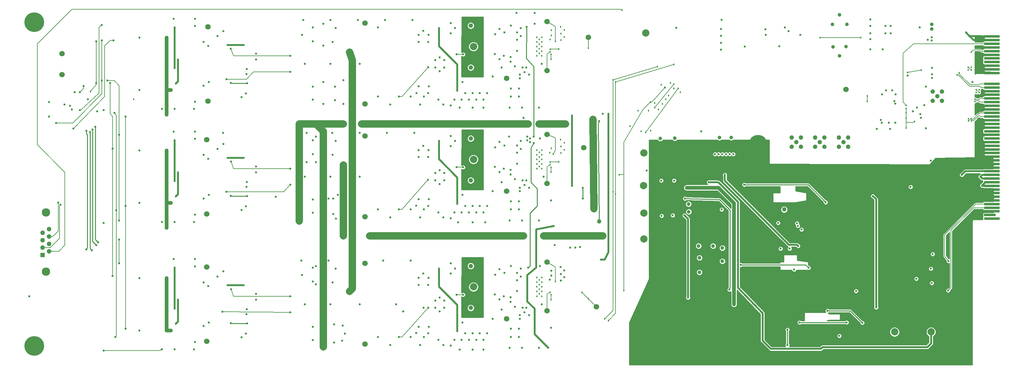
<source format=gbr>
G04 #@! TF.GenerationSoftware,KiCad,Pcbnew,(5.1.9)-1*
G04 #@! TF.CreationDate,2021-02-17T12:42:34-05:00*
G04 #@! TF.ProjectId,input_board,696e7075-745f-4626-9f61-72642e6b6963,rev?*
G04 #@! TF.SameCoordinates,Original*
G04 #@! TF.FileFunction,Copper,L4,Bot*
G04 #@! TF.FilePolarity,Positive*
%FSLAX46Y46*%
G04 Gerber Fmt 4.6, Leading zero omitted, Abs format (unit mm)*
G04 Created by KiCad (PCBNEW (5.1.9)-1) date 2021-02-17 12:42:34*
%MOMM*%
%LPD*%
G01*
G04 APERTURE LIST*
G04 #@! TA.AperFunction,ComponentPad*
%ADD10C,2.000000*%
G04 #@! TD*
G04 #@! TA.AperFunction,ComponentPad*
%ADD11C,5.000000*%
G04 #@! TD*
G04 #@! TA.AperFunction,ComponentPad*
%ADD12C,1.500000*%
G04 #@! TD*
G04 #@! TA.AperFunction,ComponentPad*
%ADD13C,2.300000*%
G04 #@! TD*
G04 #@! TA.AperFunction,ComponentPad*
%ADD14C,1.300000*%
G04 #@! TD*
G04 #@! TA.AperFunction,ComponentPad*
%ADD15R,1.300000X1.300000*%
G04 #@! TD*
G04 #@! TA.AperFunction,ConnectorPad*
%ADD16R,4.300000X0.700000*%
G04 #@! TD*
G04 #@! TA.AperFunction,ConnectorPad*
%ADD17R,3.200000X0.700000*%
G04 #@! TD*
G04 #@! TA.AperFunction,ComponentPad*
%ADD18C,5.400000*%
G04 #@! TD*
G04 #@! TA.AperFunction,ComponentPad*
%ADD19C,0.800000*%
G04 #@! TD*
G04 #@! TA.AperFunction,ComponentPad*
%ADD20C,0.457200*%
G04 #@! TD*
G04 #@! TA.AperFunction,ComponentPad*
%ADD21C,1.240000*%
G04 #@! TD*
G04 #@! TA.AperFunction,ViaPad*
%ADD22C,1.000000*%
G04 #@! TD*
G04 #@! TA.AperFunction,ViaPad*
%ADD23C,0.600000*%
G04 #@! TD*
G04 #@! TA.AperFunction,ViaPad*
%ADD24C,1.200000*%
G04 #@! TD*
G04 #@! TA.AperFunction,ViaPad*
%ADD25C,0.457200*%
G04 #@! TD*
G04 #@! TA.AperFunction,Conductor*
%ADD26C,0.250000*%
G04 #@! TD*
G04 #@! TA.AperFunction,Conductor*
%ADD27C,0.500000*%
G04 #@! TD*
G04 #@! TA.AperFunction,Conductor*
%ADD28C,1.000000*%
G04 #@! TD*
G04 #@! TA.AperFunction,Conductor*
%ADD29C,2.000000*%
G04 #@! TD*
G04 #@! TA.AperFunction,Conductor*
%ADD30C,0.200000*%
G04 #@! TD*
G04 #@! TA.AperFunction,Conductor*
%ADD31C,0.150000*%
G04 #@! TD*
G04 #@! TA.AperFunction,Conductor*
%ADD32C,0.175000*%
G04 #@! TD*
G04 #@! TA.AperFunction,Conductor*
%ADD33C,0.254000*%
G04 #@! TD*
G04 #@! TA.AperFunction,Conductor*
%ADD34C,0.100000*%
G04 #@! TD*
G04 APERTURE END LIST*
D10*
X138930000Y-128250000D03*
X138930000Y-93250000D03*
X138930000Y-62250000D03*
X185600000Y-100400000D03*
X185680000Y-115100000D03*
X185680000Y-108000000D03*
X185680000Y-91500000D03*
X186180000Y-58500000D03*
D11*
X217000000Y-89000000D03*
D12*
X26000000Y-70000000D03*
X26000000Y-64200000D03*
D13*
X21570000Y-124070000D03*
X21570000Y-107810000D03*
D14*
X22460000Y-112388000D03*
X22460000Y-114420000D03*
X22460000Y-116452000D03*
X22460000Y-118484000D03*
X20680000Y-113404000D03*
X20680000Y-115436000D03*
X20680000Y-117468000D03*
D15*
X20680000Y-119500000D03*
D16*
X281180000Y-73500000D03*
X281180000Y-72500000D03*
X281180000Y-78500000D03*
X281180000Y-77500000D03*
X281180000Y-76500000D03*
X281180000Y-75500000D03*
X281180000Y-74500000D03*
X281180000Y-69500000D03*
X281180000Y-68500000D03*
X281180000Y-67500000D03*
X281180000Y-66500000D03*
X281180000Y-65500000D03*
X281180000Y-64500000D03*
X281180000Y-63500000D03*
X281180000Y-62500000D03*
X281180000Y-61500000D03*
X281180000Y-60500000D03*
X281180000Y-59500000D03*
X281180000Y-79500000D03*
X281180000Y-80500000D03*
X281180000Y-81500000D03*
X281180000Y-82500000D03*
X281180000Y-83500000D03*
X281180000Y-84500000D03*
X281180000Y-85500000D03*
X281180000Y-86500000D03*
X281180000Y-87500000D03*
X281180000Y-88500000D03*
X281180000Y-89500000D03*
X281180000Y-90500000D03*
X281180000Y-91500000D03*
X281180000Y-92500000D03*
X281180000Y-93500000D03*
X281180000Y-94500000D03*
X281180000Y-95500000D03*
X281180000Y-96500000D03*
X281180000Y-97500000D03*
X281180000Y-98500000D03*
X281180000Y-99500000D03*
X281180000Y-100500000D03*
X281180000Y-101500000D03*
X281180000Y-102500000D03*
X281180000Y-103500000D03*
X281180000Y-104500000D03*
X281180000Y-105500000D03*
X281180000Y-106500000D03*
X281180000Y-107500000D03*
D17*
X280630000Y-108500000D03*
D16*
X281180000Y-109500000D03*
D10*
X264500000Y-140600000D03*
X254500000Y-140600000D03*
D18*
X18380000Y-144450000D03*
D19*
X20405000Y-144450000D03*
X19811891Y-145881891D03*
X18380000Y-146475000D03*
X16948109Y-145881891D03*
X16355000Y-144450000D03*
X16948109Y-143018109D03*
X18380000Y-142425000D03*
X19811891Y-143018109D03*
X19811891Y-54118109D03*
X18380000Y-53525000D03*
X16948109Y-54118109D03*
X16355000Y-55550000D03*
X16948109Y-56981891D03*
X18380000Y-57575000D03*
X19811891Y-56981891D03*
X20405000Y-55550000D03*
D18*
X18380000Y-55550000D03*
D20*
X157002500Y-130155000D03*
X157002500Y-128875000D03*
X157002500Y-127595000D03*
X157002500Y-126315000D03*
X157662500Y-130795000D03*
X156342500Y-130795000D03*
X157662500Y-129515000D03*
X156342500Y-129515000D03*
X157662500Y-128235000D03*
X156342500Y-128235000D03*
X157662500Y-126955000D03*
X156342500Y-126955000D03*
X157662500Y-125675000D03*
X156342500Y-125675000D03*
X157002500Y-95155000D03*
X157002500Y-93875000D03*
X157002500Y-92595000D03*
X157002500Y-91315000D03*
X157662500Y-95795000D03*
X156342500Y-95795000D03*
X157662500Y-94515000D03*
X156342500Y-94515000D03*
X157662500Y-93235000D03*
X156342500Y-93235000D03*
X157662500Y-91955000D03*
X156342500Y-91955000D03*
X157662500Y-90675000D03*
X156342500Y-90675000D03*
X157002500Y-64155000D03*
X157002500Y-62875000D03*
X157002500Y-61595000D03*
X157002500Y-60315000D03*
X157662500Y-64795000D03*
X156342500Y-64795000D03*
X157662500Y-63515000D03*
X156342500Y-63515000D03*
X157662500Y-62235000D03*
X156342500Y-62235000D03*
X157662500Y-60955000D03*
X156342500Y-60955000D03*
X157662500Y-59675000D03*
X156342500Y-59675000D03*
D12*
X172680000Y-133750000D03*
X147980000Y-137000000D03*
X159130000Y-121400000D03*
X159130000Y-134850000D03*
X65680000Y-122800000D03*
X65680000Y-143200000D03*
X109180000Y-144000000D03*
X109180000Y-121800000D03*
X169180000Y-90000000D03*
X147980000Y-102000000D03*
X159130000Y-86400000D03*
X159130000Y-99850000D03*
X65680000Y-87800000D03*
X65680000Y-108200000D03*
X109180000Y-109000000D03*
X109180000Y-86800000D03*
D21*
X136910000Y-135270000D03*
X139450000Y-132730000D03*
X139450000Y-135270000D03*
X136910000Y-132730000D03*
X138180000Y-134000000D03*
X136910000Y-123770000D03*
X139450000Y-121230000D03*
X139450000Y-123770000D03*
X136910000Y-121230000D03*
X138180000Y-122500000D03*
X136910000Y-100270000D03*
X139450000Y-97730000D03*
X139450000Y-100270000D03*
X136910000Y-97730000D03*
X138180000Y-99000000D03*
X136910000Y-88770000D03*
X139450000Y-86230000D03*
X139450000Y-88770000D03*
X136910000Y-86230000D03*
X138180000Y-87500000D03*
X136910000Y-69270000D03*
X139450000Y-66730000D03*
X139450000Y-69270000D03*
X136910000Y-66730000D03*
X138180000Y-68000000D03*
D12*
X147980000Y-71000000D03*
D11*
X186000000Y-140000000D03*
D12*
X241180000Y-74000000D03*
X66080000Y-56800000D03*
X66080000Y-77200000D03*
X109180000Y-78000000D03*
X109180000Y-55800000D03*
D21*
X136910000Y-57770000D03*
X139450000Y-55230000D03*
X139450000Y-57770000D03*
X136910000Y-55230000D03*
X138180000Y-56500000D03*
X264910000Y-77170000D03*
X267450000Y-74630000D03*
X267450000Y-77170000D03*
X264910000Y-74630000D03*
X266180000Y-75900000D03*
X232710000Y-89770000D03*
X235250000Y-87230000D03*
X235250000Y-89770000D03*
X232710000Y-87230000D03*
X233980000Y-88500000D03*
X239210000Y-89770000D03*
X241750000Y-87230000D03*
X241750000Y-89770000D03*
X239210000Y-87230000D03*
X240480000Y-88500000D03*
X226210000Y-89770000D03*
X228750000Y-87230000D03*
X228750000Y-89770000D03*
X226210000Y-87230000D03*
X227480000Y-88500000D03*
D12*
X170430000Y-59750000D03*
X159130000Y-55400000D03*
X159130000Y-68850000D03*
D22*
X197430000Y-101000000D03*
X198680000Y-101000000D03*
D23*
X222497500Y-110682500D03*
X227680000Y-110750000D03*
X227930000Y-111500000D03*
X228930000Y-112500000D03*
X223180000Y-117750000D03*
X225680000Y-117750000D03*
X209180000Y-129000000D03*
X168930000Y-101000000D03*
X196930000Y-104000000D03*
X168930000Y-104000000D03*
X165930000Y-81250000D03*
X165930000Y-100500000D03*
X159430000Y-145000000D03*
X160930000Y-111500000D03*
X193950000Y-99050000D03*
X190450000Y-99050000D03*
D22*
X210400000Y-133000000D03*
D23*
X210400000Y-111400000D03*
D24*
X147180000Y-83500000D03*
X224180000Y-107000000D03*
X91080000Y-83500000D03*
X91080000Y-110200000D03*
X97680000Y-144750000D03*
X171680000Y-82250000D03*
X171930000Y-106750000D03*
D23*
X173430000Y-82750000D03*
D24*
X173430000Y-110250000D03*
X97680000Y-109000000D03*
X91180000Y-90000000D03*
X103180000Y-83500000D03*
X108180000Y-83500000D03*
X164180000Y-83500000D03*
X156930000Y-83500000D03*
X153930000Y-83500000D03*
D22*
X197930000Y-105500000D03*
X198000000Y-107600000D03*
D23*
X193600000Y-108600000D03*
X190550000Y-108750000D03*
X196800000Y-108600000D03*
X197800000Y-131200000D03*
X207000000Y-107000000D03*
D22*
X200930000Y-124250000D03*
X200930000Y-120250000D03*
X204680000Y-117000000D03*
D24*
X174430000Y-114250000D03*
D23*
X226930000Y-123500000D03*
D24*
X105680000Y-114250000D03*
X104930000Y-63750000D03*
X103180000Y-94750000D03*
X103180000Y-114250000D03*
X104930000Y-129500000D03*
X105680000Y-121000000D03*
X110430000Y-114250000D03*
X152680000Y-114250000D03*
X158180000Y-114250000D03*
D22*
X207223340Y-121200000D03*
X200700000Y-117000000D03*
X207223340Y-117576660D03*
D23*
X258880000Y-100800000D03*
X264780000Y-68100000D03*
X264780000Y-69900000D03*
X251080000Y-75400000D03*
X252180000Y-74300000D03*
X249580000Y-84900000D03*
X261680000Y-81800000D03*
X263080000Y-84700000D03*
X206880000Y-63100000D03*
X206880000Y-57400000D03*
D25*
X160280000Y-57800000D03*
X160280000Y-59200000D03*
X159880000Y-91400000D03*
X160280000Y-90200000D03*
D23*
X160280000Y-123800000D03*
X160280000Y-125200000D03*
X173930000Y-120750000D03*
X175930000Y-80750000D03*
X174430000Y-80750000D03*
D25*
X159980000Y-60300000D03*
D23*
X159880000Y-126300000D03*
D22*
X237380000Y-56200000D03*
X241380000Y-56200000D03*
X239380000Y-53500000D03*
D23*
X251005000Y-83175000D03*
X219100000Y-59000000D03*
X228650000Y-59000000D03*
X247800000Y-56600000D03*
X247800000Y-58600000D03*
X252000000Y-56600000D03*
X252000000Y-58600000D03*
X253400000Y-58600000D03*
X253400000Y-56600000D03*
X247800000Y-54800000D03*
X247800000Y-60200000D03*
X251200000Y-63000000D03*
X247800000Y-63000000D03*
D22*
X209680000Y-87250000D03*
X206430000Y-87250000D03*
D23*
X153480000Y-56800000D03*
X153680000Y-87000000D03*
X153680000Y-88000000D03*
X154430000Y-87500000D03*
X154430000Y-88500000D03*
X153930000Y-123000000D03*
X155430000Y-88750000D03*
X155430000Y-87000000D03*
X201430000Y-85500000D03*
D22*
X190180000Y-87450000D03*
X194180000Y-87400000D03*
D23*
X228000000Y-117000000D03*
X207900000Y-97500000D03*
X205200000Y-91800000D03*
X206200000Y-91800000D03*
X207200000Y-91800000D03*
X208200000Y-91800000D03*
X209200000Y-91800000D03*
X210200000Y-91800000D03*
D25*
X177930000Y-72000000D03*
X193930000Y-67200000D03*
X175930000Y-137500000D03*
X177930000Y-102750000D03*
X177180000Y-71400000D03*
X189430000Y-67750000D03*
X174930000Y-137000000D03*
X177180000Y-102100000D03*
D23*
X129480000Y-57200000D03*
X134480000Y-74400000D03*
X54680000Y-59800000D03*
X54680000Y-74200000D03*
X55880000Y-74200000D03*
X54680000Y-81000000D03*
X124280000Y-78200000D03*
X133680000Y-76800000D03*
X132680000Y-78400000D03*
X135680000Y-76800000D03*
X137680000Y-76800000D03*
X139680000Y-76800000D03*
X141680000Y-76800000D03*
X140680000Y-75000000D03*
X138680000Y-75000000D03*
X136680000Y-75000000D03*
X142680000Y-75000000D03*
X149180000Y-76000000D03*
X149180000Y-73750000D03*
X151430000Y-76000000D03*
X151680000Y-70000000D03*
X154180000Y-70000000D03*
X152430000Y-68000000D03*
X151430000Y-73750000D03*
X151680000Y-71000000D03*
X152930000Y-69250000D03*
X153430000Y-68000000D03*
D25*
X179680000Y-52250000D03*
D23*
X43430000Y-81500000D03*
X43430000Y-106000000D03*
X43430000Y-139750000D03*
X33080000Y-76700000D03*
D25*
X45680000Y-76700000D03*
D23*
X30930000Y-74750000D03*
X31930000Y-73074990D03*
X36930000Y-60550000D03*
X24430000Y-83250000D03*
X41680000Y-86500000D03*
X41680000Y-110000000D03*
X41680000Y-115250000D03*
X41680000Y-121750000D03*
X36930000Y-71600000D03*
X38430000Y-71600000D03*
X40180000Y-60550000D03*
X29180000Y-84750000D03*
X36930000Y-56300000D03*
X30900000Y-79700000D03*
X35430000Y-60800000D03*
X39930000Y-90250000D03*
X39930000Y-125250000D03*
X39180000Y-72250000D03*
X35430000Y-72250000D03*
D25*
X33780000Y-74600000D03*
D23*
X37430000Y-79700000D03*
X53430000Y-79400000D03*
X40930000Y-107250000D03*
X40430000Y-80500000D03*
X40680000Y-142000000D03*
X272930000Y-97500000D03*
X278030000Y-98000000D03*
X278480000Y-100400000D03*
X269280000Y-121150000D03*
X269180000Y-129250000D03*
D25*
X159952953Y-63021167D03*
X162280000Y-62900000D03*
X257980000Y-69400000D03*
X261780000Y-68700000D03*
X170470835Y-62709165D03*
X160180000Y-65750000D03*
X160180000Y-64410000D03*
D23*
X191430000Y-73500000D03*
D25*
X187430000Y-77500000D03*
X160180000Y-96750000D03*
X160180000Y-95410000D03*
X160180000Y-131750000D03*
X160180000Y-130410000D03*
X178930000Y-97500000D03*
X180180000Y-129203530D03*
X275480000Y-82075000D03*
X274780000Y-82700000D03*
X275480000Y-82700000D03*
X274780000Y-82075000D03*
X276530000Y-77325000D03*
X276530000Y-76675000D03*
X276880000Y-74900000D03*
X277680000Y-74100000D03*
X277680000Y-74900000D03*
X276880000Y-74100000D03*
X271647157Y-70032843D03*
X272212843Y-69467157D03*
X275530000Y-67900000D03*
X274680000Y-68700000D03*
X275530000Y-68700000D03*
X274680000Y-67900000D03*
X257680000Y-78400000D03*
D23*
X126617500Y-59062500D03*
X125190000Y-57910000D03*
X123880000Y-59062500D03*
X125280000Y-76000000D03*
X126480000Y-75000000D03*
X123280000Y-75000000D03*
X121680000Y-76000000D03*
X116080000Y-78200000D03*
X68680000Y-59400000D03*
X70280000Y-58000000D03*
X64880000Y-61000000D03*
X66142500Y-62062500D03*
X64880000Y-73000000D03*
X66280000Y-72000000D03*
X47280000Y-74200000D03*
X56880000Y-79400000D03*
X62280000Y-79400000D03*
X56680000Y-54600000D03*
X62480000Y-54600000D03*
X47280000Y-59800000D03*
X129280000Y-76800000D03*
X130680000Y-78200000D03*
X135880000Y-72000000D03*
X151880000Y-57200000D03*
X150880000Y-58400000D03*
X150880000Y-60400000D03*
X151880000Y-59400000D03*
X147380000Y-58400000D03*
X146080000Y-57400000D03*
X144880000Y-58900000D03*
X146080000Y-65700000D03*
X147280000Y-64800000D03*
X144785608Y-64286718D03*
D22*
X254180000Y-110700000D03*
D23*
X226180000Y-99500000D03*
X228280000Y-108000000D03*
X230480000Y-106000000D03*
X229480000Y-109400000D03*
D22*
X260230000Y-99900000D03*
X262530000Y-97700000D03*
D23*
X264830000Y-99800000D03*
X266130000Y-100600000D03*
X267430000Y-101800000D03*
X264730000Y-101800000D03*
X264630000Y-97400000D03*
X265730000Y-98600000D03*
X265755000Y-96175000D03*
X264430000Y-93600000D03*
X264730000Y-110700000D03*
X227180000Y-129200000D03*
X201380000Y-93000000D03*
X264707500Y-60600000D03*
X264680000Y-59700000D03*
X194580000Y-57100000D03*
X269180000Y-119150000D03*
X269180000Y-123150000D03*
X269180000Y-127150000D03*
X269180000Y-131250000D03*
X231930000Y-116000000D03*
X76480000Y-75100000D03*
X75280000Y-76100000D03*
X150880000Y-63400000D03*
X149080000Y-65100000D03*
X149080000Y-66400000D03*
X150280000Y-67700000D03*
X263080000Y-73300000D03*
X264780000Y-70900000D03*
X258080000Y-70200000D03*
X254780000Y-75400000D03*
X253880000Y-74300000D03*
X252880000Y-83200000D03*
X260580000Y-79000000D03*
X259480000Y-80000000D03*
X262680000Y-78300000D03*
X206880000Y-59300000D03*
X206880000Y-61200000D03*
D22*
X237580000Y-62300000D03*
X239380000Y-64800000D03*
D25*
X162867500Y-56812500D03*
X163880000Y-57700000D03*
X163880000Y-59600000D03*
X162880000Y-58700000D03*
X162880000Y-60500000D03*
D22*
X190180000Y-93600000D03*
X194080000Y-93600000D03*
X204930000Y-124250000D03*
D24*
X204180000Y-120000000D03*
D22*
X200480000Y-110950000D03*
X204680000Y-111000000D03*
X194180000Y-117000000D03*
X189930000Y-117000000D03*
X187930000Y-119500000D03*
D23*
X230930000Y-112500000D03*
X230930000Y-110000000D03*
X221680000Y-120750000D03*
X91880000Y-59000000D03*
X94880000Y-60800000D03*
X94880000Y-57000000D03*
X152280000Y-79000000D03*
X156880000Y-79000000D03*
X152680000Y-81800000D03*
X148880000Y-79000000D03*
X22430000Y-77500000D03*
X35680000Y-80000000D03*
X277680000Y-104750000D03*
X277680000Y-107750000D03*
X276930000Y-80000000D03*
X275880000Y-72000000D03*
X278080000Y-62400000D03*
X278080000Y-67600000D03*
X277880000Y-84400000D03*
X278080000Y-88400000D03*
X277580000Y-89500000D03*
X278080000Y-90600000D03*
X277480000Y-91600000D03*
X278080000Y-92500000D03*
X277480000Y-93600000D03*
X278080000Y-94400000D03*
X277480000Y-95400000D03*
X278080000Y-86600000D03*
X278080000Y-102200000D03*
X274080000Y-58400000D03*
X278080000Y-75800000D03*
X132680000Y-55800000D03*
X133880000Y-57200000D03*
X132680000Y-58600000D03*
D25*
X190430000Y-72750000D03*
X192930000Y-72250000D03*
X193930000Y-73750000D03*
X189680000Y-79500000D03*
X188680000Y-77750000D03*
X184930000Y-85500000D03*
X195680000Y-74750000D03*
X187580000Y-85400000D03*
D23*
X126617500Y-90662500D03*
X125190000Y-89510000D03*
X123880000Y-90662500D03*
X125280000Y-107000000D03*
X126480000Y-106000000D03*
X121680000Y-107000000D03*
X116080000Y-109200000D03*
X68680000Y-90400000D03*
X70280000Y-89000000D03*
X64880000Y-92000000D03*
X66142500Y-93062500D03*
X64880000Y-104000000D03*
X66280000Y-103000000D03*
X47280000Y-105200000D03*
X56880000Y-110400000D03*
X62280000Y-110400000D03*
X56680000Y-85600000D03*
X62480000Y-85600000D03*
X47280000Y-90800000D03*
X129280000Y-107800000D03*
X130680000Y-109200000D03*
X135880000Y-103000000D03*
X151880000Y-88200000D03*
X150880000Y-89400000D03*
X150880000Y-91400000D03*
X151880000Y-90400000D03*
X147380000Y-89400000D03*
X146080000Y-88400000D03*
X144880000Y-89900000D03*
X146080000Y-96700000D03*
X147280000Y-95800000D03*
X144785608Y-95286718D03*
X76480000Y-106100000D03*
X75280000Y-107100000D03*
X150880000Y-94400000D03*
X149080000Y-96100000D03*
X149080000Y-97400000D03*
X150280000Y-98700000D03*
D25*
X162867500Y-87812500D03*
X163880000Y-88700000D03*
X163880000Y-90600000D03*
X162880000Y-89700000D03*
X162880000Y-91500000D03*
D23*
X94880000Y-91800000D03*
X94880000Y-88000000D03*
X152280000Y-110000000D03*
X156880000Y-110000000D03*
X148880000Y-110000000D03*
X132680000Y-86800000D03*
X133880000Y-88200000D03*
X132680000Y-89600000D03*
X126617500Y-125762500D03*
X125190000Y-124610000D03*
X123880000Y-125762500D03*
X125280000Y-142000000D03*
X126480000Y-141000000D03*
X121680000Y-142000000D03*
X116080000Y-144200000D03*
X68680000Y-125400000D03*
X70280000Y-124000000D03*
X64880000Y-127000000D03*
X66142500Y-128062500D03*
X64880000Y-139000000D03*
X66280000Y-138000000D03*
X47280000Y-140200000D03*
X56880000Y-145400000D03*
X62280000Y-145400000D03*
X56680000Y-120600000D03*
X62480000Y-120600000D03*
X47280000Y-125800000D03*
X129280000Y-142800000D03*
X130680000Y-144200000D03*
X135880000Y-138000000D03*
X151880000Y-123200000D03*
X150880000Y-124400000D03*
X150880000Y-126400000D03*
X151880000Y-125400000D03*
X147380000Y-124400000D03*
X146080000Y-123400000D03*
X144880000Y-124900000D03*
X146080000Y-131700000D03*
X147280000Y-130800000D03*
X144785608Y-130286718D03*
X76480000Y-141100000D03*
X75280000Y-142100000D03*
X150880000Y-129400000D03*
X149080000Y-131100000D03*
X149080000Y-132400000D03*
X150280000Y-133700000D03*
X162867500Y-122812500D03*
X163880000Y-123700000D03*
X163880000Y-125600000D03*
X162880000Y-124700000D03*
X162880000Y-126500000D03*
X91880000Y-125000000D03*
X94880000Y-126800000D03*
X94880000Y-123000000D03*
X103080000Y-138850000D03*
X103680000Y-141050000D03*
X102880000Y-143050000D03*
X152280000Y-145000000D03*
X156880000Y-145000000D03*
X148880000Y-145000000D03*
X132680000Y-121800000D03*
X133880000Y-123200000D03*
X132680000Y-124600000D03*
X100430000Y-108250000D03*
X100930000Y-77000000D03*
X100930000Y-73250000D03*
X100430000Y-104000000D03*
X230880000Y-130300000D03*
X232280000Y-129200000D03*
X229680000Y-129200000D03*
X261580000Y-80800000D03*
X92180000Y-55000000D03*
X99680000Y-55000000D03*
X107180000Y-55000000D03*
X114680000Y-55000000D03*
X122180000Y-55000000D03*
X97680000Y-78000000D03*
X97680000Y-56000000D03*
X112680000Y-57000000D03*
X112680000Y-76000000D03*
X92680000Y-67000000D03*
X99680000Y-67000000D03*
X107680000Y-67000000D03*
X122680000Y-86000000D03*
X70180000Y-86000000D03*
X115180000Y-86000000D03*
X100180000Y-86000000D03*
X107680000Y-86000000D03*
X121680000Y-121000000D03*
X114180000Y-121000000D03*
X99180000Y-121000000D03*
X91680000Y-121000000D03*
X107680000Y-98000000D03*
X92680000Y-98000000D03*
X99680000Y-98000000D03*
X119680000Y-135000000D03*
X117680000Y-133000000D03*
X92680000Y-133000000D03*
X107680000Y-133000000D03*
X99680000Y-133000000D03*
X84680000Y-103500000D03*
X112680000Y-107000000D03*
X112680000Y-142000000D03*
X157680000Y-67000000D03*
X150680000Y-53000000D03*
X155680000Y-56000000D03*
X155680000Y-53000000D03*
X157180000Y-87500000D03*
X158180000Y-98000000D03*
X157180000Y-122500000D03*
X157680000Y-133000000D03*
X135180000Y-79000000D03*
X138680000Y-79000000D03*
X141680000Y-79000000D03*
X134680000Y-110500000D03*
X138680000Y-110500000D03*
X142180000Y-110500000D03*
X135180000Y-145500000D03*
X138680000Y-145500000D03*
X141680000Y-145500000D03*
X149180000Y-56500000D03*
X146680000Y-68000000D03*
X144180000Y-70500000D03*
X148680000Y-87000000D03*
X146680000Y-99500000D03*
X144180000Y-102000000D03*
X149180000Y-122500000D03*
X146680000Y-134500000D03*
X144180000Y-137000000D03*
X160180000Y-104500000D03*
X160180000Y-139500000D03*
D22*
X264680000Y-57400000D03*
X264680000Y-56200000D03*
D23*
X277080000Y-78100000D03*
D22*
X252180000Y-118100000D03*
X256180000Y-118100000D03*
X254180000Y-115250000D03*
X245930000Y-118100000D03*
X241680000Y-118100000D03*
D23*
X266030000Y-111800000D03*
X267380000Y-110660000D03*
D22*
X245980000Y-107800000D03*
X241580000Y-107800000D03*
X243780000Y-110800000D03*
X251980000Y-107800000D03*
X256380000Y-107800000D03*
X207430000Y-135900000D03*
X207430000Y-137250000D03*
X241130000Y-62250000D03*
D25*
X191680000Y-76750000D03*
X192480000Y-75700000D03*
X190780000Y-78000000D03*
X184080000Y-79900000D03*
X181880000Y-84100000D03*
X186980000Y-79900000D03*
D22*
X262565000Y-115100000D03*
X264380000Y-113107500D03*
X214880000Y-137200000D03*
X214880000Y-135800000D03*
D23*
X191400000Y-120000000D03*
X193680000Y-120000000D03*
X206180000Y-109000000D03*
X200000000Y-108400000D03*
X244180000Y-115000000D03*
X256680000Y-111000000D03*
X246180000Y-110500000D03*
X258180000Y-116000000D03*
X251680000Y-115500000D03*
X260680000Y-97500000D03*
X262680000Y-96000000D03*
X264180000Y-115000000D03*
X268680000Y-134500000D03*
X237180000Y-130500000D03*
X242680000Y-130500000D03*
X196430000Y-97500000D03*
X186430000Y-96250000D03*
X197180000Y-96250000D03*
X206930000Y-124500000D03*
X207930000Y-111500000D03*
X200680000Y-102750000D03*
X204000000Y-98000000D03*
X201250000Y-96250000D03*
X209430000Y-98750000D03*
X204680000Y-102750000D03*
X188680000Y-124500000D03*
X195180000Y-124500000D03*
X97680000Y-72000000D03*
X97680000Y-62000000D03*
X103180000Y-71500000D03*
X103180000Y-78000000D03*
X93180000Y-86000000D03*
X93180000Y-94000000D03*
X95680000Y-94000000D03*
X95680000Y-87000000D03*
X101180000Y-109500000D03*
X101680000Y-103000000D03*
X99180000Y-104000000D03*
X95680000Y-127500000D03*
X95680000Y-122500000D03*
X100680000Y-138500000D03*
X100680000Y-143500000D03*
X277480000Y-82100000D03*
X254730000Y-77950000D03*
X254430000Y-77250000D03*
X254680000Y-83150000D03*
X250730000Y-82400000D03*
X253280000Y-84900000D03*
X199250000Y-99500000D03*
X201250000Y-98250000D03*
X239000000Y-143500000D03*
X236250000Y-143500000D03*
X247537500Y-136712500D03*
X248500000Y-135500000D03*
X123217500Y-140937500D03*
X123187500Y-105937500D03*
X207000000Y-54850000D03*
X219075000Y-57475000D03*
X213350000Y-62250000D03*
X222837500Y-62187500D03*
X277750000Y-64000000D03*
X224400000Y-57000000D03*
X225400000Y-58000000D03*
X17000000Y-130800000D03*
X213000000Y-93400000D03*
X213000000Y-90800000D03*
X215400000Y-93400000D03*
X261400000Y-57000000D03*
X190450000Y-105150000D03*
X193950000Y-105150000D03*
X222200000Y-129600000D03*
X212000000Y-130600000D03*
X205000000Y-130600000D03*
X205000000Y-132800000D03*
X200400000Y-132800000D03*
X200400000Y-130400000D03*
X207600000Y-147800000D03*
X219400000Y-147800000D03*
X229400000Y-147800000D03*
X239000000Y-147800000D03*
X247400000Y-147800000D03*
X228800000Y-132800000D03*
X225200000Y-137400000D03*
X238400000Y-133800000D03*
X243000000Y-133800000D03*
X239000000Y-140600000D03*
X242000000Y-141400000D03*
X227400000Y-112400000D03*
X225000000Y-112400000D03*
X219600000Y-112400000D03*
X216000000Y-112400000D03*
X247000000Y-131000000D03*
X253000000Y-131000000D03*
X258000000Y-124000000D03*
X247000000Y-124000000D03*
X251000000Y-125000000D03*
X252000000Y-113000000D03*
X248000000Y-112000000D03*
X251000000Y-102000000D03*
X273000000Y-115000000D03*
X273000000Y-119000000D03*
X273000000Y-123000000D03*
X273000000Y-127000000D03*
X212500000Y-120500000D03*
X212500000Y-118000000D03*
X212500000Y-115500000D03*
X212500000Y-112500000D03*
X208500000Y-120000000D03*
X208500000Y-116500000D03*
X208500000Y-113500000D03*
X208500000Y-108500000D03*
X200400000Y-129000000D03*
X200400000Y-125200000D03*
X196000000Y-125200000D03*
X196000000Y-129000000D03*
X196000000Y-130500000D03*
X199000000Y-125200000D03*
X199000000Y-120500000D03*
X199500000Y-112500000D03*
X196500000Y-112500000D03*
X228000000Y-98500000D03*
X231000000Y-98500000D03*
X195000000Y-107000000D03*
X195000000Y-102000000D03*
X193000000Y-102000000D03*
X191000000Y-102000000D03*
X189000000Y-102000000D03*
X189000000Y-92000000D03*
X195000000Y-92000000D03*
X193000000Y-90500000D03*
X191000000Y-90500000D03*
X189000000Y-90500000D03*
X195000000Y-90500000D03*
X189000000Y-116000000D03*
X193000000Y-114500000D03*
X195000000Y-116000000D03*
X191000000Y-114500000D03*
X189000000Y-114500000D03*
X199500000Y-115500000D03*
X205500000Y-115500000D03*
X203500000Y-114000000D03*
X201500000Y-114000000D03*
X199500000Y-114000000D03*
X205500000Y-114000000D03*
X241000000Y-106500000D03*
X247000000Y-106500000D03*
X245000000Y-105000000D03*
X243000000Y-105000000D03*
X241000000Y-105000000D03*
X247000000Y-105000000D03*
X251000000Y-106500000D03*
X251000000Y-105000000D03*
X255000000Y-105000000D03*
X253000000Y-105000000D03*
X257000000Y-105000000D03*
X257000000Y-106500000D03*
X247000000Y-119500000D03*
X247000000Y-121000000D03*
X243000000Y-121000000D03*
X245000000Y-121000000D03*
X241000000Y-121000000D03*
X241000000Y-119500000D03*
X257000000Y-119500000D03*
X251000000Y-119500000D03*
X255000000Y-121000000D03*
X253000000Y-121000000D03*
X263575000Y-60425000D03*
X230600000Y-143600000D03*
D25*
X246980000Y-77300000D03*
X246980000Y-75800000D03*
X257680000Y-79250000D03*
X257680000Y-81927500D03*
X257680000Y-80500000D03*
X257680000Y-84600000D03*
X259980000Y-82800000D03*
X159980000Y-63700000D03*
X161380000Y-60800000D03*
D23*
X75880000Y-61800000D03*
X71480000Y-61800000D03*
X76680000Y-68400000D03*
X76658982Y-69778982D03*
X56880000Y-57000000D03*
X62480000Y-77400000D03*
X126680000Y-73200000D03*
X128480000Y-68000000D03*
X130880000Y-68000000D03*
X129680000Y-69000000D03*
X123880000Y-73200000D03*
X94880000Y-76850000D03*
X94880000Y-73250000D03*
X22430000Y-81500000D03*
X28680000Y-79500000D03*
X56880000Y-68200000D03*
X79280000Y-65800000D03*
X79280000Y-64200000D03*
X62480000Y-56600000D03*
X57280000Y-72400000D03*
X126480000Y-61000000D03*
X123880000Y-61000000D03*
X129680000Y-65200000D03*
X128480000Y-66000000D03*
X130880000Y-66000000D03*
X101080000Y-57200000D03*
X100280000Y-61000000D03*
X28180000Y-78500000D03*
X57880000Y-65800000D03*
X75880000Y-92800000D03*
X71480000Y-92800000D03*
X76680000Y-99400000D03*
X76658982Y-100778982D03*
X56880000Y-88000000D03*
X62480000Y-108400000D03*
X126680000Y-104200000D03*
X128480000Y-99000000D03*
X130880000Y-99000000D03*
X129680000Y-100000000D03*
X123880000Y-104200000D03*
X94880000Y-107850000D03*
X94880000Y-104250000D03*
X56880000Y-99200000D03*
X79280000Y-96800000D03*
X79280000Y-95200000D03*
X62480000Y-87600000D03*
X57280000Y-103400000D03*
X126480000Y-92600000D03*
X123880000Y-92600000D03*
X129680000Y-96200000D03*
X128480000Y-97000000D03*
X130880000Y-97000000D03*
X101080000Y-88200000D03*
X100280000Y-92000000D03*
X57880000Y-96800000D03*
X129480000Y-88200000D03*
X134480000Y-105400000D03*
X54680000Y-90800000D03*
X54680000Y-105200000D03*
X55880000Y-105200000D03*
X54680000Y-112000000D03*
X124280000Y-109200000D03*
X133680000Y-107800000D03*
X132680000Y-109400000D03*
X135680000Y-107800000D03*
X137680000Y-107800000D03*
X139680000Y-107800000D03*
X141680000Y-107800000D03*
X140680000Y-106000000D03*
X138680000Y-106000000D03*
X136680000Y-106000000D03*
X142680000Y-106000000D03*
X149180000Y-107000000D03*
X149180000Y-104750000D03*
X151430000Y-107000000D03*
X151680000Y-101000000D03*
X154180000Y-101000000D03*
X152430000Y-99000000D03*
X151430000Y-104750000D03*
X151680000Y-102000000D03*
X152930000Y-100250000D03*
X153430000Y-99000000D03*
X75880000Y-127800000D03*
X71480000Y-127800000D03*
X76680000Y-134400000D03*
X76658982Y-135778982D03*
X56880000Y-123000000D03*
X62480000Y-143400000D03*
X126680000Y-139200000D03*
X128480000Y-134000000D03*
X130880000Y-134000000D03*
X129680000Y-135000000D03*
X123880000Y-139200000D03*
X94880000Y-142850000D03*
X94880000Y-139250000D03*
X56880000Y-134200000D03*
X125250000Y-134000000D03*
X79280000Y-131800000D03*
X79280000Y-130200000D03*
X62480000Y-122600000D03*
X57280000Y-138400000D03*
X126480000Y-127700000D03*
X123880000Y-127700000D03*
X129680000Y-131200000D03*
X128480000Y-132000000D03*
X130880000Y-132000000D03*
X101080000Y-123200000D03*
X100280000Y-127000000D03*
X57880000Y-131800000D03*
X129480000Y-123200000D03*
X134480000Y-140400000D03*
X54680000Y-125800000D03*
X54680000Y-140200000D03*
X55880000Y-140200000D03*
X124280000Y-144200000D03*
X133680000Y-142800000D03*
X132680000Y-144400000D03*
X135680000Y-142800000D03*
X137680000Y-142800000D03*
X139680000Y-142800000D03*
X141680000Y-142800000D03*
X140680000Y-141000000D03*
X138680000Y-141000000D03*
X136680000Y-141000000D03*
X142680000Y-141000000D03*
X149180000Y-142000000D03*
X149180000Y-139750000D03*
X151430000Y-142000000D03*
X151680000Y-136000000D03*
X154180000Y-136000000D03*
X152430000Y-134000000D03*
X151430000Y-139750000D03*
X151680000Y-137000000D03*
X152930000Y-135250000D03*
X153430000Y-134000000D03*
D25*
X159952953Y-94021167D03*
X162280000Y-93900000D03*
X188680000Y-79000000D03*
X193880000Y-72600000D03*
X195080000Y-73800000D03*
X186180000Y-85800000D03*
X170430000Y-131500000D03*
X168680000Y-129750000D03*
X159980000Y-94700000D03*
X160780000Y-91800000D03*
X159980000Y-129700000D03*
X161380000Y-126800000D03*
D23*
X37430000Y-110700000D03*
X53430000Y-110400000D03*
X37430000Y-145700000D03*
X53430000Y-145400000D03*
X235580000Y-105000000D03*
X213180000Y-100200000D03*
X230880000Y-123000000D03*
X212250000Y-122200000D03*
X76780000Y-72300000D03*
X72342500Y-72237500D03*
X76780000Y-103300000D03*
X72342500Y-103237500D03*
X76780000Y-138300000D03*
X72342500Y-138237500D03*
X264430000Y-123250000D03*
X32680000Y-118000000D03*
X165430000Y-117500000D03*
X32680000Y-85383943D03*
X29480000Y-74800000D03*
X264930000Y-119250000D03*
X35930000Y-116000000D03*
X168180000Y-117250000D03*
X35180000Y-84250000D03*
X260430000Y-126000000D03*
X34180000Y-118250000D03*
X33680000Y-85750000D03*
X166930000Y-117500000D03*
X26680000Y-78200000D03*
X264680000Y-127200000D03*
X35430000Y-116750000D03*
X161180000Y-116750000D03*
X34430000Y-85000000D03*
X136080000Y-64400000D03*
X134280000Y-64400000D03*
X118480000Y-76000000D03*
X126480000Y-67900000D03*
X71100000Y-71200000D03*
X88680000Y-69200000D03*
X88680000Y-64800000D03*
X72350000Y-62850000D03*
X134280000Y-95400000D03*
X136080000Y-95400000D03*
X118480000Y-107000000D03*
X126450000Y-98850000D03*
X88680000Y-100200000D03*
X71142500Y-102092500D03*
X88680000Y-95800000D03*
X72400000Y-93850000D03*
X134280000Y-130400000D03*
X136080000Y-130400000D03*
X118480000Y-142000000D03*
X126480000Y-134000000D03*
X88680000Y-135200000D03*
X70000000Y-135100000D03*
X88680000Y-130800000D03*
X72400000Y-128900000D03*
X241300000Y-138000000D03*
X228400000Y-138000000D03*
X248500000Y-103300000D03*
X249400000Y-133900000D03*
X239300000Y-141700000D03*
X243900000Y-129400000D03*
X245600000Y-138100000D03*
X236087500Y-134812500D03*
X225080000Y-140000000D03*
X225080000Y-144200000D03*
X203500000Y-99500000D03*
X234750000Y-144775000D03*
D25*
X234000000Y-59800000D03*
X245200000Y-59800000D03*
X275500000Y-63800000D03*
D23*
X25600000Y-105700000D03*
X25000000Y-105100000D03*
D26*
X168930000Y-104000000D02*
X168930000Y-101000000D01*
X209305001Y-107125001D02*
X209305001Y-128500000D01*
X209305001Y-128500000D02*
X209180000Y-129000000D01*
X196930000Y-104000000D02*
X206430000Y-104250000D01*
X206430000Y-104250000D02*
X209305001Y-107125001D01*
D27*
X165930000Y-81250000D02*
X165930000Y-100500000D01*
X159430000Y-145000000D02*
X155680000Y-141250000D01*
X155680000Y-141250000D02*
X155680000Y-134250000D01*
X155680000Y-134250000D02*
X153680000Y-132250000D01*
X153680000Y-125000000D02*
X156180000Y-123000000D01*
X153680000Y-132250000D02*
X153680000Y-125000000D01*
X156180000Y-123000000D02*
X156180000Y-112500000D01*
X156180000Y-112500000D02*
X160930000Y-111500000D01*
D28*
X210400000Y-133000000D02*
X210430000Y-111600000D01*
X206180000Y-101000000D02*
X197430000Y-101000000D01*
X210430000Y-105250000D02*
X206180000Y-101000000D01*
X210400000Y-111400000D02*
X210430000Y-105250000D01*
D29*
X91080000Y-83500000D02*
X95680000Y-83500000D01*
X95680000Y-83500000D02*
X97680000Y-85500000D01*
X97680000Y-85500000D02*
X97680000Y-144750000D01*
X171930000Y-106750000D02*
X171680000Y-82250000D01*
D26*
X173430000Y-110250000D02*
X173180000Y-83500000D01*
X173180000Y-83500000D02*
X173430000Y-82750000D01*
D29*
X95680000Y-83500000D02*
X103180000Y-83500000D01*
X108180000Y-83500000D02*
X147180000Y-83500000D01*
X156930000Y-83500000D02*
X164180000Y-83500000D01*
X147180000Y-83500000D02*
X153930000Y-83500000D01*
X91080000Y-83500000D02*
X91080000Y-110150000D01*
D27*
X197800000Y-131200000D02*
X197800000Y-109600000D01*
X197800000Y-109600000D02*
X196800000Y-108600000D01*
D29*
X105680000Y-66000000D02*
X105680000Y-114250000D01*
X104930000Y-63750000D02*
X105680000Y-66000000D01*
X103180000Y-94750000D02*
X103180000Y-114250000D01*
X105680000Y-114250000D02*
X105680000Y-128750000D01*
X105680000Y-128750000D02*
X104930000Y-129500000D01*
X110430000Y-114250000D02*
X152680000Y-114250000D01*
X158180000Y-114250000D02*
X174430000Y-114250000D01*
D27*
X175930000Y-118825736D02*
X175930000Y-80750000D01*
X174930000Y-120750000D02*
X175930000Y-118750000D01*
X173930000Y-120750000D02*
X174930000Y-120750000D01*
D26*
X154430000Y-122500000D02*
X153930000Y-123000000D01*
X154430000Y-108000000D02*
X154430000Y-122500000D01*
X156430000Y-106000000D02*
X154430000Y-108000000D01*
X155430000Y-88750000D02*
X154680000Y-90000000D01*
X154680000Y-90000000D02*
X154680000Y-99500000D01*
X154680000Y-99500000D02*
X156430000Y-101250000D01*
X156430000Y-101250000D02*
X156430000Y-106000000D01*
X155430000Y-67750000D02*
X153430000Y-65500000D01*
X155430000Y-87000000D02*
X155430000Y-67750000D01*
X153430000Y-65500000D02*
X153480000Y-56800000D01*
D27*
X227700001Y-116700001D02*
X225500001Y-116700001D01*
X228000000Y-117000000D02*
X227700001Y-116700001D01*
X225500001Y-116700001D02*
X207900000Y-99100000D01*
X207900000Y-99100000D02*
X207900000Y-97500000D01*
D30*
X177930000Y-72000000D02*
X193930000Y-67200000D01*
X175930000Y-137500000D02*
X177930000Y-135500000D01*
X177930000Y-72000000D02*
X177930000Y-135500000D01*
X177930000Y-135500000D02*
X177930000Y-135400000D01*
X177180000Y-71400000D02*
X189430000Y-67750000D01*
X177180000Y-134750000D02*
X174930000Y-137000000D01*
X177180000Y-71400000D02*
X177180000Y-102250000D01*
X177180000Y-102250000D02*
X177180000Y-134750000D01*
X177180000Y-102100000D02*
X177180000Y-102250000D01*
D27*
X129480000Y-57200000D02*
X129480000Y-62200000D01*
X134480000Y-67200000D02*
X134480000Y-74400000D01*
X129480000Y-62200000D02*
X134480000Y-67200000D01*
D28*
X54680000Y-74200000D02*
X54680000Y-81000000D01*
X54680000Y-74200000D02*
X54680000Y-59800000D01*
X55880000Y-74200000D02*
X54680000Y-74200000D01*
D30*
X179454999Y-52024999D02*
X179680000Y-52250000D01*
D31*
X19200000Y-89200000D02*
X19200000Y-61500000D01*
X26800000Y-96800000D02*
X19200000Y-89200000D01*
X26800000Y-116800000D02*
X26800000Y-96800000D01*
X25120000Y-118480000D02*
X26800000Y-116800000D01*
X19200000Y-61500000D02*
X28699430Y-52000570D01*
X22460000Y-118480000D02*
X25120000Y-118480000D01*
D30*
X28699430Y-52000570D02*
X179454999Y-52024999D01*
D31*
X43430000Y-81500000D02*
X43430000Y-106000000D01*
X43430000Y-106000000D02*
X43430000Y-139750000D01*
X31930000Y-73074990D02*
X31930000Y-73750000D01*
X31930000Y-73750000D02*
X30930000Y-74750000D01*
X36930000Y-60575736D02*
X36930000Y-75200000D01*
X28930000Y-83250000D02*
X24430000Y-83250000D01*
X36930000Y-75200000D02*
X28930000Y-83250000D01*
X41680000Y-86500000D02*
X41680000Y-110000000D01*
X41680000Y-115250000D02*
X41680000Y-121750000D01*
X41680000Y-73000000D02*
X41680000Y-86500000D01*
X40280000Y-71600000D02*
X41680000Y-73000000D01*
X38430000Y-71600000D02*
X40280000Y-71600000D01*
X37680000Y-62050000D02*
X39180000Y-60550000D01*
X37680000Y-76000000D02*
X37680000Y-62050000D01*
X29180000Y-84750000D02*
X37680000Y-76000000D01*
X39180000Y-60550000D02*
X40180000Y-60550000D01*
X36180000Y-57000000D02*
X36930000Y-56250000D01*
X36180000Y-75000000D02*
X36180000Y-57000000D01*
X30900000Y-79700000D02*
X31280000Y-79600000D01*
X31280000Y-79600000D02*
X36180000Y-75000000D01*
X39930000Y-90250000D02*
X39930000Y-125250000D01*
X39930000Y-90250000D02*
X39930000Y-81500000D01*
X39930000Y-81500000D02*
X39180000Y-80750000D01*
X39180000Y-80750000D02*
X39180000Y-72250000D01*
X35430000Y-72250000D02*
X35430000Y-60800000D01*
X33780000Y-74600000D02*
X35430000Y-72672925D01*
X35430000Y-72672925D02*
X35430000Y-72250000D01*
X40930000Y-81250000D02*
X40930000Y-107250000D01*
X40430000Y-80500000D02*
X40930000Y-81250000D01*
X40930000Y-107250000D02*
X40930000Y-141750000D01*
X40930000Y-141750000D02*
X40680000Y-142000000D01*
D27*
X273930000Y-96500000D02*
X272930000Y-97500000D01*
X281180000Y-96500000D02*
X273930000Y-96500000D01*
X281180000Y-97500000D02*
X278530000Y-97500000D01*
X278530000Y-97500000D02*
X278030000Y-98000000D01*
X278530000Y-98500000D02*
X278030000Y-98000000D01*
X281180000Y-98500000D02*
X278530000Y-98500000D01*
X279380000Y-99500000D02*
X278480000Y-100400000D01*
X281180000Y-99500000D02*
X279380000Y-99500000D01*
X281180000Y-100500000D02*
X278580000Y-100500000D01*
X278580000Y-100500000D02*
X278480000Y-100400000D01*
D31*
X268180000Y-114000000D02*
X268180000Y-119750000D01*
X268180000Y-119750000D02*
X269280000Y-121150000D01*
X281180000Y-105500000D02*
X276680000Y-105500000D01*
X276680000Y-105500000D02*
X268180000Y-114000000D01*
X269930000Y-128500000D02*
X269180000Y-129250000D01*
X269930000Y-112750000D02*
X269930000Y-128500000D01*
X281180000Y-106500000D02*
X276180000Y-106500000D01*
X276180000Y-106500000D02*
X269930000Y-112750000D01*
D30*
X160074120Y-62900000D02*
X159952953Y-63021167D01*
X162280000Y-62900000D02*
X160074120Y-62900000D01*
X257980000Y-69400000D02*
X261780000Y-68700000D01*
X170430000Y-59750000D02*
X170430000Y-62668330D01*
X170430000Y-62668330D02*
X170470835Y-62709165D01*
X160180000Y-65750000D02*
X160180000Y-64410000D01*
X187930000Y-77500000D02*
X191430000Y-73500000D01*
X187430000Y-77500000D02*
X187930000Y-77500000D01*
X160180000Y-96750000D02*
X160180000Y-95410000D01*
X160180000Y-131750000D02*
X160180000Y-130410000D01*
X180180000Y-88500000D02*
X180180000Y-97429412D01*
X187430000Y-77500000D02*
X185430000Y-79500000D01*
X185430000Y-79500000D02*
X180180000Y-88500000D01*
X179000588Y-97429412D02*
X178930000Y-97500000D01*
X180180000Y-97429412D02*
X179000588Y-97429412D01*
X180180000Y-129203530D02*
X180180000Y-97429412D01*
D32*
X275405000Y-82075000D02*
X274780000Y-82700000D01*
X275480000Y-82075000D02*
X275405000Y-82075000D01*
X277954999Y-80500000D02*
X277642499Y-80812500D01*
X277402334Y-80812500D02*
X276002334Y-82212500D01*
X281180000Y-80500000D02*
X277954999Y-80500000D01*
X277642499Y-80812500D02*
X277402334Y-80812500D01*
X276002334Y-82212500D02*
X275617500Y-82212500D01*
D30*
X280930000Y-81750000D02*
X281180000Y-81500000D01*
D32*
X281180000Y-81500000D02*
X277954999Y-81500000D01*
X277642499Y-81187500D02*
X277557666Y-81187500D01*
X277557666Y-81187500D02*
X276157666Y-82587500D01*
X276157666Y-82587500D02*
X275617500Y-82587500D01*
X275617500Y-82587500D02*
X275480000Y-82725000D01*
X277954999Y-81500000D02*
X277642499Y-81187500D01*
X277642499Y-77187500D02*
X276667500Y-77187500D01*
X277954999Y-77500000D02*
X277642499Y-77187500D01*
X281180000Y-77500000D02*
X277954999Y-77500000D01*
X276667500Y-77187500D02*
X276530000Y-77325000D01*
X276667500Y-76812500D02*
X276530000Y-76675000D01*
X281180000Y-76500000D02*
X277954999Y-76500000D01*
X277954999Y-76500000D02*
X277642499Y-76812500D01*
X277642499Y-76812500D02*
X276667500Y-76812500D01*
X277680000Y-74900000D02*
X276880000Y-74100000D01*
X271947677Y-70032843D02*
X271647157Y-70032843D01*
X275077333Y-73162499D02*
X271947677Y-70032843D01*
X277962001Y-73162499D02*
X275077333Y-73162499D01*
X278267501Y-73467999D02*
X277962001Y-73162499D01*
X278267501Y-73500000D02*
X278267501Y-73467999D01*
X281180000Y-73500000D02*
X278267501Y-73500000D01*
X281180000Y-72500000D02*
X277954999Y-72500000D01*
X272234639Y-69789473D02*
X272234639Y-69750851D01*
X277667491Y-72787508D02*
X275232674Y-72787508D01*
X275232674Y-72787508D02*
X272234639Y-69789473D01*
X277954999Y-72500000D02*
X277667491Y-72787508D01*
X272212843Y-69729055D02*
X272212843Y-69467157D01*
X272234639Y-69750851D02*
X272212843Y-69729055D01*
X275480000Y-68700000D02*
X274680000Y-67900000D01*
X275530000Y-68700000D02*
X275480000Y-68700000D01*
D30*
X259698198Y-61500000D02*
X281180000Y-61500000D01*
X256779999Y-64100001D02*
X259680000Y-61500000D01*
X257680000Y-78400000D02*
X256779999Y-77499999D01*
X256779999Y-77499999D02*
X256779999Y-64100001D01*
D27*
X278380010Y-59350010D02*
X275030010Y-59350010D01*
X281180000Y-59500000D02*
X278530000Y-59500000D01*
X278530000Y-59500000D02*
X278380010Y-59350010D01*
X275030010Y-59350010D02*
X274080000Y-58400000D01*
X276180000Y-60500000D02*
X275030010Y-59350010D01*
X281180000Y-60500000D02*
X276180000Y-60500000D01*
X278180000Y-62500000D02*
X278080000Y-62400000D01*
X281180000Y-62500000D02*
X278180000Y-62500000D01*
X278180000Y-67500000D02*
X278080000Y-67600000D01*
X281180000Y-67500000D02*
X278180000Y-67500000D01*
X278980000Y-68500000D02*
X278080000Y-67600000D01*
X281180000Y-68500000D02*
X278980000Y-68500000D01*
X280980000Y-69500000D02*
X280880000Y-69400000D01*
X281180000Y-69500000D02*
X280980000Y-69500000D01*
X280880000Y-69400000D02*
X278280000Y-69400000D01*
X278080000Y-69200000D02*
X278080000Y-67600000D01*
X278280000Y-69400000D02*
X278080000Y-69200000D01*
X281180000Y-75500000D02*
X278380000Y-75500000D01*
X278380000Y-75500000D02*
X278080000Y-75800000D01*
X281180000Y-74500000D02*
X278780000Y-74500000D01*
X278437452Y-75442548D02*
X278080000Y-75800000D01*
X278437452Y-74842548D02*
X278437452Y-75442548D01*
X278780000Y-74500000D02*
X278437452Y-74842548D01*
X277430000Y-79500000D02*
X276930000Y-80000000D01*
X281180000Y-79500000D02*
X277430000Y-79500000D01*
X277780000Y-82500000D02*
X277480000Y-82200000D01*
X281180000Y-82500000D02*
X277780000Y-82500000D01*
X278780000Y-83500000D02*
X277880000Y-84400000D01*
X281180000Y-83500000D02*
X278780000Y-83500000D01*
X277980000Y-84500000D02*
X277880000Y-84400000D01*
X281180000Y-84500000D02*
X277980000Y-84500000D01*
X278180000Y-86500000D02*
X278080000Y-86600000D01*
X281180000Y-86500000D02*
X278180000Y-86500000D01*
X278180000Y-88500000D02*
X278080000Y-88400000D01*
X281180000Y-88500000D02*
X278180000Y-88500000D01*
X281180000Y-89500000D02*
X277580000Y-89500000D01*
X278180000Y-90500000D02*
X278080000Y-90600000D01*
X281180000Y-90500000D02*
X278180000Y-90500000D01*
X277580000Y-91500000D02*
X277480000Y-91600000D01*
X281180000Y-91500000D02*
X277580000Y-91500000D01*
X281180000Y-92500000D02*
X278080000Y-92500000D01*
X277580000Y-93500000D02*
X277480000Y-93600000D01*
X281180000Y-93500000D02*
X277580000Y-93500000D01*
X278180000Y-94500000D02*
X278080000Y-94400000D01*
X281180000Y-94500000D02*
X278180000Y-94500000D01*
X278530000Y-95500000D02*
X278430000Y-95400000D01*
X281180000Y-95500000D02*
X278530000Y-95500000D01*
X278430000Y-95400000D02*
X277480000Y-95400000D01*
X278780000Y-101500000D02*
X278080000Y-102200000D01*
X281180000Y-101500000D02*
X278780000Y-101500000D01*
X278380000Y-102500000D02*
X278080000Y-102200000D01*
X281180000Y-102500000D02*
X278380000Y-102500000D01*
X278930000Y-103500000D02*
X277680000Y-104750000D01*
X281180000Y-103500000D02*
X278930000Y-103500000D01*
X277930000Y-104500000D02*
X277680000Y-104750000D01*
X281180000Y-104500000D02*
X277930000Y-104500000D01*
X277930000Y-107500000D02*
X277680000Y-107750000D01*
X281180000Y-107500000D02*
X277930000Y-107500000D01*
X277380000Y-78500000D02*
X281180000Y-78500000D01*
X277080000Y-78100000D02*
X277380000Y-78500000D01*
X278780000Y-64500000D02*
X281180000Y-64500000D01*
X277750000Y-64000000D02*
X278780000Y-64500000D01*
D30*
X246980000Y-77300000D02*
X246980000Y-75800000D01*
X257680000Y-79250000D02*
X257680000Y-81927500D01*
X257680000Y-82950000D02*
X257680000Y-82900000D01*
X257680000Y-82900000D02*
X257680000Y-81927500D01*
X257680000Y-84600000D02*
X257680000Y-83100000D01*
X257680000Y-83100000D02*
X257680000Y-82900000D01*
X259655001Y-83124999D02*
X257704999Y-83124999D01*
X259980000Y-82800000D02*
X259655001Y-83124999D01*
X257704999Y-83124999D02*
X257680000Y-83100000D01*
X159130000Y-64250000D02*
X159130000Y-68850000D01*
X159980000Y-63700000D02*
X159130000Y-64250000D01*
X161380000Y-56750000D02*
X159130000Y-55400000D01*
X161380000Y-60800000D02*
X161380000Y-56750000D01*
D28*
X139450000Y-57270000D02*
X139450000Y-58370000D01*
X139450000Y-58370000D02*
X140880000Y-59800000D01*
X140880000Y-65300000D02*
X139450000Y-66730000D01*
X139980000Y-56000000D02*
X139450000Y-54730000D01*
X139450000Y-57270000D02*
X139980000Y-56000000D01*
X140069999Y-68650001D02*
X139450000Y-69270000D01*
X139450000Y-66730000D02*
X140080000Y-67600000D01*
X140080000Y-67600000D02*
X140069999Y-68650001D01*
X140880000Y-65300000D02*
X140880000Y-59800000D01*
D27*
X75880000Y-61800000D02*
X71480000Y-61800000D01*
X56880000Y-68200000D02*
X56880000Y-57000000D01*
X57880000Y-71800000D02*
X57880000Y-65800000D01*
X57280000Y-72400000D02*
X57880000Y-71800000D01*
X75880000Y-92800000D02*
X71480000Y-92800000D01*
X56880000Y-99200000D02*
X56880000Y-88000000D01*
X57880000Y-102800000D02*
X57880000Y-96800000D01*
X57280000Y-103400000D02*
X57880000Y-102800000D01*
X129480000Y-88200000D02*
X129480000Y-93200000D01*
X134480000Y-98200000D02*
X134480000Y-105400000D01*
X129480000Y-93200000D02*
X134480000Y-98200000D01*
D28*
X54680000Y-105200000D02*
X54680000Y-112000000D01*
X54680000Y-105200000D02*
X54680000Y-90800000D01*
X55880000Y-105200000D02*
X54680000Y-105200000D01*
D27*
X75880000Y-127800000D02*
X71480000Y-127800000D01*
X56880000Y-134200000D02*
X56880000Y-123000000D01*
X57880000Y-137800000D02*
X57880000Y-131800000D01*
X57280000Y-138400000D02*
X57880000Y-137800000D01*
X129480000Y-123200000D02*
X129480000Y-128200000D01*
X134480000Y-133200000D02*
X134480000Y-140400000D01*
X129480000Y-128200000D02*
X134480000Y-133200000D01*
D28*
X54680000Y-140200000D02*
X54680000Y-125800000D01*
X55880000Y-140200000D02*
X54680000Y-140200000D01*
X139450000Y-88270000D02*
X139450000Y-89370000D01*
X139450000Y-89370000D02*
X140880000Y-90800000D01*
X140880000Y-96300000D02*
X139450000Y-97730000D01*
X139980000Y-87000000D02*
X139450000Y-85730000D01*
X139450000Y-88270000D02*
X139980000Y-87000000D01*
X140069999Y-99650001D02*
X139450000Y-100270000D01*
X139450000Y-97730000D02*
X140080000Y-98600000D01*
X140080000Y-98600000D02*
X140069999Y-99650001D01*
X140880000Y-96300000D02*
X140880000Y-90800000D01*
X139450000Y-123270000D02*
X139450000Y-124370000D01*
X139450000Y-124370000D02*
X140880000Y-125800000D01*
X140880000Y-131300000D02*
X139450000Y-132730000D01*
X139980000Y-122000000D02*
X139450000Y-120730000D01*
X139450000Y-123270000D02*
X139980000Y-122000000D01*
X140069999Y-134650001D02*
X139450000Y-135270000D01*
X139450000Y-132730000D02*
X140080000Y-133600000D01*
X140080000Y-133600000D02*
X140069999Y-134650001D01*
X140880000Y-131300000D02*
X140880000Y-125800000D01*
D30*
X160074120Y-93900000D02*
X159952953Y-94021167D01*
X162280000Y-93900000D02*
X160074120Y-93900000D01*
X188680000Y-79000000D02*
X193880000Y-72600000D01*
X186180000Y-85800000D02*
X195080000Y-73800000D01*
X170430000Y-131500000D02*
X168680000Y-129750000D01*
X170430000Y-131500000D02*
X172680000Y-133750000D01*
X159130000Y-95250000D02*
X159130000Y-99850000D01*
X159980000Y-94700000D02*
X159130000Y-95250000D01*
X160780000Y-91800000D02*
X161380000Y-90700000D01*
X161380000Y-90700000D02*
X161380000Y-87300000D01*
X161380000Y-87300000D02*
X159130000Y-86400000D01*
X159130000Y-130250000D02*
X159130000Y-134850000D01*
X159980000Y-129700000D02*
X159130000Y-130250000D01*
X161380000Y-122750000D02*
X159130000Y-121400000D01*
X161380000Y-126800000D02*
X161380000Y-122750000D01*
D31*
X52680000Y-145700000D02*
X37430000Y-145700000D01*
X53430000Y-145400000D02*
X52680000Y-145700000D01*
D26*
X235580000Y-105000000D02*
X230780000Y-100200000D01*
X230780000Y-100200000D02*
X213180000Y-100200000D01*
X230080000Y-122200000D02*
X230880000Y-123000000D01*
X212250000Y-122200000D02*
X230080000Y-122200000D01*
X72405000Y-72300000D02*
X72342500Y-72237500D01*
X76780000Y-72300000D02*
X72405000Y-72300000D01*
X72405000Y-103300000D02*
X72342500Y-103237500D01*
X76780000Y-103300000D02*
X72405000Y-103300000D01*
X72405000Y-138300000D02*
X72342500Y-138237500D01*
X76780000Y-138300000D02*
X72405000Y-138300000D01*
X32680000Y-86250000D02*
X32680000Y-85383943D01*
X32930000Y-86500000D02*
X32680000Y-86250000D01*
X32680000Y-118000000D02*
X32930000Y-117325736D01*
X32930000Y-117325736D02*
X32930000Y-86500000D01*
X35180000Y-115250000D02*
X35930000Y-116000000D01*
X35180000Y-84250000D02*
X35180000Y-115250000D01*
X33680000Y-117750000D02*
X34180000Y-118250000D01*
X33680000Y-85750000D02*
X33680000Y-117750000D01*
X34430000Y-115750000D02*
X35430000Y-116750000D01*
X34430000Y-85000000D02*
X34430000Y-115750000D01*
D31*
X136080000Y-64400000D02*
X134280000Y-64400000D01*
X119280000Y-76000000D02*
X118480000Y-76000000D01*
X126480000Y-67900000D02*
X119280000Y-76000000D01*
X76600000Y-71200000D02*
X78600000Y-69200000D01*
X71100000Y-71200000D02*
X76600000Y-71200000D01*
X88680000Y-69200000D02*
X78600000Y-69200000D01*
X72350000Y-62850000D02*
X73080000Y-64800000D01*
X73080000Y-64800000D02*
X88680000Y-64800000D01*
X136080000Y-95400000D02*
X134280000Y-95400000D01*
X126450000Y-98850000D02*
X119280000Y-107000000D01*
X119280000Y-107000000D02*
X118480000Y-107000000D01*
X71142500Y-102092500D02*
X86787500Y-102092500D01*
X86787500Y-102092500D02*
X88680000Y-100200000D01*
X72400000Y-93850000D02*
X73080000Y-95800000D01*
X73080000Y-95800000D02*
X88680000Y-95800000D01*
X136080000Y-130400000D02*
X134280000Y-130400000D01*
X119280000Y-142000000D02*
X118480000Y-142000000D01*
X126480000Y-134000000D02*
X119280000Y-142000000D01*
X88680000Y-135200000D02*
X70000000Y-135100000D01*
X72400000Y-128900000D02*
X73080000Y-130800000D01*
X73080000Y-130800000D02*
X88680000Y-130800000D01*
D26*
X228400000Y-138000000D02*
X241300000Y-138000000D01*
D27*
X248500000Y-103300000D02*
X249400000Y-104200000D01*
X249400000Y-104200000D02*
X249400000Y-133900000D01*
D26*
X245600000Y-138100000D02*
X242312500Y-134812500D01*
X242312500Y-134812500D02*
X236087500Y-134812500D01*
X225080000Y-140000000D02*
X225080000Y-144200000D01*
D27*
X203500000Y-99500000D02*
X205846740Y-99500000D01*
X264500000Y-140600000D02*
X264500000Y-143750000D01*
X263475000Y-144775000D02*
X234750000Y-144775000D01*
X264500000Y-143750000D02*
X263475000Y-144775000D01*
X234275000Y-145250000D02*
X234750000Y-144775000D01*
X220500000Y-145250000D02*
X234275000Y-145250000D01*
X218250000Y-143000000D02*
X220500000Y-145250000D01*
X218250000Y-135500000D02*
X218250000Y-143000000D01*
X211500000Y-128500000D02*
X218250000Y-135500000D01*
X211500000Y-104908270D02*
X211500000Y-128500000D01*
X206091730Y-99500000D02*
X211500000Y-104908270D01*
D31*
X234000000Y-59800000D02*
X245200000Y-59800000D01*
X278254998Y-63500000D02*
X277954998Y-63200000D01*
X281180000Y-63500000D02*
X278254998Y-63500000D01*
X276100000Y-63200000D02*
X275500000Y-63800000D01*
X277954998Y-63200000D02*
X276100000Y-63200000D01*
X22813002Y-117468000D02*
X25350000Y-114931002D01*
X20680000Y-117468000D02*
X22813002Y-117468000D01*
X25350000Y-105950000D02*
X25600000Y-105700000D01*
X25350000Y-114931002D02*
X25350000Y-105950000D01*
X22460000Y-114420000D02*
X23430000Y-114420000D01*
X23430000Y-114420000D02*
X25000000Y-112850000D01*
X25000000Y-112850000D02*
X25000000Y-105100000D01*
D33*
X141553000Y-70573000D02*
X135607763Y-70573000D01*
X135623758Y-67901804D01*
X137183000Y-67901804D01*
X137183000Y-68098196D01*
X137221314Y-68290814D01*
X137296470Y-68472257D01*
X137405580Y-68635550D01*
X137544450Y-68774420D01*
X137707743Y-68883530D01*
X137889186Y-68958686D01*
X138081804Y-68997000D01*
X138278196Y-68997000D01*
X138470814Y-68958686D01*
X138652257Y-68883530D01*
X138815550Y-68774420D01*
X138954420Y-68635550D01*
X139063530Y-68472257D01*
X139138686Y-68290814D01*
X139177000Y-68098196D01*
X139177000Y-67901804D01*
X139138686Y-67709186D01*
X139063530Y-67527743D01*
X138954420Y-67364450D01*
X138815550Y-67225580D01*
X138652257Y-67116470D01*
X138470814Y-67041314D01*
X138278196Y-67003000D01*
X138081804Y-67003000D01*
X137889186Y-67041314D01*
X137707743Y-67116470D01*
X137544450Y-67225580D01*
X137405580Y-67364450D01*
X137296470Y-67527743D01*
X137221314Y-67709186D01*
X137183000Y-67901804D01*
X135623758Y-67901804D01*
X135641619Y-64919042D01*
X135648437Y-64925860D01*
X135759320Y-64999950D01*
X135882526Y-65050984D01*
X136013321Y-65077000D01*
X136146679Y-65077000D01*
X136277474Y-65050984D01*
X136400680Y-64999950D01*
X136511563Y-64925860D01*
X136605860Y-64831563D01*
X136679950Y-64720680D01*
X136730984Y-64597474D01*
X136757000Y-64466679D01*
X136757000Y-64333321D01*
X136730984Y-64202526D01*
X136679950Y-64079320D01*
X136605860Y-63968437D01*
X136511563Y-63874140D01*
X136400680Y-63800050D01*
X136277474Y-63749016D01*
X136146679Y-63723000D01*
X136013321Y-63723000D01*
X135882526Y-63749016D01*
X135759320Y-63800050D01*
X135648437Y-63874140D01*
X135647873Y-63874704D01*
X135658413Y-62114377D01*
X137553000Y-62114377D01*
X137553000Y-62385623D01*
X137605917Y-62651656D01*
X137709718Y-62902254D01*
X137860414Y-63127787D01*
X138052213Y-63319586D01*
X138277746Y-63470282D01*
X138528344Y-63574083D01*
X138794377Y-63627000D01*
X139065623Y-63627000D01*
X139331656Y-63574083D01*
X139582254Y-63470282D01*
X139807787Y-63319586D01*
X139999586Y-63127787D01*
X140150282Y-62902254D01*
X140254083Y-62651656D01*
X140307000Y-62385623D01*
X140307000Y-62114377D01*
X140254083Y-61848344D01*
X140150282Y-61597746D01*
X139999586Y-61372213D01*
X139807787Y-61180414D01*
X139582254Y-61029718D01*
X139331656Y-60925917D01*
X139065623Y-60873000D01*
X138794377Y-60873000D01*
X138528344Y-60925917D01*
X138277746Y-61029718D01*
X138052213Y-61180414D01*
X137860414Y-61372213D01*
X137709718Y-61597746D01*
X137605917Y-61848344D01*
X137553000Y-62114377D01*
X135658413Y-62114377D01*
X135692620Y-56401804D01*
X137183000Y-56401804D01*
X137183000Y-56598196D01*
X137221314Y-56790814D01*
X137296470Y-56972257D01*
X137405580Y-57135550D01*
X137544450Y-57274420D01*
X137707743Y-57383530D01*
X137889186Y-57458686D01*
X138081804Y-57497000D01*
X138278196Y-57497000D01*
X138470814Y-57458686D01*
X138652257Y-57383530D01*
X138815550Y-57274420D01*
X138954420Y-57135550D01*
X139063530Y-56972257D01*
X139138686Y-56790814D01*
X139177000Y-56598196D01*
X139177000Y-56401804D01*
X139138686Y-56209186D01*
X139063530Y-56027743D01*
X138954420Y-55864450D01*
X138815550Y-55725580D01*
X138652257Y-55616470D01*
X138470814Y-55541314D01*
X138278196Y-55503000D01*
X138081804Y-55503000D01*
X137889186Y-55541314D01*
X137707743Y-55616470D01*
X137544450Y-55725580D01*
X137405580Y-55864450D01*
X137296470Y-56027743D01*
X137221314Y-56209186D01*
X137183000Y-56401804D01*
X135692620Y-56401804D01*
X135706242Y-54127000D01*
X141553000Y-54127000D01*
X141553000Y-70573000D01*
G04 #@! TA.AperFunction,Conductor*
D34*
G36*
X141553000Y-70573000D02*
G01*
X135607763Y-70573000D01*
X135623758Y-67901804D01*
X137183000Y-67901804D01*
X137183000Y-68098196D01*
X137221314Y-68290814D01*
X137296470Y-68472257D01*
X137405580Y-68635550D01*
X137544450Y-68774420D01*
X137707743Y-68883530D01*
X137889186Y-68958686D01*
X138081804Y-68997000D01*
X138278196Y-68997000D01*
X138470814Y-68958686D01*
X138652257Y-68883530D01*
X138815550Y-68774420D01*
X138954420Y-68635550D01*
X139063530Y-68472257D01*
X139138686Y-68290814D01*
X139177000Y-68098196D01*
X139177000Y-67901804D01*
X139138686Y-67709186D01*
X139063530Y-67527743D01*
X138954420Y-67364450D01*
X138815550Y-67225580D01*
X138652257Y-67116470D01*
X138470814Y-67041314D01*
X138278196Y-67003000D01*
X138081804Y-67003000D01*
X137889186Y-67041314D01*
X137707743Y-67116470D01*
X137544450Y-67225580D01*
X137405580Y-67364450D01*
X137296470Y-67527743D01*
X137221314Y-67709186D01*
X137183000Y-67901804D01*
X135623758Y-67901804D01*
X135641619Y-64919042D01*
X135648437Y-64925860D01*
X135759320Y-64999950D01*
X135882526Y-65050984D01*
X136013321Y-65077000D01*
X136146679Y-65077000D01*
X136277474Y-65050984D01*
X136400680Y-64999950D01*
X136511563Y-64925860D01*
X136605860Y-64831563D01*
X136679950Y-64720680D01*
X136730984Y-64597474D01*
X136757000Y-64466679D01*
X136757000Y-64333321D01*
X136730984Y-64202526D01*
X136679950Y-64079320D01*
X136605860Y-63968437D01*
X136511563Y-63874140D01*
X136400680Y-63800050D01*
X136277474Y-63749016D01*
X136146679Y-63723000D01*
X136013321Y-63723000D01*
X135882526Y-63749016D01*
X135759320Y-63800050D01*
X135648437Y-63874140D01*
X135647873Y-63874704D01*
X135658413Y-62114377D01*
X137553000Y-62114377D01*
X137553000Y-62385623D01*
X137605917Y-62651656D01*
X137709718Y-62902254D01*
X137860414Y-63127787D01*
X138052213Y-63319586D01*
X138277746Y-63470282D01*
X138528344Y-63574083D01*
X138794377Y-63627000D01*
X139065623Y-63627000D01*
X139331656Y-63574083D01*
X139582254Y-63470282D01*
X139807787Y-63319586D01*
X139999586Y-63127787D01*
X140150282Y-62902254D01*
X140254083Y-62651656D01*
X140307000Y-62385623D01*
X140307000Y-62114377D01*
X140254083Y-61848344D01*
X140150282Y-61597746D01*
X139999586Y-61372213D01*
X139807787Y-61180414D01*
X139582254Y-61029718D01*
X139331656Y-60925917D01*
X139065623Y-60873000D01*
X138794377Y-60873000D01*
X138528344Y-60925917D01*
X138277746Y-61029718D01*
X138052213Y-61180414D01*
X137860414Y-61372213D01*
X137709718Y-61597746D01*
X137605917Y-61848344D01*
X137553000Y-62114377D01*
X135658413Y-62114377D01*
X135692620Y-56401804D01*
X137183000Y-56401804D01*
X137183000Y-56598196D01*
X137221314Y-56790814D01*
X137296470Y-56972257D01*
X137405580Y-57135550D01*
X137544450Y-57274420D01*
X137707743Y-57383530D01*
X137889186Y-57458686D01*
X138081804Y-57497000D01*
X138278196Y-57497000D01*
X138470814Y-57458686D01*
X138652257Y-57383530D01*
X138815550Y-57274420D01*
X138954420Y-57135550D01*
X139063530Y-56972257D01*
X139138686Y-56790814D01*
X139177000Y-56598196D01*
X139177000Y-56401804D01*
X139138686Y-56209186D01*
X139063530Y-56027743D01*
X138954420Y-55864450D01*
X138815550Y-55725580D01*
X138652257Y-55616470D01*
X138470814Y-55541314D01*
X138278196Y-55503000D01*
X138081804Y-55503000D01*
X137889186Y-55541314D01*
X137707743Y-55616470D01*
X137544450Y-55725580D01*
X137405580Y-55864450D01*
X137296470Y-56027743D01*
X137221314Y-56209186D01*
X137183000Y-56401804D01*
X135692620Y-56401804D01*
X135706242Y-54127000D01*
X141553000Y-54127000D01*
X141553000Y-70573000D01*
G37*
G04 #@! TD.AperFunction*
D33*
X277610414Y-81812317D02*
X277624959Y-81830040D01*
X277695688Y-81888086D01*
X277776383Y-81931218D01*
X277863941Y-81957779D01*
X277932184Y-81964500D01*
X277932186Y-81964500D01*
X277954999Y-81966747D01*
X277977811Y-81964500D01*
X278670769Y-81964500D01*
X278680012Y-81994970D01*
X278715019Y-82060463D01*
X278762131Y-82117869D01*
X278819537Y-82164981D01*
X278885030Y-82199988D01*
X278956095Y-82221545D01*
X279030000Y-82228824D01*
X279053000Y-82228824D01*
X279053000Y-84771176D01*
X279030000Y-84771176D01*
X278956095Y-84778455D01*
X278885030Y-84800012D01*
X278819537Y-84835019D01*
X278762131Y-84882131D01*
X278715019Y-84939537D01*
X278680012Y-85005030D01*
X278658455Y-85076095D01*
X278651176Y-85150000D01*
X278651176Y-85850000D01*
X278658455Y-85923905D01*
X278680012Y-85994970D01*
X278715019Y-86060463D01*
X278762131Y-86117869D01*
X278819537Y-86164981D01*
X278885030Y-86199988D01*
X278956095Y-86221545D01*
X279030000Y-86228824D01*
X279053000Y-86228824D01*
X279053000Y-86771176D01*
X279030000Y-86771176D01*
X278956095Y-86778455D01*
X278885030Y-86800012D01*
X278819537Y-86835019D01*
X278762131Y-86882131D01*
X278715019Y-86939537D01*
X278680012Y-87005030D01*
X278658455Y-87076095D01*
X278651176Y-87150000D01*
X278651176Y-87850000D01*
X278658455Y-87923905D01*
X278680012Y-87994970D01*
X278715019Y-88060463D01*
X278762131Y-88117869D01*
X278819537Y-88164981D01*
X278885030Y-88199988D01*
X278956095Y-88221545D01*
X279030000Y-88228824D01*
X279053000Y-88228824D01*
X279053000Y-92572179D01*
X279055440Y-92596955D01*
X279062667Y-92620780D01*
X279074403Y-92642736D01*
X279090197Y-92661982D01*
X279109443Y-92677776D01*
X279131399Y-92689512D01*
X279155224Y-92696739D01*
X279182304Y-92699158D01*
X281471817Y-92657607D01*
X281498658Y-95771176D01*
X279030000Y-95771176D01*
X278956095Y-95778455D01*
X278885030Y-95800012D01*
X278819537Y-95835019D01*
X278773257Y-95873000D01*
X273960794Y-95873000D01*
X273930000Y-95869967D01*
X273807087Y-95882073D01*
X273688896Y-95917925D01*
X273579972Y-95976147D01*
X273484499Y-96054499D01*
X273464862Y-96078427D01*
X272667224Y-96876065D01*
X272609320Y-96900050D01*
X272498437Y-96974140D01*
X272404140Y-97068437D01*
X272330050Y-97179320D01*
X272279016Y-97302526D01*
X272253000Y-97433321D01*
X272253000Y-97566679D01*
X272279016Y-97697474D01*
X272330050Y-97820680D01*
X272404140Y-97931563D01*
X272498437Y-98025860D01*
X272609320Y-98099950D01*
X272732526Y-98150984D01*
X272863321Y-98177000D01*
X272996679Y-98177000D01*
X273127474Y-98150984D01*
X273250680Y-98099950D01*
X273361563Y-98025860D01*
X273455860Y-97931563D01*
X273529950Y-97820680D01*
X273553935Y-97762776D01*
X274189711Y-97127000D01*
X278016288Y-97127000D01*
X277767223Y-97376066D01*
X277709320Y-97400050D01*
X277598437Y-97474140D01*
X277504140Y-97568437D01*
X277430050Y-97679320D01*
X277379016Y-97802526D01*
X277353000Y-97933321D01*
X277353000Y-98066679D01*
X277379016Y-98197474D01*
X277430050Y-98320680D01*
X277504140Y-98431563D01*
X277598437Y-98525860D01*
X277709320Y-98599950D01*
X277767223Y-98623934D01*
X278064866Y-98921578D01*
X278084499Y-98945501D01*
X278179972Y-99023853D01*
X278288897Y-99082075D01*
X278402973Y-99116679D01*
X278407087Y-99117927D01*
X278530000Y-99130033D01*
X278560794Y-99127000D01*
X278653441Y-99127000D01*
X278651176Y-99150000D01*
X278651176Y-99342112D01*
X278217223Y-99776065D01*
X278159320Y-99800050D01*
X278048437Y-99874140D01*
X277954140Y-99968437D01*
X277880050Y-100079320D01*
X277829016Y-100202526D01*
X277803000Y-100333321D01*
X277803000Y-100466679D01*
X277829016Y-100597474D01*
X277880050Y-100720680D01*
X277954140Y-100831563D01*
X278048437Y-100925860D01*
X278159320Y-100999950D01*
X278274547Y-101047679D01*
X278338897Y-101082075D01*
X278457087Y-101117927D01*
X278549206Y-101127000D01*
X278549208Y-101127000D01*
X278579999Y-101130033D01*
X278610791Y-101127000D01*
X278773257Y-101127000D01*
X278819537Y-101164981D01*
X278885030Y-101199988D01*
X278956095Y-101221545D01*
X279030000Y-101228824D01*
X281545707Y-101228824D01*
X281576244Y-104771176D01*
X279030000Y-104771176D01*
X278956095Y-104778455D01*
X278885030Y-104800012D01*
X278819537Y-104835019D01*
X278762131Y-104882131D01*
X278715019Y-104939537D01*
X278680012Y-105005030D01*
X278666977Y-105048000D01*
X276702204Y-105048000D01*
X276679999Y-105045813D01*
X276591392Y-105054540D01*
X276571562Y-105060556D01*
X276506190Y-105080386D01*
X276427667Y-105122357D01*
X276358841Y-105178841D01*
X276344686Y-105196089D01*
X267876100Y-113664677D01*
X267858841Y-113678841D01*
X267802358Y-113747667D01*
X267760386Y-113826191D01*
X267734540Y-113911393D01*
X267725813Y-114000000D01*
X267728000Y-114022205D01*
X267728001Y-119745146D01*
X267727156Y-119784901D01*
X267731883Y-119811620D01*
X267734541Y-119838607D01*
X267739619Y-119855346D01*
X267742667Y-119872576D01*
X267752513Y-119897853D01*
X267760387Y-119923810D01*
X267768634Y-119939239D01*
X267774984Y-119955541D01*
X267789570Y-119978409D01*
X267802358Y-120002333D01*
X267827557Y-120033038D01*
X268613056Y-121032765D01*
X268603000Y-121083321D01*
X268603000Y-121216679D01*
X268629016Y-121347474D01*
X268680050Y-121470680D01*
X268754140Y-121581563D01*
X268848437Y-121675860D01*
X268959320Y-121749950D01*
X269082526Y-121800984D01*
X269213321Y-121827000D01*
X269346679Y-121827000D01*
X269477474Y-121800984D01*
X269478001Y-121800766D01*
X269478001Y-128312774D01*
X269217776Y-128573000D01*
X269113321Y-128573000D01*
X268982526Y-128599016D01*
X268859320Y-128650050D01*
X268748437Y-128724140D01*
X268654140Y-128818437D01*
X268580050Y-128929320D01*
X268529016Y-129052526D01*
X268503000Y-129183321D01*
X268503000Y-129316679D01*
X268529016Y-129447474D01*
X268580050Y-129570680D01*
X268654140Y-129681563D01*
X268748437Y-129775860D01*
X268859320Y-129849950D01*
X268982526Y-129900984D01*
X269113321Y-129927000D01*
X269246679Y-129927000D01*
X269377474Y-129900984D01*
X269500680Y-129849950D01*
X269611563Y-129775860D01*
X269705860Y-129681563D01*
X269779950Y-129570680D01*
X269830984Y-129447474D01*
X269857000Y-129316679D01*
X269857000Y-129212224D01*
X270233910Y-128835315D01*
X270251159Y-128821159D01*
X270307643Y-128752333D01*
X270349614Y-128673810D01*
X270356822Y-128650050D01*
X270375460Y-128588608D01*
X270384187Y-128500001D01*
X270382000Y-128477796D01*
X270382000Y-112937223D01*
X276367224Y-106952000D01*
X278666977Y-106952000D01*
X278680012Y-106994970D01*
X278715019Y-107060463D01*
X278762131Y-107117869D01*
X278819537Y-107164981D01*
X278885030Y-107199988D01*
X278956095Y-107221545D01*
X279030000Y-107228824D01*
X281597431Y-107228824D01*
X281602106Y-107771176D01*
X279030000Y-107771176D01*
X278956095Y-107778455D01*
X278885030Y-107800012D01*
X278819537Y-107835019D01*
X278762131Y-107882131D01*
X278715019Y-107939537D01*
X278680012Y-108005030D01*
X278658455Y-108076095D01*
X278651176Y-108150000D01*
X278651176Y-108850000D01*
X278658455Y-108923905D01*
X278680012Y-108994970D01*
X278682701Y-109000000D01*
X278680012Y-109005030D01*
X278658455Y-109076095D01*
X278651176Y-109150000D01*
X278651176Y-109723000D01*
X276209022Y-109723000D01*
X276146293Y-109729178D01*
X276065804Y-109753595D01*
X275991624Y-109793245D01*
X275926605Y-109846605D01*
X275873245Y-109911624D01*
X275833595Y-109985804D01*
X275809178Y-110066293D01*
X275800934Y-110150000D01*
X275809178Y-110233707D01*
X275811070Y-110239944D01*
X275786387Y-110412725D01*
X275783818Y-110421194D01*
X275780800Y-110451831D01*
X275779248Y-110462698D01*
X275778863Y-110471504D01*
X275778001Y-110480253D01*
X275778001Y-110491199D01*
X275776654Y-110521985D01*
X275778001Y-110530742D01*
X275778000Y-149598000D01*
X181724707Y-149598000D01*
X181724707Y-138055571D01*
X187115806Y-126080436D01*
X187123752Y-126056841D01*
X187127000Y-126028301D01*
X187127000Y-108683321D01*
X189873000Y-108683321D01*
X189873000Y-108816679D01*
X189899016Y-108947474D01*
X189950050Y-109070680D01*
X190024140Y-109181563D01*
X190118437Y-109275860D01*
X190229320Y-109349950D01*
X190352526Y-109400984D01*
X190483321Y-109427000D01*
X190616679Y-109427000D01*
X190747474Y-109400984D01*
X190870680Y-109349950D01*
X190981563Y-109275860D01*
X191075860Y-109181563D01*
X191149950Y-109070680D01*
X191200984Y-108947474D01*
X191227000Y-108816679D01*
X191227000Y-108683321D01*
X191200984Y-108552526D01*
X191193029Y-108533321D01*
X192923000Y-108533321D01*
X192923000Y-108666679D01*
X192949016Y-108797474D01*
X193000050Y-108920680D01*
X193074140Y-109031563D01*
X193168437Y-109125860D01*
X193279320Y-109199950D01*
X193402526Y-109250984D01*
X193533321Y-109277000D01*
X193666679Y-109277000D01*
X193797474Y-109250984D01*
X193920680Y-109199950D01*
X194031563Y-109125860D01*
X194125860Y-109031563D01*
X194199950Y-108920680D01*
X194250984Y-108797474D01*
X194277000Y-108666679D01*
X194277000Y-108533321D01*
X196123000Y-108533321D01*
X196123000Y-108666679D01*
X196149016Y-108797474D01*
X196200050Y-108920680D01*
X196274140Y-109031563D01*
X196368437Y-109125860D01*
X196479320Y-109199950D01*
X196537224Y-109223935D01*
X197173001Y-109859712D01*
X197173000Y-130944624D01*
X197149016Y-131002526D01*
X197123000Y-131133321D01*
X197123000Y-131266679D01*
X197149016Y-131397474D01*
X197200050Y-131520680D01*
X197274140Y-131631563D01*
X197368437Y-131725860D01*
X197479320Y-131799950D01*
X197602526Y-131850984D01*
X197733321Y-131877000D01*
X197866679Y-131877000D01*
X197997474Y-131850984D01*
X198120680Y-131799950D01*
X198231563Y-131725860D01*
X198325860Y-131631563D01*
X198399950Y-131520680D01*
X198450984Y-131397474D01*
X198477000Y-131266679D01*
X198477000Y-131133321D01*
X198450984Y-131002526D01*
X198427000Y-130944624D01*
X198427000Y-124163623D01*
X200053000Y-124163623D01*
X200053000Y-124336377D01*
X200086703Y-124505811D01*
X200152813Y-124665415D01*
X200248790Y-124809055D01*
X200370945Y-124931210D01*
X200514585Y-125027187D01*
X200674189Y-125093297D01*
X200843623Y-125127000D01*
X201016377Y-125127000D01*
X201185811Y-125093297D01*
X201345415Y-125027187D01*
X201489055Y-124931210D01*
X201611210Y-124809055D01*
X201707187Y-124665415D01*
X201773297Y-124505811D01*
X201807000Y-124336377D01*
X201807000Y-124163623D01*
X201773297Y-123994189D01*
X201707187Y-123834585D01*
X201611210Y-123690945D01*
X201489055Y-123568790D01*
X201345415Y-123472813D01*
X201185811Y-123406703D01*
X201016377Y-123373000D01*
X200843623Y-123373000D01*
X200674189Y-123406703D01*
X200514585Y-123472813D01*
X200370945Y-123568790D01*
X200248790Y-123690945D01*
X200152813Y-123834585D01*
X200086703Y-123994189D01*
X200053000Y-124163623D01*
X198427000Y-124163623D01*
X198427000Y-120163623D01*
X200053000Y-120163623D01*
X200053000Y-120336377D01*
X200086703Y-120505811D01*
X200152813Y-120665415D01*
X200248790Y-120809055D01*
X200370945Y-120931210D01*
X200514585Y-121027187D01*
X200674189Y-121093297D01*
X200843623Y-121127000D01*
X201016377Y-121127000D01*
X201083626Y-121113623D01*
X206346340Y-121113623D01*
X206346340Y-121286377D01*
X206380043Y-121455811D01*
X206446153Y-121615415D01*
X206542130Y-121759055D01*
X206664285Y-121881210D01*
X206807925Y-121977187D01*
X206967529Y-122043297D01*
X207136963Y-122077000D01*
X207309717Y-122077000D01*
X207479151Y-122043297D01*
X207638755Y-121977187D01*
X207782395Y-121881210D01*
X207904550Y-121759055D01*
X208000527Y-121615415D01*
X208066637Y-121455811D01*
X208100340Y-121286377D01*
X208100340Y-121113623D01*
X208066637Y-120944189D01*
X208000527Y-120784585D01*
X207904550Y-120640945D01*
X207782395Y-120518790D01*
X207638755Y-120422813D01*
X207479151Y-120356703D01*
X207309717Y-120323000D01*
X207136963Y-120323000D01*
X206967529Y-120356703D01*
X206807925Y-120422813D01*
X206664285Y-120518790D01*
X206542130Y-120640945D01*
X206446153Y-120784585D01*
X206380043Y-120944189D01*
X206346340Y-121113623D01*
X201083626Y-121113623D01*
X201185811Y-121093297D01*
X201345415Y-121027187D01*
X201489055Y-120931210D01*
X201611210Y-120809055D01*
X201707187Y-120665415D01*
X201773297Y-120505811D01*
X201807000Y-120336377D01*
X201807000Y-120163623D01*
X201773297Y-119994189D01*
X201707187Y-119834585D01*
X201611210Y-119690945D01*
X201489055Y-119568790D01*
X201345415Y-119472813D01*
X201185811Y-119406703D01*
X201016377Y-119373000D01*
X200843623Y-119373000D01*
X200674189Y-119406703D01*
X200514585Y-119472813D01*
X200370945Y-119568790D01*
X200248790Y-119690945D01*
X200152813Y-119834585D01*
X200086703Y-119994189D01*
X200053000Y-120163623D01*
X198427000Y-120163623D01*
X198427000Y-116913623D01*
X199823000Y-116913623D01*
X199823000Y-117086377D01*
X199856703Y-117255811D01*
X199922813Y-117415415D01*
X200018790Y-117559055D01*
X200140945Y-117681210D01*
X200284585Y-117777187D01*
X200444189Y-117843297D01*
X200613623Y-117877000D01*
X200786377Y-117877000D01*
X200955811Y-117843297D01*
X201115415Y-117777187D01*
X201259055Y-117681210D01*
X201381210Y-117559055D01*
X201477187Y-117415415D01*
X201543297Y-117255811D01*
X201577000Y-117086377D01*
X201577000Y-116913623D01*
X203803000Y-116913623D01*
X203803000Y-117086377D01*
X203836703Y-117255811D01*
X203902813Y-117415415D01*
X203998790Y-117559055D01*
X204120945Y-117681210D01*
X204264585Y-117777187D01*
X204424189Y-117843297D01*
X204593623Y-117877000D01*
X204766377Y-117877000D01*
X204935811Y-117843297D01*
X205095415Y-117777187D01*
X205239055Y-117681210D01*
X205361210Y-117559055D01*
X205407161Y-117490283D01*
X206346340Y-117490283D01*
X206346340Y-117663037D01*
X206380043Y-117832471D01*
X206446153Y-117992075D01*
X206542130Y-118135715D01*
X206664285Y-118257870D01*
X206807925Y-118353847D01*
X206967529Y-118419957D01*
X207136963Y-118453660D01*
X207309717Y-118453660D01*
X207479151Y-118419957D01*
X207638755Y-118353847D01*
X207782395Y-118257870D01*
X207904550Y-118135715D01*
X208000527Y-117992075D01*
X208066637Y-117832471D01*
X208100340Y-117663037D01*
X208100340Y-117490283D01*
X208066637Y-117320849D01*
X208000527Y-117161245D01*
X207904550Y-117017605D01*
X207782395Y-116895450D01*
X207638755Y-116799473D01*
X207479151Y-116733363D01*
X207309717Y-116699660D01*
X207136963Y-116699660D01*
X206967529Y-116733363D01*
X206807925Y-116799473D01*
X206664285Y-116895450D01*
X206542130Y-117017605D01*
X206446153Y-117161245D01*
X206380043Y-117320849D01*
X206346340Y-117490283D01*
X205407161Y-117490283D01*
X205457187Y-117415415D01*
X205523297Y-117255811D01*
X205557000Y-117086377D01*
X205557000Y-116913623D01*
X205523297Y-116744189D01*
X205457187Y-116584585D01*
X205361210Y-116440945D01*
X205239055Y-116318790D01*
X205095415Y-116222813D01*
X204935811Y-116156703D01*
X204766377Y-116123000D01*
X204593623Y-116123000D01*
X204424189Y-116156703D01*
X204264585Y-116222813D01*
X204120945Y-116318790D01*
X203998790Y-116440945D01*
X203902813Y-116584585D01*
X203836703Y-116744189D01*
X203803000Y-116913623D01*
X201577000Y-116913623D01*
X201543297Y-116744189D01*
X201477187Y-116584585D01*
X201381210Y-116440945D01*
X201259055Y-116318790D01*
X201115415Y-116222813D01*
X200955811Y-116156703D01*
X200786377Y-116123000D01*
X200613623Y-116123000D01*
X200444189Y-116156703D01*
X200284585Y-116222813D01*
X200140945Y-116318790D01*
X200018790Y-116440945D01*
X199922813Y-116584585D01*
X199856703Y-116744189D01*
X199823000Y-116913623D01*
X198427000Y-116913623D01*
X198427000Y-109630794D01*
X198430033Y-109600000D01*
X198417927Y-109477087D01*
X198382075Y-109358896D01*
X198323853Y-109249972D01*
X198306497Y-109228824D01*
X198245501Y-109154499D01*
X198221573Y-109134862D01*
X197423935Y-108337224D01*
X197399950Y-108279320D01*
X197325860Y-108168437D01*
X197231563Y-108074140D01*
X197120680Y-108000050D01*
X196997474Y-107949016D01*
X196866679Y-107923000D01*
X196733321Y-107923000D01*
X196602526Y-107949016D01*
X196479320Y-108000050D01*
X196368437Y-108074140D01*
X196274140Y-108168437D01*
X196200050Y-108279320D01*
X196149016Y-108402526D01*
X196123000Y-108533321D01*
X194277000Y-108533321D01*
X194250984Y-108402526D01*
X194199950Y-108279320D01*
X194125860Y-108168437D01*
X194031563Y-108074140D01*
X193920680Y-108000050D01*
X193797474Y-107949016D01*
X193666679Y-107923000D01*
X193533321Y-107923000D01*
X193402526Y-107949016D01*
X193279320Y-108000050D01*
X193168437Y-108074140D01*
X193074140Y-108168437D01*
X193000050Y-108279320D01*
X192949016Y-108402526D01*
X192923000Y-108533321D01*
X191193029Y-108533321D01*
X191149950Y-108429320D01*
X191075860Y-108318437D01*
X190981563Y-108224140D01*
X190870680Y-108150050D01*
X190747474Y-108099016D01*
X190616679Y-108073000D01*
X190483321Y-108073000D01*
X190352526Y-108099016D01*
X190229320Y-108150050D01*
X190118437Y-108224140D01*
X190024140Y-108318437D01*
X189950050Y-108429320D01*
X189899016Y-108552526D01*
X189873000Y-108683321D01*
X187127000Y-108683321D01*
X187127000Y-107513623D01*
X197123000Y-107513623D01*
X197123000Y-107686377D01*
X197156703Y-107855811D01*
X197222813Y-108015415D01*
X197318790Y-108159055D01*
X197440945Y-108281210D01*
X197584585Y-108377187D01*
X197744189Y-108443297D01*
X197913623Y-108477000D01*
X198086377Y-108477000D01*
X198255811Y-108443297D01*
X198415415Y-108377187D01*
X198559055Y-108281210D01*
X198681210Y-108159055D01*
X198777187Y-108015415D01*
X198843297Y-107855811D01*
X198877000Y-107686377D01*
X198877000Y-107513623D01*
X198843297Y-107344189D01*
X198777187Y-107184585D01*
X198681210Y-107040945D01*
X198573586Y-106933321D01*
X206323000Y-106933321D01*
X206323000Y-107066679D01*
X206349016Y-107197474D01*
X206400050Y-107320680D01*
X206474140Y-107431563D01*
X206568437Y-107525860D01*
X206679320Y-107599950D01*
X206802526Y-107650984D01*
X206933321Y-107677000D01*
X207066679Y-107677000D01*
X207197474Y-107650984D01*
X207320680Y-107599950D01*
X207431563Y-107525860D01*
X207525860Y-107431563D01*
X207599950Y-107320680D01*
X207650984Y-107197474D01*
X207677000Y-107066679D01*
X207677000Y-106933321D01*
X207650984Y-106802526D01*
X207599950Y-106679320D01*
X207525860Y-106568437D01*
X207431563Y-106474140D01*
X207320680Y-106400050D01*
X207197474Y-106349016D01*
X207066679Y-106323000D01*
X206933321Y-106323000D01*
X206802526Y-106349016D01*
X206679320Y-106400050D01*
X206568437Y-106474140D01*
X206474140Y-106568437D01*
X206400050Y-106679320D01*
X206349016Y-106802526D01*
X206323000Y-106933321D01*
X198573586Y-106933321D01*
X198559055Y-106918790D01*
X198415415Y-106822813D01*
X198255811Y-106756703D01*
X198086377Y-106723000D01*
X197913623Y-106723000D01*
X197744189Y-106756703D01*
X197584585Y-106822813D01*
X197440945Y-106918790D01*
X197318790Y-107040945D01*
X197222813Y-107184585D01*
X197156703Y-107344189D01*
X197123000Y-107513623D01*
X187127000Y-107513623D01*
X187127000Y-105413623D01*
X197053000Y-105413623D01*
X197053000Y-105586377D01*
X197086703Y-105755811D01*
X197152813Y-105915415D01*
X197248790Y-106059055D01*
X197370945Y-106181210D01*
X197514585Y-106277187D01*
X197674189Y-106343297D01*
X197843623Y-106377000D01*
X198016377Y-106377000D01*
X198185811Y-106343297D01*
X198345415Y-106277187D01*
X198489055Y-106181210D01*
X198611210Y-106059055D01*
X198707187Y-105915415D01*
X198773297Y-105755811D01*
X198807000Y-105586377D01*
X198807000Y-105413623D01*
X198773297Y-105244189D01*
X198707187Y-105084585D01*
X198611210Y-104940945D01*
X198489055Y-104818790D01*
X198345415Y-104722813D01*
X198185811Y-104656703D01*
X198016377Y-104623000D01*
X197843623Y-104623000D01*
X197674189Y-104656703D01*
X197514585Y-104722813D01*
X197370945Y-104818790D01*
X197248790Y-104940945D01*
X197152813Y-105084585D01*
X197086703Y-105244189D01*
X197053000Y-105413623D01*
X187127000Y-105413623D01*
X187127000Y-103933321D01*
X196253000Y-103933321D01*
X196253000Y-104066679D01*
X196279016Y-104197474D01*
X196330050Y-104320680D01*
X196404140Y-104431563D01*
X196498437Y-104525860D01*
X196609320Y-104599950D01*
X196732526Y-104650984D01*
X196863321Y-104677000D01*
X196996679Y-104677000D01*
X197127474Y-104650984D01*
X197250680Y-104599950D01*
X197361563Y-104525860D01*
X197373577Y-104513846D01*
X206216624Y-104746558D01*
X208803001Y-107332936D01*
X208803002Y-128437681D01*
X208748437Y-128474140D01*
X208654140Y-128568437D01*
X208580050Y-128679320D01*
X208529016Y-128802526D01*
X208503000Y-128933321D01*
X208503000Y-129066679D01*
X208529016Y-129197474D01*
X208580050Y-129320680D01*
X208654140Y-129431563D01*
X208748437Y-129525860D01*
X208859320Y-129599950D01*
X208982526Y-129650984D01*
X209113321Y-129677000D01*
X209246679Y-129677000D01*
X209377474Y-129650984D01*
X209500680Y-129599950D01*
X209527792Y-129581835D01*
X209523122Y-132913012D01*
X209523000Y-132913623D01*
X209523000Y-132999763D01*
X209522941Y-133041849D01*
X209523000Y-133042457D01*
X209523000Y-133086377D01*
X209531327Y-133128241D01*
X209535450Y-133170710D01*
X209548135Y-133212739D01*
X209556703Y-133255811D01*
X209573039Y-133295249D01*
X209585367Y-133336095D01*
X209606005Y-133374837D01*
X209622813Y-133415415D01*
X209646528Y-133450907D01*
X209666588Y-133488564D01*
X209694390Y-133522537D01*
X209718790Y-133559055D01*
X209748975Y-133589240D01*
X209775995Y-133622258D01*
X209809887Y-133650152D01*
X209840945Y-133681210D01*
X209876441Y-133704927D01*
X209909382Y-133732039D01*
X209948067Y-133752786D01*
X209984585Y-133777187D01*
X210024021Y-133793522D01*
X210061622Y-133813688D01*
X210103616Y-133826491D01*
X210144189Y-133843297D01*
X210186051Y-133851624D01*
X210226867Y-133864068D01*
X210270552Y-133868432D01*
X210313623Y-133877000D01*
X210356306Y-133877000D01*
X210398765Y-133881242D01*
X210442462Y-133877000D01*
X210486377Y-133877000D01*
X210528239Y-133868673D01*
X210570710Y-133864550D01*
X210612739Y-133851865D01*
X210655811Y-133843297D01*
X210695249Y-133826961D01*
X210736095Y-133814633D01*
X210774837Y-133793995D01*
X210815415Y-133777187D01*
X210850907Y-133753472D01*
X210888564Y-133733412D01*
X210922537Y-133705610D01*
X210959055Y-133681210D01*
X210989240Y-133651025D01*
X211022258Y-133624005D01*
X211050152Y-133590113D01*
X211081210Y-133559055D01*
X211104927Y-133523559D01*
X211132039Y-133490618D01*
X211152786Y-133451933D01*
X211177187Y-133415415D01*
X211193522Y-133375979D01*
X211213688Y-133338378D01*
X211226491Y-133296384D01*
X211243297Y-133255811D01*
X211251624Y-133213949D01*
X211264068Y-133173133D01*
X211268432Y-133129451D01*
X211277000Y-133086377D01*
X211277000Y-133000082D01*
X211282359Y-129177579D01*
X217623000Y-135753060D01*
X217623001Y-142969196D01*
X217619967Y-143000000D01*
X217632073Y-143122912D01*
X217645728Y-143167926D01*
X217667926Y-143241103D01*
X217726148Y-143350028D01*
X217804500Y-143445501D01*
X217828423Y-143465134D01*
X220034862Y-145671573D01*
X220054499Y-145695501D01*
X220149971Y-145773852D01*
X220149972Y-145773853D01*
X220258896Y-145832075D01*
X220377087Y-145867927D01*
X220500000Y-145880033D01*
X220530794Y-145877000D01*
X234244206Y-145877000D01*
X234275000Y-145880033D01*
X234305794Y-145877000D01*
X234397913Y-145867927D01*
X234516103Y-145832075D01*
X234625028Y-145773853D01*
X234720501Y-145695501D01*
X234740138Y-145671573D01*
X235009712Y-145402000D01*
X263444206Y-145402000D01*
X263475000Y-145405033D01*
X263505794Y-145402000D01*
X263597913Y-145392927D01*
X263716103Y-145357075D01*
X263825028Y-145298853D01*
X263920501Y-145220501D01*
X263940138Y-145196573D01*
X264921578Y-144215134D01*
X264945501Y-144195501D01*
X265023853Y-144100028D01*
X265082075Y-143991103D01*
X265117927Y-143872913D01*
X265127000Y-143780794D01*
X265130033Y-143750000D01*
X265127000Y-143719206D01*
X265127000Y-141830743D01*
X265152254Y-141820282D01*
X265377787Y-141669586D01*
X265569586Y-141477787D01*
X265720282Y-141252254D01*
X265824083Y-141001656D01*
X265877000Y-140735623D01*
X265877000Y-140464377D01*
X265824083Y-140198344D01*
X265720282Y-139947746D01*
X265569586Y-139722213D01*
X265377787Y-139530414D01*
X265152254Y-139379718D01*
X264901656Y-139275917D01*
X264635623Y-139223000D01*
X264364377Y-139223000D01*
X264098344Y-139275917D01*
X263847746Y-139379718D01*
X263622213Y-139530414D01*
X263430414Y-139722213D01*
X263279718Y-139947746D01*
X263175917Y-140198344D01*
X263123000Y-140464377D01*
X263123000Y-140735623D01*
X263175917Y-141001656D01*
X263279718Y-141252254D01*
X263430414Y-141477787D01*
X263622213Y-141669586D01*
X263847746Y-141820282D01*
X263873000Y-141830743D01*
X263873001Y-143490287D01*
X263215289Y-144148000D01*
X235005376Y-144148000D01*
X234947474Y-144124016D01*
X234816679Y-144098000D01*
X234683321Y-144098000D01*
X234552526Y-144124016D01*
X234429320Y-144175050D01*
X234318437Y-144249140D01*
X234224140Y-144343437D01*
X234150050Y-144454320D01*
X234126066Y-144512223D01*
X234015289Y-144623000D01*
X225611582Y-144623000D01*
X225679950Y-144520680D01*
X225730984Y-144397474D01*
X225757000Y-144266679D01*
X225757000Y-144133321D01*
X225730984Y-144002526D01*
X225679950Y-143879320D01*
X225605860Y-143768437D01*
X225582000Y-143744577D01*
X225582000Y-141633321D01*
X238623000Y-141633321D01*
X238623000Y-141766679D01*
X238649016Y-141897474D01*
X238700050Y-142020680D01*
X238774140Y-142131563D01*
X238868437Y-142225860D01*
X238979320Y-142299950D01*
X239102526Y-142350984D01*
X239233321Y-142377000D01*
X239366679Y-142377000D01*
X239497474Y-142350984D01*
X239620680Y-142299950D01*
X239731563Y-142225860D01*
X239825860Y-142131563D01*
X239899950Y-142020680D01*
X239950984Y-141897474D01*
X239977000Y-141766679D01*
X239977000Y-141633321D01*
X239950984Y-141502526D01*
X239899950Y-141379320D01*
X239825860Y-141268437D01*
X239731563Y-141174140D01*
X239620680Y-141100050D01*
X239497474Y-141049016D01*
X239366679Y-141023000D01*
X239233321Y-141023000D01*
X239102526Y-141049016D01*
X238979320Y-141100050D01*
X238868437Y-141174140D01*
X238774140Y-141268437D01*
X238700050Y-141379320D01*
X238649016Y-141502526D01*
X238623000Y-141633321D01*
X225582000Y-141633321D01*
X225582000Y-140464377D01*
X253123000Y-140464377D01*
X253123000Y-140735623D01*
X253175917Y-141001656D01*
X253279718Y-141252254D01*
X253430414Y-141477787D01*
X253622213Y-141669586D01*
X253847746Y-141820282D01*
X254098344Y-141924083D01*
X254364377Y-141977000D01*
X254635623Y-141977000D01*
X254901656Y-141924083D01*
X255152254Y-141820282D01*
X255377787Y-141669586D01*
X255569586Y-141477787D01*
X255720282Y-141252254D01*
X255824083Y-141001656D01*
X255877000Y-140735623D01*
X255877000Y-140464377D01*
X255824083Y-140198344D01*
X255720282Y-139947746D01*
X255569586Y-139722213D01*
X255377787Y-139530414D01*
X255152254Y-139379718D01*
X254901656Y-139275917D01*
X254635623Y-139223000D01*
X254364377Y-139223000D01*
X254098344Y-139275917D01*
X253847746Y-139379718D01*
X253622213Y-139530414D01*
X253430414Y-139722213D01*
X253279718Y-139947746D01*
X253175917Y-140198344D01*
X253123000Y-140464377D01*
X225582000Y-140464377D01*
X225582000Y-140455423D01*
X225605860Y-140431563D01*
X225679950Y-140320680D01*
X225730984Y-140197474D01*
X225757000Y-140066679D01*
X225757000Y-139933321D01*
X225730984Y-139802526D01*
X225679950Y-139679320D01*
X225605860Y-139568437D01*
X225511563Y-139474140D01*
X225400680Y-139400050D01*
X225277474Y-139349016D01*
X225146679Y-139323000D01*
X225013321Y-139323000D01*
X224882526Y-139349016D01*
X224759320Y-139400050D01*
X224648437Y-139474140D01*
X224554140Y-139568437D01*
X224480050Y-139679320D01*
X224429016Y-139802526D01*
X224403000Y-139933321D01*
X224403000Y-140066679D01*
X224429016Y-140197474D01*
X224480050Y-140320680D01*
X224554140Y-140431563D01*
X224578000Y-140455423D01*
X224578001Y-143744576D01*
X224554140Y-143768437D01*
X224480050Y-143879320D01*
X224429016Y-144002526D01*
X224403000Y-144133321D01*
X224403000Y-144266679D01*
X224429016Y-144397474D01*
X224480050Y-144520680D01*
X224548418Y-144623000D01*
X220759711Y-144623000D01*
X218877000Y-142740289D01*
X218877000Y-137933321D01*
X227723000Y-137933321D01*
X227723000Y-138066679D01*
X227749016Y-138197474D01*
X227800050Y-138320680D01*
X227874140Y-138431563D01*
X227968437Y-138525860D01*
X228079320Y-138599950D01*
X228202526Y-138650984D01*
X228333321Y-138677000D01*
X228466679Y-138677000D01*
X228597474Y-138650984D01*
X228720680Y-138599950D01*
X228831563Y-138525860D01*
X228855423Y-138502000D01*
X240844577Y-138502000D01*
X240868437Y-138525860D01*
X240979320Y-138599950D01*
X241102526Y-138650984D01*
X241233321Y-138677000D01*
X241366679Y-138677000D01*
X241497474Y-138650984D01*
X241620680Y-138599950D01*
X241731563Y-138525860D01*
X241825860Y-138431563D01*
X241899950Y-138320680D01*
X241950984Y-138197474D01*
X241977000Y-138066679D01*
X241977000Y-137933321D01*
X241950984Y-137802526D01*
X241899950Y-137679320D01*
X241825860Y-137568437D01*
X241731563Y-137474140D01*
X241620680Y-137400050D01*
X241497474Y-137349016D01*
X241366679Y-137323000D01*
X241233321Y-137323000D01*
X241102526Y-137349016D01*
X240979320Y-137400050D01*
X240868437Y-137474140D01*
X240844577Y-137498000D01*
X235931634Y-137498000D01*
X236615634Y-137327000D01*
X239400000Y-137327000D01*
X239424776Y-137324560D01*
X239448601Y-137317333D01*
X239470557Y-137305597D01*
X239489803Y-137289803D01*
X239505597Y-137270557D01*
X239517333Y-137248601D01*
X239524560Y-137224776D01*
X239527000Y-137200000D01*
X239527000Y-135800000D01*
X239524560Y-135775224D01*
X239517333Y-135751399D01*
X239505597Y-135729443D01*
X239489803Y-135710197D01*
X239470557Y-135694403D01*
X239448601Y-135682667D01*
X239424776Y-135675440D01*
X239400000Y-135673000D01*
X236629980Y-135673000D01*
X236232016Y-135474018D01*
X236284974Y-135463484D01*
X236408180Y-135412450D01*
X236519063Y-135338360D01*
X236542923Y-135314500D01*
X242104566Y-135314500D01*
X244923000Y-138132935D01*
X244923000Y-138166679D01*
X244949016Y-138297474D01*
X245000050Y-138420680D01*
X245074140Y-138531563D01*
X245168437Y-138625860D01*
X245279320Y-138699950D01*
X245402526Y-138750984D01*
X245533321Y-138777000D01*
X245666679Y-138777000D01*
X245797474Y-138750984D01*
X245920680Y-138699950D01*
X246031563Y-138625860D01*
X246125860Y-138531563D01*
X246199950Y-138420680D01*
X246250984Y-138297474D01*
X246277000Y-138166679D01*
X246277000Y-138033321D01*
X246250984Y-137902526D01*
X246199950Y-137779320D01*
X246125860Y-137668437D01*
X246031563Y-137574140D01*
X245920680Y-137500050D01*
X245797474Y-137449016D01*
X245666679Y-137423000D01*
X245632935Y-137423000D01*
X242684902Y-134474968D01*
X242669184Y-134455816D01*
X242592745Y-134393083D01*
X242505536Y-134346469D01*
X242410909Y-134317764D01*
X242337153Y-134310500D01*
X242337143Y-134310500D01*
X242312500Y-134308073D01*
X242287857Y-134310500D01*
X236542923Y-134310500D01*
X236519063Y-134286640D01*
X236408180Y-134212550D01*
X236284974Y-134161516D01*
X236154179Y-134135500D01*
X236020821Y-134135500D01*
X235890026Y-134161516D01*
X235766820Y-134212550D01*
X235655937Y-134286640D01*
X235561640Y-134380937D01*
X235487550Y-134491820D01*
X235436516Y-134615026D01*
X235410500Y-134745821D01*
X235410500Y-134879179D01*
X235436516Y-135009974D01*
X235487550Y-135133180D01*
X235561640Y-135244063D01*
X235590577Y-135273000D01*
X229800000Y-135273000D01*
X229775224Y-135275440D01*
X229751399Y-135282667D01*
X229729443Y-135294403D01*
X229710197Y-135310197D01*
X229694403Y-135329443D01*
X229682667Y-135351399D01*
X229675440Y-135375224D01*
X229673000Y-135400000D01*
X229673000Y-137400000D01*
X229675440Y-137424776D01*
X229682667Y-137448601D01*
X229694403Y-137470557D01*
X229710197Y-137489803D01*
X229720186Y-137498000D01*
X228855423Y-137498000D01*
X228831563Y-137474140D01*
X228720680Y-137400050D01*
X228597474Y-137349016D01*
X228466679Y-137323000D01*
X228333321Y-137323000D01*
X228202526Y-137349016D01*
X228079320Y-137400050D01*
X227968437Y-137474140D01*
X227874140Y-137568437D01*
X227800050Y-137679320D01*
X227749016Y-137802526D01*
X227723000Y-137933321D01*
X218877000Y-137933321D01*
X218877000Y-135536511D01*
X218879929Y-135511453D01*
X218877000Y-135474918D01*
X218877000Y-135469206D01*
X218874538Y-135444211D01*
X218870059Y-135388340D01*
X218868491Y-135382810D01*
X218867927Y-135377087D01*
X218851652Y-135323433D01*
X218836361Y-135269517D01*
X218833744Y-135264400D01*
X218832075Y-135258897D01*
X218805648Y-135209455D01*
X218780129Y-135159552D01*
X218776563Y-135155042D01*
X218773853Y-135149972D01*
X218738286Y-135106633D01*
X218722717Y-135086943D01*
X218718755Y-135082834D01*
X218695501Y-135054499D01*
X218675998Y-135038493D01*
X213174581Y-129333321D01*
X243223000Y-129333321D01*
X243223000Y-129466679D01*
X243249016Y-129597474D01*
X243300050Y-129720680D01*
X243374140Y-129831563D01*
X243468437Y-129925860D01*
X243579320Y-129999950D01*
X243702526Y-130050984D01*
X243833321Y-130077000D01*
X243966679Y-130077000D01*
X244097474Y-130050984D01*
X244220680Y-129999950D01*
X244331563Y-129925860D01*
X244425860Y-129831563D01*
X244499950Y-129720680D01*
X244550984Y-129597474D01*
X244577000Y-129466679D01*
X244577000Y-129333321D01*
X244550984Y-129202526D01*
X244499950Y-129079320D01*
X244425860Y-128968437D01*
X244331563Y-128874140D01*
X244220680Y-128800050D01*
X244097474Y-128749016D01*
X243966679Y-128723000D01*
X243833321Y-128723000D01*
X243702526Y-128749016D01*
X243579320Y-128800050D01*
X243468437Y-128874140D01*
X243374140Y-128968437D01*
X243300050Y-129079320D01*
X243249016Y-129202526D01*
X243223000Y-129333321D01*
X213174581Y-129333321D01*
X212127000Y-128246941D01*
X212127000Y-122865797D01*
X212183321Y-122877000D01*
X212316679Y-122877000D01*
X212447474Y-122850984D01*
X212570680Y-122799950D01*
X212681563Y-122725860D01*
X212705423Y-122702000D01*
X223053000Y-122702000D01*
X223053000Y-123500000D01*
X223055440Y-123524776D01*
X223062667Y-123548601D01*
X223074403Y-123570557D01*
X223090197Y-123589803D01*
X223109443Y-123605597D01*
X223131399Y-123617333D01*
X223155224Y-123624560D01*
X223180000Y-123627000D01*
X226264998Y-123627000D01*
X226279016Y-123697474D01*
X226330050Y-123820680D01*
X226404140Y-123931563D01*
X226498437Y-124025860D01*
X226609320Y-124099950D01*
X226732526Y-124150984D01*
X226863321Y-124177000D01*
X226996679Y-124177000D01*
X227127474Y-124150984D01*
X227250680Y-124099950D01*
X227361563Y-124025860D01*
X227455860Y-123931563D01*
X227529950Y-123820680D01*
X227580984Y-123697474D01*
X227595002Y-123627000D01*
X230624624Y-123627000D01*
X230682526Y-123650984D01*
X230813321Y-123677000D01*
X230946679Y-123677000D01*
X231077474Y-123650984D01*
X231200680Y-123599950D01*
X231311563Y-123525860D01*
X231405860Y-123431563D01*
X231479950Y-123320680D01*
X231530984Y-123197474D01*
X231557000Y-123066679D01*
X231557000Y-122933321D01*
X231530984Y-122802526D01*
X231479950Y-122679320D01*
X231405860Y-122568437D01*
X231311563Y-122474140D01*
X231200680Y-122400050D01*
X231077474Y-122349016D01*
X230946679Y-122323000D01*
X230912935Y-122323000D01*
X230807000Y-122217065D01*
X230807000Y-121500000D01*
X230803726Y-121471350D01*
X230795759Y-121447763D01*
X230783344Y-121426183D01*
X230766957Y-121407440D01*
X230747229Y-121392254D01*
X230724917Y-121381208D01*
X230700879Y-121374728D01*
X227807000Y-120892415D01*
X227807000Y-119500000D01*
X227804560Y-119475224D01*
X227797333Y-119451399D01*
X227785597Y-119429443D01*
X227769803Y-119410197D01*
X227750557Y-119394403D01*
X227728601Y-119382667D01*
X227704776Y-119375440D01*
X227680000Y-119373000D01*
X224180000Y-119373000D01*
X224155224Y-119375440D01*
X224131399Y-119382667D01*
X224109443Y-119394403D01*
X224090197Y-119410197D01*
X224074403Y-119429443D01*
X224062667Y-119451399D01*
X224055440Y-119475224D01*
X224053000Y-119500000D01*
X224053000Y-121373000D01*
X223180000Y-121373000D01*
X223155224Y-121375440D01*
X223131399Y-121382667D01*
X223109443Y-121394403D01*
X223090197Y-121410197D01*
X223074403Y-121429443D01*
X223062667Y-121451399D01*
X223055440Y-121475224D01*
X223053000Y-121500000D01*
X223053000Y-121698000D01*
X212705423Y-121698000D01*
X212681563Y-121674140D01*
X212570680Y-121600050D01*
X212447474Y-121549016D01*
X212316679Y-121523000D01*
X212183321Y-121523000D01*
X212127000Y-121534203D01*
X212127000Y-117683321D01*
X222503000Y-117683321D01*
X222503000Y-117816679D01*
X222529016Y-117947474D01*
X222580050Y-118070680D01*
X222654140Y-118181563D01*
X222748437Y-118275860D01*
X222859320Y-118349950D01*
X222982526Y-118400984D01*
X223113321Y-118427000D01*
X223246679Y-118427000D01*
X223377474Y-118400984D01*
X223500680Y-118349950D01*
X223611563Y-118275860D01*
X223705860Y-118181563D01*
X223779950Y-118070680D01*
X223830984Y-117947474D01*
X223857000Y-117816679D01*
X223857000Y-117683321D01*
X223830984Y-117552526D01*
X223779950Y-117429320D01*
X223705860Y-117318437D01*
X223611563Y-117224140D01*
X223500680Y-117150050D01*
X223377474Y-117099016D01*
X223246679Y-117073000D01*
X223113321Y-117073000D01*
X222982526Y-117099016D01*
X222859320Y-117150050D01*
X222748437Y-117224140D01*
X222654140Y-117318437D01*
X222580050Y-117429320D01*
X222529016Y-117552526D01*
X222503000Y-117683321D01*
X212127000Y-117683321D01*
X212127000Y-104939064D01*
X212130033Y-104908270D01*
X212117927Y-104785357D01*
X212110359Y-104760408D01*
X212082075Y-104667167D01*
X212023853Y-104558242D01*
X211945501Y-104462769D01*
X211921579Y-104443137D01*
X206513311Y-99034870D01*
X206441757Y-98976148D01*
X206332833Y-98917926D01*
X206214642Y-98882073D01*
X206091730Y-98869967D01*
X205969235Y-98882032D01*
X205877534Y-98873000D01*
X203755376Y-98873000D01*
X203697474Y-98849016D01*
X203566679Y-98823000D01*
X203433321Y-98823000D01*
X203302526Y-98849016D01*
X203179320Y-98900050D01*
X203068437Y-98974140D01*
X202974140Y-99068437D01*
X202900050Y-99179320D01*
X202849016Y-99302526D01*
X202823000Y-99433321D01*
X202823000Y-99566679D01*
X202849016Y-99697474D01*
X202900050Y-99820680D01*
X202974140Y-99931563D01*
X203068437Y-100025860D01*
X203179320Y-100099950D01*
X203234967Y-100123000D01*
X197343623Y-100123000D01*
X197301158Y-100131447D01*
X197258078Y-100135690D01*
X197216652Y-100148256D01*
X197174189Y-100156703D01*
X197134189Y-100173271D01*
X197092763Y-100185838D01*
X197054585Y-100206245D01*
X197014585Y-100222813D01*
X196978587Y-100246866D01*
X196940408Y-100267273D01*
X196906943Y-100294737D01*
X196870945Y-100318790D01*
X196840332Y-100349403D01*
X196806867Y-100376867D01*
X196779403Y-100410332D01*
X196748790Y-100440945D01*
X196724737Y-100476943D01*
X196697273Y-100510408D01*
X196676866Y-100548587D01*
X196652813Y-100584585D01*
X196636245Y-100624585D01*
X196615838Y-100662763D01*
X196603271Y-100704189D01*
X196586703Y-100744189D01*
X196578256Y-100786652D01*
X196565690Y-100828078D01*
X196561447Y-100871158D01*
X196553000Y-100913623D01*
X196553000Y-100956921D01*
X196548757Y-101000000D01*
X196553000Y-101043079D01*
X196553000Y-101086377D01*
X196561447Y-101128842D01*
X196565690Y-101171922D01*
X196578256Y-101213348D01*
X196586703Y-101255811D01*
X196603271Y-101295811D01*
X196615838Y-101337237D01*
X196636245Y-101375415D01*
X196652813Y-101415415D01*
X196676866Y-101451413D01*
X196697273Y-101489592D01*
X196724737Y-101523057D01*
X196748790Y-101559055D01*
X196779403Y-101589668D01*
X196806867Y-101623133D01*
X196840332Y-101650597D01*
X196870945Y-101681210D01*
X196906943Y-101705263D01*
X196940408Y-101732727D01*
X196978587Y-101753134D01*
X197014585Y-101777187D01*
X197054585Y-101793755D01*
X197092763Y-101814162D01*
X197134189Y-101826729D01*
X197174189Y-101843297D01*
X197216652Y-101851744D01*
X197258078Y-101864310D01*
X197301158Y-101868553D01*
X197343623Y-101877000D01*
X205816735Y-101877000D01*
X209551227Y-105611492D01*
X209546131Y-106656196D01*
X206807082Y-103917148D01*
X206795943Y-103902823D01*
X206772219Y-103882285D01*
X206767535Y-103877601D01*
X206753565Y-103866136D01*
X206721181Y-103838101D01*
X206715392Y-103834808D01*
X206710245Y-103830584D01*
X206672475Y-103810395D01*
X206635229Y-103789209D01*
X206628907Y-103787108D01*
X206623036Y-103783970D01*
X206582046Y-103771536D01*
X206541389Y-103758025D01*
X206534782Y-103757198D01*
X206528409Y-103755265D01*
X206485780Y-103751067D01*
X206467850Y-103748823D01*
X206461231Y-103748649D01*
X206430000Y-103745573D01*
X206411940Y-103747352D01*
X197397554Y-103510131D01*
X197361563Y-103474140D01*
X197250680Y-103400050D01*
X197127474Y-103349016D01*
X196996679Y-103323000D01*
X196863321Y-103323000D01*
X196732526Y-103349016D01*
X196609320Y-103400050D01*
X196498437Y-103474140D01*
X196404140Y-103568437D01*
X196330050Y-103679320D01*
X196279016Y-103802526D01*
X196253000Y-103933321D01*
X187127000Y-103933321D01*
X187127000Y-98983321D01*
X189773000Y-98983321D01*
X189773000Y-99116679D01*
X189799016Y-99247474D01*
X189850050Y-99370680D01*
X189924140Y-99481563D01*
X190018437Y-99575860D01*
X190129320Y-99649950D01*
X190252526Y-99700984D01*
X190383321Y-99727000D01*
X190516679Y-99727000D01*
X190647474Y-99700984D01*
X190770680Y-99649950D01*
X190881563Y-99575860D01*
X190975860Y-99481563D01*
X191049950Y-99370680D01*
X191100984Y-99247474D01*
X191127000Y-99116679D01*
X191127000Y-98983321D01*
X193273000Y-98983321D01*
X193273000Y-99116679D01*
X193299016Y-99247474D01*
X193350050Y-99370680D01*
X193424140Y-99481563D01*
X193518437Y-99575860D01*
X193629320Y-99649950D01*
X193752526Y-99700984D01*
X193883321Y-99727000D01*
X194016679Y-99727000D01*
X194147474Y-99700984D01*
X194270680Y-99649950D01*
X194381563Y-99575860D01*
X194475860Y-99481563D01*
X194549950Y-99370680D01*
X194600984Y-99247474D01*
X194627000Y-99116679D01*
X194627000Y-98983321D01*
X194600984Y-98852526D01*
X194549950Y-98729320D01*
X194475860Y-98618437D01*
X194381563Y-98524140D01*
X194270680Y-98450050D01*
X194147474Y-98399016D01*
X194016679Y-98373000D01*
X193883321Y-98373000D01*
X193752526Y-98399016D01*
X193629320Y-98450050D01*
X193518437Y-98524140D01*
X193424140Y-98618437D01*
X193350050Y-98729320D01*
X193299016Y-98852526D01*
X193273000Y-98983321D01*
X191127000Y-98983321D01*
X191100984Y-98852526D01*
X191049950Y-98729320D01*
X190975860Y-98618437D01*
X190881563Y-98524140D01*
X190770680Y-98450050D01*
X190647474Y-98399016D01*
X190516679Y-98373000D01*
X190383321Y-98373000D01*
X190252526Y-98399016D01*
X190129320Y-98450050D01*
X190018437Y-98524140D01*
X189924140Y-98618437D01*
X189850050Y-98729320D01*
X189799016Y-98852526D01*
X189773000Y-98983321D01*
X187127000Y-98983321D01*
X187127000Y-97433321D01*
X207223000Y-97433321D01*
X207223000Y-97566679D01*
X207249016Y-97697474D01*
X207273001Y-97755378D01*
X207273000Y-99069206D01*
X207269967Y-99100000D01*
X207277819Y-99179718D01*
X207282073Y-99222912D01*
X207317925Y-99341102D01*
X207376147Y-99450027D01*
X207454499Y-99545501D01*
X207478427Y-99565138D01*
X225034867Y-117121579D01*
X225054500Y-117145502D01*
X225149973Y-117223854D01*
X225214326Y-117258251D01*
X225154140Y-117318437D01*
X225080050Y-117429320D01*
X225029016Y-117552526D01*
X225003000Y-117683321D01*
X225003000Y-117816679D01*
X225029016Y-117947474D01*
X225080050Y-118070680D01*
X225154140Y-118181563D01*
X225248437Y-118275860D01*
X225359320Y-118349950D01*
X225482526Y-118400984D01*
X225613321Y-118427000D01*
X225746679Y-118427000D01*
X225877474Y-118400984D01*
X226000680Y-118349950D01*
X226111563Y-118275860D01*
X226205860Y-118181563D01*
X226279950Y-118070680D01*
X226330984Y-117947474D01*
X226357000Y-117816679D01*
X226357000Y-117683321D01*
X226330984Y-117552526D01*
X226279950Y-117429320D01*
X226211582Y-117327001D01*
X227404274Y-117327001D01*
X227474140Y-117431563D01*
X227568437Y-117525860D01*
X227679320Y-117599950D01*
X227802526Y-117650984D01*
X227933321Y-117677000D01*
X228066679Y-117677000D01*
X228197474Y-117650984D01*
X228320680Y-117599950D01*
X228431563Y-117525860D01*
X228525860Y-117431563D01*
X228599950Y-117320680D01*
X228650984Y-117197474D01*
X228677000Y-117066679D01*
X228677000Y-116933321D01*
X228650984Y-116802526D01*
X228599950Y-116679320D01*
X228525860Y-116568437D01*
X228431563Y-116474140D01*
X228320680Y-116400050D01*
X228262776Y-116376065D01*
X228165139Y-116278428D01*
X228145502Y-116254500D01*
X228050029Y-116176148D01*
X227941104Y-116117926D01*
X227822914Y-116082074D01*
X227730795Y-116073001D01*
X227700001Y-116069968D01*
X227669207Y-116073001D01*
X225759713Y-116073001D01*
X222120033Y-112433321D01*
X228253000Y-112433321D01*
X228253000Y-112566679D01*
X228279016Y-112697474D01*
X228330050Y-112820680D01*
X228404140Y-112931563D01*
X228498437Y-113025860D01*
X228609320Y-113099950D01*
X228732526Y-113150984D01*
X228863321Y-113177000D01*
X228996679Y-113177000D01*
X229127474Y-113150984D01*
X229250680Y-113099950D01*
X229361563Y-113025860D01*
X229455860Y-112931563D01*
X229529950Y-112820680D01*
X229580984Y-112697474D01*
X229607000Y-112566679D01*
X229607000Y-112433321D01*
X229580984Y-112302526D01*
X229529950Y-112179320D01*
X229455860Y-112068437D01*
X229361563Y-111974140D01*
X229250680Y-111900050D01*
X229127474Y-111849016D01*
X228996679Y-111823000D01*
X228863321Y-111823000D01*
X228732526Y-111849016D01*
X228609320Y-111900050D01*
X228498437Y-111974140D01*
X228404140Y-112068437D01*
X228330050Y-112179320D01*
X228279016Y-112302526D01*
X228253000Y-112433321D01*
X222120033Y-112433321D01*
X220302533Y-110615821D01*
X221820500Y-110615821D01*
X221820500Y-110749179D01*
X221846516Y-110879974D01*
X221897550Y-111003180D01*
X221971640Y-111114063D01*
X222065937Y-111208360D01*
X222176820Y-111282450D01*
X222300026Y-111333484D01*
X222430821Y-111359500D01*
X222564179Y-111359500D01*
X222694974Y-111333484D01*
X222818180Y-111282450D01*
X222929063Y-111208360D01*
X223023360Y-111114063D01*
X223097450Y-111003180D01*
X223148484Y-110879974D01*
X223174500Y-110749179D01*
X223174500Y-110683321D01*
X227003000Y-110683321D01*
X227003000Y-110816679D01*
X227029016Y-110947474D01*
X227080050Y-111070680D01*
X227154140Y-111181563D01*
X227248437Y-111275860D01*
X227281038Y-111297644D01*
X227279016Y-111302526D01*
X227253000Y-111433321D01*
X227253000Y-111566679D01*
X227279016Y-111697474D01*
X227330050Y-111820680D01*
X227404140Y-111931563D01*
X227498437Y-112025860D01*
X227609320Y-112099950D01*
X227732526Y-112150984D01*
X227863321Y-112177000D01*
X227996679Y-112177000D01*
X228127474Y-112150984D01*
X228250680Y-112099950D01*
X228361563Y-112025860D01*
X228455860Y-111931563D01*
X228529950Y-111820680D01*
X228580984Y-111697474D01*
X228607000Y-111566679D01*
X228607000Y-111433321D01*
X228580984Y-111302526D01*
X228529950Y-111179320D01*
X228455860Y-111068437D01*
X228361563Y-110974140D01*
X228328962Y-110952356D01*
X228330984Y-110947474D01*
X228357000Y-110816679D01*
X228357000Y-110683321D01*
X228330984Y-110552526D01*
X228279950Y-110429320D01*
X228205860Y-110318437D01*
X228111563Y-110224140D01*
X228000680Y-110150050D01*
X227877474Y-110099016D01*
X227746679Y-110073000D01*
X227613321Y-110073000D01*
X227482526Y-110099016D01*
X227359320Y-110150050D01*
X227248437Y-110224140D01*
X227154140Y-110318437D01*
X227080050Y-110429320D01*
X227029016Y-110552526D01*
X227003000Y-110683321D01*
X223174500Y-110683321D01*
X223174500Y-110615821D01*
X223148484Y-110485026D01*
X223097450Y-110361820D01*
X223023360Y-110250937D01*
X222929063Y-110156640D01*
X222818180Y-110082550D01*
X222694974Y-110031516D01*
X222564179Y-110005500D01*
X222430821Y-110005500D01*
X222300026Y-110031516D01*
X222176820Y-110082550D01*
X222065937Y-110156640D01*
X221971640Y-110250937D01*
X221897550Y-110361820D01*
X221846516Y-110485026D01*
X221820500Y-110615821D01*
X220302533Y-110615821D01*
X216590486Y-106903774D01*
X223203000Y-106903774D01*
X223203000Y-107096226D01*
X223240546Y-107284980D01*
X223314194Y-107462783D01*
X223421115Y-107622801D01*
X223557199Y-107758885D01*
X223717217Y-107865806D01*
X223895020Y-107939454D01*
X224083774Y-107977000D01*
X224276226Y-107977000D01*
X224464980Y-107939454D01*
X224642783Y-107865806D01*
X224802801Y-107758885D01*
X224938885Y-107622801D01*
X225045806Y-107462783D01*
X225119454Y-107284980D01*
X225157000Y-107096226D01*
X225157000Y-106903774D01*
X225119454Y-106715020D01*
X225045806Y-106537217D01*
X224938885Y-106377199D01*
X224802801Y-106241115D01*
X224642783Y-106134194D01*
X224464980Y-106060546D01*
X224276226Y-106023000D01*
X224083774Y-106023000D01*
X223895020Y-106060546D01*
X223717217Y-106134194D01*
X223557199Y-106241115D01*
X223421115Y-106377199D01*
X223314194Y-106537217D01*
X223240546Y-106715020D01*
X223203000Y-106903774D01*
X216590486Y-106903774D01*
X209820033Y-100133321D01*
X212503000Y-100133321D01*
X212503000Y-100266679D01*
X212529016Y-100397474D01*
X212580050Y-100520680D01*
X212654140Y-100631563D01*
X212748437Y-100725860D01*
X212859320Y-100799950D01*
X212982526Y-100850984D01*
X213113321Y-100877000D01*
X213246679Y-100877000D01*
X213377474Y-100850984D01*
X213500680Y-100799950D01*
X213611563Y-100725860D01*
X213635423Y-100702000D01*
X223053000Y-100702000D01*
X223053000Y-102373000D01*
X221180000Y-102373000D01*
X221155224Y-102375440D01*
X221131399Y-102382667D01*
X221109443Y-102394403D01*
X221090197Y-102410197D01*
X221074403Y-102429443D01*
X221062667Y-102451399D01*
X221055440Y-102475224D01*
X221053000Y-102500000D01*
X221053000Y-105000000D01*
X221055440Y-105024776D01*
X221062667Y-105048601D01*
X221074403Y-105070557D01*
X221090197Y-105089803D01*
X221109443Y-105105597D01*
X221131399Y-105117333D01*
X221155224Y-105124560D01*
X221180000Y-105127000D01*
X227180000Y-105127000D01*
X227200879Y-105125272D01*
X230200879Y-104625272D01*
X230228601Y-104617333D01*
X230250557Y-104605597D01*
X230269803Y-104589803D01*
X230285597Y-104570557D01*
X230297333Y-104548601D01*
X230304560Y-104524776D01*
X230307000Y-104500000D01*
X230307000Y-102500000D01*
X230303726Y-102471350D01*
X230295759Y-102447763D01*
X230283344Y-102426183D01*
X230266957Y-102407440D01*
X230247229Y-102392254D01*
X230224917Y-102381208D01*
X230200879Y-102374728D01*
X227307000Y-101892415D01*
X227307000Y-100702000D01*
X230572066Y-100702000D01*
X234903000Y-105032935D01*
X234903000Y-105066679D01*
X234929016Y-105197474D01*
X234980050Y-105320680D01*
X235054140Y-105431563D01*
X235148437Y-105525860D01*
X235259320Y-105599950D01*
X235382526Y-105650984D01*
X235513321Y-105677000D01*
X235646679Y-105677000D01*
X235777474Y-105650984D01*
X235900680Y-105599950D01*
X236011563Y-105525860D01*
X236105860Y-105431563D01*
X236179950Y-105320680D01*
X236230984Y-105197474D01*
X236257000Y-105066679D01*
X236257000Y-104933321D01*
X236230984Y-104802526D01*
X236179950Y-104679320D01*
X236105860Y-104568437D01*
X236011563Y-104474140D01*
X235900680Y-104400050D01*
X235777474Y-104349016D01*
X235646679Y-104323000D01*
X235612935Y-104323000D01*
X234523256Y-103233321D01*
X247823000Y-103233321D01*
X247823000Y-103366679D01*
X247849016Y-103497474D01*
X247900050Y-103620680D01*
X247974140Y-103731563D01*
X248068437Y-103825860D01*
X248179320Y-103899950D01*
X248237223Y-103923935D01*
X248773000Y-104459712D01*
X248773001Y-133644622D01*
X248749016Y-133702526D01*
X248723000Y-133833321D01*
X248723000Y-133966679D01*
X248749016Y-134097474D01*
X248800050Y-134220680D01*
X248874140Y-134331563D01*
X248968437Y-134425860D01*
X249079320Y-134499950D01*
X249202526Y-134550984D01*
X249333321Y-134577000D01*
X249466679Y-134577000D01*
X249597474Y-134550984D01*
X249720680Y-134499950D01*
X249831563Y-134425860D01*
X249925860Y-134331563D01*
X249999950Y-134220680D01*
X250050984Y-134097474D01*
X250077000Y-133966679D01*
X250077000Y-133833321D01*
X250050984Y-133702526D01*
X250027000Y-133644624D01*
X250027000Y-127133321D01*
X264003000Y-127133321D01*
X264003000Y-127266679D01*
X264029016Y-127397474D01*
X264080050Y-127520680D01*
X264154140Y-127631563D01*
X264248437Y-127725860D01*
X264359320Y-127799950D01*
X264482526Y-127850984D01*
X264613321Y-127877000D01*
X264746679Y-127877000D01*
X264877474Y-127850984D01*
X265000680Y-127799950D01*
X265111563Y-127725860D01*
X265205860Y-127631563D01*
X265279950Y-127520680D01*
X265330984Y-127397474D01*
X265357000Y-127266679D01*
X265357000Y-127133321D01*
X265330984Y-127002526D01*
X265279950Y-126879320D01*
X265205860Y-126768437D01*
X265111563Y-126674140D01*
X265000680Y-126600050D01*
X264877474Y-126549016D01*
X264746679Y-126523000D01*
X264613321Y-126523000D01*
X264482526Y-126549016D01*
X264359320Y-126600050D01*
X264248437Y-126674140D01*
X264154140Y-126768437D01*
X264080050Y-126879320D01*
X264029016Y-127002526D01*
X264003000Y-127133321D01*
X250027000Y-127133321D01*
X250027000Y-125933321D01*
X259753000Y-125933321D01*
X259753000Y-126066679D01*
X259779016Y-126197474D01*
X259830050Y-126320680D01*
X259904140Y-126431563D01*
X259998437Y-126525860D01*
X260109320Y-126599950D01*
X260232526Y-126650984D01*
X260363321Y-126677000D01*
X260496679Y-126677000D01*
X260627474Y-126650984D01*
X260750680Y-126599950D01*
X260861563Y-126525860D01*
X260955860Y-126431563D01*
X261029950Y-126320680D01*
X261080984Y-126197474D01*
X261107000Y-126066679D01*
X261107000Y-125933321D01*
X261080984Y-125802526D01*
X261029950Y-125679320D01*
X260955860Y-125568437D01*
X260861563Y-125474140D01*
X260750680Y-125400050D01*
X260627474Y-125349016D01*
X260496679Y-125323000D01*
X260363321Y-125323000D01*
X260232526Y-125349016D01*
X260109320Y-125400050D01*
X259998437Y-125474140D01*
X259904140Y-125568437D01*
X259830050Y-125679320D01*
X259779016Y-125802526D01*
X259753000Y-125933321D01*
X250027000Y-125933321D01*
X250027000Y-123183321D01*
X263753000Y-123183321D01*
X263753000Y-123316679D01*
X263779016Y-123447474D01*
X263830050Y-123570680D01*
X263904140Y-123681563D01*
X263998437Y-123775860D01*
X264109320Y-123849950D01*
X264232526Y-123900984D01*
X264363321Y-123927000D01*
X264496679Y-123927000D01*
X264627474Y-123900984D01*
X264750680Y-123849950D01*
X264861563Y-123775860D01*
X264955860Y-123681563D01*
X265029950Y-123570680D01*
X265080984Y-123447474D01*
X265107000Y-123316679D01*
X265107000Y-123183321D01*
X265080984Y-123052526D01*
X265029950Y-122929320D01*
X264955860Y-122818437D01*
X264861563Y-122724140D01*
X264750680Y-122650050D01*
X264627474Y-122599016D01*
X264496679Y-122573000D01*
X264363321Y-122573000D01*
X264232526Y-122599016D01*
X264109320Y-122650050D01*
X263998437Y-122724140D01*
X263904140Y-122818437D01*
X263830050Y-122929320D01*
X263779016Y-123052526D01*
X263753000Y-123183321D01*
X250027000Y-123183321D01*
X250027000Y-119183321D01*
X264253000Y-119183321D01*
X264253000Y-119316679D01*
X264279016Y-119447474D01*
X264330050Y-119570680D01*
X264404140Y-119681563D01*
X264498437Y-119775860D01*
X264609320Y-119849950D01*
X264732526Y-119900984D01*
X264863321Y-119927000D01*
X264996679Y-119927000D01*
X265127474Y-119900984D01*
X265250680Y-119849950D01*
X265361563Y-119775860D01*
X265455860Y-119681563D01*
X265529950Y-119570680D01*
X265580984Y-119447474D01*
X265607000Y-119316679D01*
X265607000Y-119183321D01*
X265580984Y-119052526D01*
X265529950Y-118929320D01*
X265455860Y-118818437D01*
X265361563Y-118724140D01*
X265250680Y-118650050D01*
X265127474Y-118599016D01*
X264996679Y-118573000D01*
X264863321Y-118573000D01*
X264732526Y-118599016D01*
X264609320Y-118650050D01*
X264498437Y-118724140D01*
X264404140Y-118818437D01*
X264330050Y-118929320D01*
X264279016Y-119052526D01*
X264253000Y-119183321D01*
X250027000Y-119183321D01*
X250027000Y-104230793D01*
X250030033Y-104199999D01*
X250017927Y-104077087D01*
X249987566Y-103977000D01*
X249982075Y-103958897D01*
X249923853Y-103849972D01*
X249845501Y-103754499D01*
X249821579Y-103734867D01*
X249123935Y-103037223D01*
X249099950Y-102979320D01*
X249025860Y-102868437D01*
X248931563Y-102774140D01*
X248820680Y-102700050D01*
X248697474Y-102649016D01*
X248566679Y-102623000D01*
X248433321Y-102623000D01*
X248302526Y-102649016D01*
X248179320Y-102700050D01*
X248068437Y-102774140D01*
X247974140Y-102868437D01*
X247900050Y-102979320D01*
X247849016Y-103102526D01*
X247823000Y-103233321D01*
X234523256Y-103233321D01*
X232023256Y-100733321D01*
X258203000Y-100733321D01*
X258203000Y-100866679D01*
X258229016Y-100997474D01*
X258280050Y-101120680D01*
X258354140Y-101231563D01*
X258448437Y-101325860D01*
X258559320Y-101399950D01*
X258682526Y-101450984D01*
X258813321Y-101477000D01*
X258946679Y-101477000D01*
X259077474Y-101450984D01*
X259200680Y-101399950D01*
X259311563Y-101325860D01*
X259405860Y-101231563D01*
X259479950Y-101120680D01*
X259530984Y-100997474D01*
X259557000Y-100866679D01*
X259557000Y-100733321D01*
X259530984Y-100602526D01*
X259479950Y-100479320D01*
X259405860Y-100368437D01*
X259311563Y-100274140D01*
X259200680Y-100200050D01*
X259077474Y-100149016D01*
X258946679Y-100123000D01*
X258813321Y-100123000D01*
X258682526Y-100149016D01*
X258559320Y-100200050D01*
X258448437Y-100274140D01*
X258354140Y-100368437D01*
X258280050Y-100479320D01*
X258229016Y-100602526D01*
X258203000Y-100733321D01*
X232023256Y-100733321D01*
X231152402Y-99862468D01*
X231136684Y-99843316D01*
X231060245Y-99780583D01*
X230973036Y-99733969D01*
X230878409Y-99705264D01*
X230804653Y-99698000D01*
X230804643Y-99698000D01*
X230780000Y-99695573D01*
X230755357Y-99698000D01*
X213635423Y-99698000D01*
X213611563Y-99674140D01*
X213500680Y-99600050D01*
X213377474Y-99549016D01*
X213246679Y-99523000D01*
X213113321Y-99523000D01*
X212982526Y-99549016D01*
X212859320Y-99600050D01*
X212748437Y-99674140D01*
X212654140Y-99768437D01*
X212580050Y-99879320D01*
X212529016Y-100002526D01*
X212503000Y-100133321D01*
X209820033Y-100133321D01*
X208527000Y-98840289D01*
X208527000Y-97755376D01*
X208550984Y-97697474D01*
X208577000Y-97566679D01*
X208577000Y-97433321D01*
X208550984Y-97302526D01*
X208499950Y-97179320D01*
X208425860Y-97068437D01*
X208331563Y-96974140D01*
X208220680Y-96900050D01*
X208097474Y-96849016D01*
X207966679Y-96823000D01*
X207833321Y-96823000D01*
X207702526Y-96849016D01*
X207579320Y-96900050D01*
X207468437Y-96974140D01*
X207374140Y-97068437D01*
X207300050Y-97179320D01*
X207249016Y-97302526D01*
X207223000Y-97433321D01*
X187127000Y-97433321D01*
X187127000Y-91733321D01*
X204523000Y-91733321D01*
X204523000Y-91866679D01*
X204549016Y-91997474D01*
X204600050Y-92120680D01*
X204674140Y-92231563D01*
X204768437Y-92325860D01*
X204879320Y-92399950D01*
X205002526Y-92450984D01*
X205133321Y-92477000D01*
X205266679Y-92477000D01*
X205397474Y-92450984D01*
X205520680Y-92399950D01*
X205631563Y-92325860D01*
X205700000Y-92257423D01*
X205768437Y-92325860D01*
X205879320Y-92399950D01*
X206002526Y-92450984D01*
X206133321Y-92477000D01*
X206266679Y-92477000D01*
X206397474Y-92450984D01*
X206520680Y-92399950D01*
X206631563Y-92325860D01*
X206700000Y-92257423D01*
X206768437Y-92325860D01*
X206879320Y-92399950D01*
X207002526Y-92450984D01*
X207133321Y-92477000D01*
X207266679Y-92477000D01*
X207397474Y-92450984D01*
X207520680Y-92399950D01*
X207631563Y-92325860D01*
X207700000Y-92257423D01*
X207768437Y-92325860D01*
X207879320Y-92399950D01*
X208002526Y-92450984D01*
X208133321Y-92477000D01*
X208266679Y-92477000D01*
X208397474Y-92450984D01*
X208520680Y-92399950D01*
X208631563Y-92325860D01*
X208700000Y-92257423D01*
X208768437Y-92325860D01*
X208879320Y-92399950D01*
X209002526Y-92450984D01*
X209133321Y-92477000D01*
X209266679Y-92477000D01*
X209397474Y-92450984D01*
X209520680Y-92399950D01*
X209631563Y-92325860D01*
X209700000Y-92257423D01*
X209768437Y-92325860D01*
X209879320Y-92399950D01*
X210002526Y-92450984D01*
X210133321Y-92477000D01*
X210266679Y-92477000D01*
X210397474Y-92450984D01*
X210520680Y-92399950D01*
X210631563Y-92325860D01*
X210725860Y-92231563D01*
X210799950Y-92120680D01*
X210850984Y-91997474D01*
X210877000Y-91866679D01*
X210877000Y-91733321D01*
X210850984Y-91602526D01*
X210799950Y-91479320D01*
X210725860Y-91368437D01*
X210631563Y-91274140D01*
X210520680Y-91200050D01*
X210397474Y-91149016D01*
X210266679Y-91123000D01*
X210133321Y-91123000D01*
X210002526Y-91149016D01*
X209879320Y-91200050D01*
X209768437Y-91274140D01*
X209700000Y-91342577D01*
X209631563Y-91274140D01*
X209520680Y-91200050D01*
X209397474Y-91149016D01*
X209266679Y-91123000D01*
X209133321Y-91123000D01*
X209002526Y-91149016D01*
X208879320Y-91200050D01*
X208768437Y-91274140D01*
X208700000Y-91342577D01*
X208631563Y-91274140D01*
X208520680Y-91200050D01*
X208397474Y-91149016D01*
X208266679Y-91123000D01*
X208133321Y-91123000D01*
X208002526Y-91149016D01*
X207879320Y-91200050D01*
X207768437Y-91274140D01*
X207700000Y-91342577D01*
X207631563Y-91274140D01*
X207520680Y-91200050D01*
X207397474Y-91149016D01*
X207266679Y-91123000D01*
X207133321Y-91123000D01*
X207002526Y-91149016D01*
X206879320Y-91200050D01*
X206768437Y-91274140D01*
X206700000Y-91342577D01*
X206631563Y-91274140D01*
X206520680Y-91200050D01*
X206397474Y-91149016D01*
X206266679Y-91123000D01*
X206133321Y-91123000D01*
X206002526Y-91149016D01*
X205879320Y-91200050D01*
X205768437Y-91274140D01*
X205700000Y-91342577D01*
X205631563Y-91274140D01*
X205520680Y-91200050D01*
X205397474Y-91149016D01*
X205266679Y-91123000D01*
X205133321Y-91123000D01*
X205002526Y-91149016D01*
X204879320Y-91200050D01*
X204768437Y-91274140D01*
X204674140Y-91368437D01*
X204600050Y-91479320D01*
X204549016Y-91602526D01*
X204523000Y-91733321D01*
X187127000Y-91733321D01*
X187127000Y-87905384D01*
X189430525Y-87906890D01*
X189498790Y-88009055D01*
X189620945Y-88131210D01*
X189764585Y-88227187D01*
X189924189Y-88293297D01*
X190093623Y-88327000D01*
X190266377Y-88327000D01*
X190435811Y-88293297D01*
X190595415Y-88227187D01*
X190739055Y-88131210D01*
X190861210Y-88009055D01*
X190928820Y-87907869D01*
X193465696Y-87909527D01*
X193498790Y-87959055D01*
X193620945Y-88081210D01*
X193764585Y-88177187D01*
X193924189Y-88243297D01*
X194093623Y-88277000D01*
X194266377Y-88277000D01*
X194435811Y-88243297D01*
X194595415Y-88177187D01*
X194739055Y-88081210D01*
X194861210Y-87959055D01*
X194893680Y-87910460D01*
X205857361Y-87917626D01*
X205870945Y-87931210D01*
X206014585Y-88027187D01*
X206174189Y-88093297D01*
X206343623Y-88127000D01*
X206516377Y-88127000D01*
X206685811Y-88093297D01*
X206845415Y-88027187D01*
X206989055Y-87931210D01*
X207001891Y-87918374D01*
X209109486Y-87919751D01*
X209120945Y-87931210D01*
X209264585Y-88027187D01*
X209424189Y-88093297D01*
X209593623Y-88127000D01*
X209766377Y-88127000D01*
X209935811Y-88093297D01*
X210095415Y-88027187D01*
X210239055Y-87931210D01*
X210249768Y-87920497D01*
X220073000Y-87926917D01*
X220073000Y-94400000D01*
X220075440Y-94424776D01*
X220082667Y-94448601D01*
X220094403Y-94470557D01*
X220110197Y-94489803D01*
X220129443Y-94505597D01*
X220151399Y-94517333D01*
X220175224Y-94524560D01*
X220199629Y-94526999D01*
X264097336Y-94655300D01*
X264122119Y-94652933D01*
X264145965Y-94645775D01*
X264167955Y-94634103D01*
X264193171Y-94612060D01*
X265656144Y-92944639D01*
X276432304Y-92749067D01*
X276457033Y-92746178D01*
X276480722Y-92738519D01*
X276502462Y-92726387D01*
X276521417Y-92710246D01*
X276536860Y-92690718D01*
X276548195Y-92668552D01*
X276554989Y-92644600D01*
X276557000Y-92622088D01*
X276557000Y-82845067D01*
X277600082Y-81801985D01*
X277610414Y-81812317D01*
G04 #@! TA.AperFunction,Conductor*
D34*
G36*
X277610414Y-81812317D02*
G01*
X277624959Y-81830040D01*
X277695688Y-81888086D01*
X277776383Y-81931218D01*
X277863941Y-81957779D01*
X277932184Y-81964500D01*
X277932186Y-81964500D01*
X277954999Y-81966747D01*
X277977811Y-81964500D01*
X278670769Y-81964500D01*
X278680012Y-81994970D01*
X278715019Y-82060463D01*
X278762131Y-82117869D01*
X278819537Y-82164981D01*
X278885030Y-82199988D01*
X278956095Y-82221545D01*
X279030000Y-82228824D01*
X279053000Y-82228824D01*
X279053000Y-84771176D01*
X279030000Y-84771176D01*
X278956095Y-84778455D01*
X278885030Y-84800012D01*
X278819537Y-84835019D01*
X278762131Y-84882131D01*
X278715019Y-84939537D01*
X278680012Y-85005030D01*
X278658455Y-85076095D01*
X278651176Y-85150000D01*
X278651176Y-85850000D01*
X278658455Y-85923905D01*
X278680012Y-85994970D01*
X278715019Y-86060463D01*
X278762131Y-86117869D01*
X278819537Y-86164981D01*
X278885030Y-86199988D01*
X278956095Y-86221545D01*
X279030000Y-86228824D01*
X279053000Y-86228824D01*
X279053000Y-86771176D01*
X279030000Y-86771176D01*
X278956095Y-86778455D01*
X278885030Y-86800012D01*
X278819537Y-86835019D01*
X278762131Y-86882131D01*
X278715019Y-86939537D01*
X278680012Y-87005030D01*
X278658455Y-87076095D01*
X278651176Y-87150000D01*
X278651176Y-87850000D01*
X278658455Y-87923905D01*
X278680012Y-87994970D01*
X278715019Y-88060463D01*
X278762131Y-88117869D01*
X278819537Y-88164981D01*
X278885030Y-88199988D01*
X278956095Y-88221545D01*
X279030000Y-88228824D01*
X279053000Y-88228824D01*
X279053000Y-92572179D01*
X279055440Y-92596955D01*
X279062667Y-92620780D01*
X279074403Y-92642736D01*
X279090197Y-92661982D01*
X279109443Y-92677776D01*
X279131399Y-92689512D01*
X279155224Y-92696739D01*
X279182304Y-92699158D01*
X281471817Y-92657607D01*
X281498658Y-95771176D01*
X279030000Y-95771176D01*
X278956095Y-95778455D01*
X278885030Y-95800012D01*
X278819537Y-95835019D01*
X278773257Y-95873000D01*
X273960794Y-95873000D01*
X273930000Y-95869967D01*
X273807087Y-95882073D01*
X273688896Y-95917925D01*
X273579972Y-95976147D01*
X273484499Y-96054499D01*
X273464862Y-96078427D01*
X272667224Y-96876065D01*
X272609320Y-96900050D01*
X272498437Y-96974140D01*
X272404140Y-97068437D01*
X272330050Y-97179320D01*
X272279016Y-97302526D01*
X272253000Y-97433321D01*
X272253000Y-97566679D01*
X272279016Y-97697474D01*
X272330050Y-97820680D01*
X272404140Y-97931563D01*
X272498437Y-98025860D01*
X272609320Y-98099950D01*
X272732526Y-98150984D01*
X272863321Y-98177000D01*
X272996679Y-98177000D01*
X273127474Y-98150984D01*
X273250680Y-98099950D01*
X273361563Y-98025860D01*
X273455860Y-97931563D01*
X273529950Y-97820680D01*
X273553935Y-97762776D01*
X274189711Y-97127000D01*
X278016288Y-97127000D01*
X277767223Y-97376066D01*
X277709320Y-97400050D01*
X277598437Y-97474140D01*
X277504140Y-97568437D01*
X277430050Y-97679320D01*
X277379016Y-97802526D01*
X277353000Y-97933321D01*
X277353000Y-98066679D01*
X277379016Y-98197474D01*
X277430050Y-98320680D01*
X277504140Y-98431563D01*
X277598437Y-98525860D01*
X277709320Y-98599950D01*
X277767223Y-98623934D01*
X278064866Y-98921578D01*
X278084499Y-98945501D01*
X278179972Y-99023853D01*
X278288897Y-99082075D01*
X278402973Y-99116679D01*
X278407087Y-99117927D01*
X278530000Y-99130033D01*
X278560794Y-99127000D01*
X278653441Y-99127000D01*
X278651176Y-99150000D01*
X278651176Y-99342112D01*
X278217223Y-99776065D01*
X278159320Y-99800050D01*
X278048437Y-99874140D01*
X277954140Y-99968437D01*
X277880050Y-100079320D01*
X277829016Y-100202526D01*
X277803000Y-100333321D01*
X277803000Y-100466679D01*
X277829016Y-100597474D01*
X277880050Y-100720680D01*
X277954140Y-100831563D01*
X278048437Y-100925860D01*
X278159320Y-100999950D01*
X278274547Y-101047679D01*
X278338897Y-101082075D01*
X278457087Y-101117927D01*
X278549206Y-101127000D01*
X278549208Y-101127000D01*
X278579999Y-101130033D01*
X278610791Y-101127000D01*
X278773257Y-101127000D01*
X278819537Y-101164981D01*
X278885030Y-101199988D01*
X278956095Y-101221545D01*
X279030000Y-101228824D01*
X281545707Y-101228824D01*
X281576244Y-104771176D01*
X279030000Y-104771176D01*
X278956095Y-104778455D01*
X278885030Y-104800012D01*
X278819537Y-104835019D01*
X278762131Y-104882131D01*
X278715019Y-104939537D01*
X278680012Y-105005030D01*
X278666977Y-105048000D01*
X276702204Y-105048000D01*
X276679999Y-105045813D01*
X276591392Y-105054540D01*
X276571562Y-105060556D01*
X276506190Y-105080386D01*
X276427667Y-105122357D01*
X276358841Y-105178841D01*
X276344686Y-105196089D01*
X267876100Y-113664677D01*
X267858841Y-113678841D01*
X267802358Y-113747667D01*
X267760386Y-113826191D01*
X267734540Y-113911393D01*
X267725813Y-114000000D01*
X267728000Y-114022205D01*
X267728001Y-119745146D01*
X267727156Y-119784901D01*
X267731883Y-119811620D01*
X267734541Y-119838607D01*
X267739619Y-119855346D01*
X267742667Y-119872576D01*
X267752513Y-119897853D01*
X267760387Y-119923810D01*
X267768634Y-119939239D01*
X267774984Y-119955541D01*
X267789570Y-119978409D01*
X267802358Y-120002333D01*
X267827557Y-120033038D01*
X268613056Y-121032765D01*
X268603000Y-121083321D01*
X268603000Y-121216679D01*
X268629016Y-121347474D01*
X268680050Y-121470680D01*
X268754140Y-121581563D01*
X268848437Y-121675860D01*
X268959320Y-121749950D01*
X269082526Y-121800984D01*
X269213321Y-121827000D01*
X269346679Y-121827000D01*
X269477474Y-121800984D01*
X269478001Y-121800766D01*
X269478001Y-128312774D01*
X269217776Y-128573000D01*
X269113321Y-128573000D01*
X268982526Y-128599016D01*
X268859320Y-128650050D01*
X268748437Y-128724140D01*
X268654140Y-128818437D01*
X268580050Y-128929320D01*
X268529016Y-129052526D01*
X268503000Y-129183321D01*
X268503000Y-129316679D01*
X268529016Y-129447474D01*
X268580050Y-129570680D01*
X268654140Y-129681563D01*
X268748437Y-129775860D01*
X268859320Y-129849950D01*
X268982526Y-129900984D01*
X269113321Y-129927000D01*
X269246679Y-129927000D01*
X269377474Y-129900984D01*
X269500680Y-129849950D01*
X269611563Y-129775860D01*
X269705860Y-129681563D01*
X269779950Y-129570680D01*
X269830984Y-129447474D01*
X269857000Y-129316679D01*
X269857000Y-129212224D01*
X270233910Y-128835315D01*
X270251159Y-128821159D01*
X270307643Y-128752333D01*
X270349614Y-128673810D01*
X270356822Y-128650050D01*
X270375460Y-128588608D01*
X270384187Y-128500001D01*
X270382000Y-128477796D01*
X270382000Y-112937223D01*
X276367224Y-106952000D01*
X278666977Y-106952000D01*
X278680012Y-106994970D01*
X278715019Y-107060463D01*
X278762131Y-107117869D01*
X278819537Y-107164981D01*
X278885030Y-107199988D01*
X278956095Y-107221545D01*
X279030000Y-107228824D01*
X281597431Y-107228824D01*
X281602106Y-107771176D01*
X279030000Y-107771176D01*
X278956095Y-107778455D01*
X278885030Y-107800012D01*
X278819537Y-107835019D01*
X278762131Y-107882131D01*
X278715019Y-107939537D01*
X278680012Y-108005030D01*
X278658455Y-108076095D01*
X278651176Y-108150000D01*
X278651176Y-108850000D01*
X278658455Y-108923905D01*
X278680012Y-108994970D01*
X278682701Y-109000000D01*
X278680012Y-109005030D01*
X278658455Y-109076095D01*
X278651176Y-109150000D01*
X278651176Y-109723000D01*
X276209022Y-109723000D01*
X276146293Y-109729178D01*
X276065804Y-109753595D01*
X275991624Y-109793245D01*
X275926605Y-109846605D01*
X275873245Y-109911624D01*
X275833595Y-109985804D01*
X275809178Y-110066293D01*
X275800934Y-110150000D01*
X275809178Y-110233707D01*
X275811070Y-110239944D01*
X275786387Y-110412725D01*
X275783818Y-110421194D01*
X275780800Y-110451831D01*
X275779248Y-110462698D01*
X275778863Y-110471504D01*
X275778001Y-110480253D01*
X275778001Y-110491199D01*
X275776654Y-110521985D01*
X275778001Y-110530742D01*
X275778000Y-149598000D01*
X181724707Y-149598000D01*
X181724707Y-138055571D01*
X187115806Y-126080436D01*
X187123752Y-126056841D01*
X187127000Y-126028301D01*
X187127000Y-108683321D01*
X189873000Y-108683321D01*
X189873000Y-108816679D01*
X189899016Y-108947474D01*
X189950050Y-109070680D01*
X190024140Y-109181563D01*
X190118437Y-109275860D01*
X190229320Y-109349950D01*
X190352526Y-109400984D01*
X190483321Y-109427000D01*
X190616679Y-109427000D01*
X190747474Y-109400984D01*
X190870680Y-109349950D01*
X190981563Y-109275860D01*
X191075860Y-109181563D01*
X191149950Y-109070680D01*
X191200984Y-108947474D01*
X191227000Y-108816679D01*
X191227000Y-108683321D01*
X191200984Y-108552526D01*
X191193029Y-108533321D01*
X192923000Y-108533321D01*
X192923000Y-108666679D01*
X192949016Y-108797474D01*
X193000050Y-108920680D01*
X193074140Y-109031563D01*
X193168437Y-109125860D01*
X193279320Y-109199950D01*
X193402526Y-109250984D01*
X193533321Y-109277000D01*
X193666679Y-109277000D01*
X193797474Y-109250984D01*
X193920680Y-109199950D01*
X194031563Y-109125860D01*
X194125860Y-109031563D01*
X194199950Y-108920680D01*
X194250984Y-108797474D01*
X194277000Y-108666679D01*
X194277000Y-108533321D01*
X196123000Y-108533321D01*
X196123000Y-108666679D01*
X196149016Y-108797474D01*
X196200050Y-108920680D01*
X196274140Y-109031563D01*
X196368437Y-109125860D01*
X196479320Y-109199950D01*
X196537224Y-109223935D01*
X197173001Y-109859712D01*
X197173000Y-130944624D01*
X197149016Y-131002526D01*
X197123000Y-131133321D01*
X197123000Y-131266679D01*
X197149016Y-131397474D01*
X197200050Y-131520680D01*
X197274140Y-131631563D01*
X197368437Y-131725860D01*
X197479320Y-131799950D01*
X197602526Y-131850984D01*
X197733321Y-131877000D01*
X197866679Y-131877000D01*
X197997474Y-131850984D01*
X198120680Y-131799950D01*
X198231563Y-131725860D01*
X198325860Y-131631563D01*
X198399950Y-131520680D01*
X198450984Y-131397474D01*
X198477000Y-131266679D01*
X198477000Y-131133321D01*
X198450984Y-131002526D01*
X198427000Y-130944624D01*
X198427000Y-124163623D01*
X200053000Y-124163623D01*
X200053000Y-124336377D01*
X200086703Y-124505811D01*
X200152813Y-124665415D01*
X200248790Y-124809055D01*
X200370945Y-124931210D01*
X200514585Y-125027187D01*
X200674189Y-125093297D01*
X200843623Y-125127000D01*
X201016377Y-125127000D01*
X201185811Y-125093297D01*
X201345415Y-125027187D01*
X201489055Y-124931210D01*
X201611210Y-124809055D01*
X201707187Y-124665415D01*
X201773297Y-124505811D01*
X201807000Y-124336377D01*
X201807000Y-124163623D01*
X201773297Y-123994189D01*
X201707187Y-123834585D01*
X201611210Y-123690945D01*
X201489055Y-123568790D01*
X201345415Y-123472813D01*
X201185811Y-123406703D01*
X201016377Y-123373000D01*
X200843623Y-123373000D01*
X200674189Y-123406703D01*
X200514585Y-123472813D01*
X200370945Y-123568790D01*
X200248790Y-123690945D01*
X200152813Y-123834585D01*
X200086703Y-123994189D01*
X200053000Y-124163623D01*
X198427000Y-124163623D01*
X198427000Y-120163623D01*
X200053000Y-120163623D01*
X200053000Y-120336377D01*
X200086703Y-120505811D01*
X200152813Y-120665415D01*
X200248790Y-120809055D01*
X200370945Y-120931210D01*
X200514585Y-121027187D01*
X200674189Y-121093297D01*
X200843623Y-121127000D01*
X201016377Y-121127000D01*
X201083626Y-121113623D01*
X206346340Y-121113623D01*
X206346340Y-121286377D01*
X206380043Y-121455811D01*
X206446153Y-121615415D01*
X206542130Y-121759055D01*
X206664285Y-121881210D01*
X206807925Y-121977187D01*
X206967529Y-122043297D01*
X207136963Y-122077000D01*
X207309717Y-122077000D01*
X207479151Y-122043297D01*
X207638755Y-121977187D01*
X207782395Y-121881210D01*
X207904550Y-121759055D01*
X208000527Y-121615415D01*
X208066637Y-121455811D01*
X208100340Y-121286377D01*
X208100340Y-121113623D01*
X208066637Y-120944189D01*
X208000527Y-120784585D01*
X207904550Y-120640945D01*
X207782395Y-120518790D01*
X207638755Y-120422813D01*
X207479151Y-120356703D01*
X207309717Y-120323000D01*
X207136963Y-120323000D01*
X206967529Y-120356703D01*
X206807925Y-120422813D01*
X206664285Y-120518790D01*
X206542130Y-120640945D01*
X206446153Y-120784585D01*
X206380043Y-120944189D01*
X206346340Y-121113623D01*
X201083626Y-121113623D01*
X201185811Y-121093297D01*
X201345415Y-121027187D01*
X201489055Y-120931210D01*
X201611210Y-120809055D01*
X201707187Y-120665415D01*
X201773297Y-120505811D01*
X201807000Y-120336377D01*
X201807000Y-120163623D01*
X201773297Y-119994189D01*
X201707187Y-119834585D01*
X201611210Y-119690945D01*
X201489055Y-119568790D01*
X201345415Y-119472813D01*
X201185811Y-119406703D01*
X201016377Y-119373000D01*
X200843623Y-119373000D01*
X200674189Y-119406703D01*
X200514585Y-119472813D01*
X200370945Y-119568790D01*
X200248790Y-119690945D01*
X200152813Y-119834585D01*
X200086703Y-119994189D01*
X200053000Y-120163623D01*
X198427000Y-120163623D01*
X198427000Y-116913623D01*
X199823000Y-116913623D01*
X199823000Y-117086377D01*
X199856703Y-117255811D01*
X199922813Y-117415415D01*
X200018790Y-117559055D01*
X200140945Y-117681210D01*
X200284585Y-117777187D01*
X200444189Y-117843297D01*
X200613623Y-117877000D01*
X200786377Y-117877000D01*
X200955811Y-117843297D01*
X201115415Y-117777187D01*
X201259055Y-117681210D01*
X201381210Y-117559055D01*
X201477187Y-117415415D01*
X201543297Y-117255811D01*
X201577000Y-117086377D01*
X201577000Y-116913623D01*
X203803000Y-116913623D01*
X203803000Y-117086377D01*
X203836703Y-117255811D01*
X203902813Y-117415415D01*
X203998790Y-117559055D01*
X204120945Y-117681210D01*
X204264585Y-117777187D01*
X204424189Y-117843297D01*
X204593623Y-117877000D01*
X204766377Y-117877000D01*
X204935811Y-117843297D01*
X205095415Y-117777187D01*
X205239055Y-117681210D01*
X205361210Y-117559055D01*
X205407161Y-117490283D01*
X206346340Y-117490283D01*
X206346340Y-117663037D01*
X206380043Y-117832471D01*
X206446153Y-117992075D01*
X206542130Y-118135715D01*
X206664285Y-118257870D01*
X206807925Y-118353847D01*
X206967529Y-118419957D01*
X207136963Y-118453660D01*
X207309717Y-118453660D01*
X207479151Y-118419957D01*
X207638755Y-118353847D01*
X207782395Y-118257870D01*
X207904550Y-118135715D01*
X208000527Y-117992075D01*
X208066637Y-117832471D01*
X208100340Y-117663037D01*
X208100340Y-117490283D01*
X208066637Y-117320849D01*
X208000527Y-117161245D01*
X207904550Y-117017605D01*
X207782395Y-116895450D01*
X207638755Y-116799473D01*
X207479151Y-116733363D01*
X207309717Y-116699660D01*
X207136963Y-116699660D01*
X206967529Y-116733363D01*
X206807925Y-116799473D01*
X206664285Y-116895450D01*
X206542130Y-117017605D01*
X206446153Y-117161245D01*
X206380043Y-117320849D01*
X206346340Y-117490283D01*
X205407161Y-117490283D01*
X205457187Y-117415415D01*
X205523297Y-117255811D01*
X205557000Y-117086377D01*
X205557000Y-116913623D01*
X205523297Y-116744189D01*
X205457187Y-116584585D01*
X205361210Y-116440945D01*
X205239055Y-116318790D01*
X205095415Y-116222813D01*
X204935811Y-116156703D01*
X204766377Y-116123000D01*
X204593623Y-116123000D01*
X204424189Y-116156703D01*
X204264585Y-116222813D01*
X204120945Y-116318790D01*
X203998790Y-116440945D01*
X203902813Y-116584585D01*
X203836703Y-116744189D01*
X203803000Y-116913623D01*
X201577000Y-116913623D01*
X201543297Y-116744189D01*
X201477187Y-116584585D01*
X201381210Y-116440945D01*
X201259055Y-116318790D01*
X201115415Y-116222813D01*
X200955811Y-116156703D01*
X200786377Y-116123000D01*
X200613623Y-116123000D01*
X200444189Y-116156703D01*
X200284585Y-116222813D01*
X200140945Y-116318790D01*
X200018790Y-116440945D01*
X199922813Y-116584585D01*
X199856703Y-116744189D01*
X199823000Y-116913623D01*
X198427000Y-116913623D01*
X198427000Y-109630794D01*
X198430033Y-109600000D01*
X198417927Y-109477087D01*
X198382075Y-109358896D01*
X198323853Y-109249972D01*
X198306497Y-109228824D01*
X198245501Y-109154499D01*
X198221573Y-109134862D01*
X197423935Y-108337224D01*
X197399950Y-108279320D01*
X197325860Y-108168437D01*
X197231563Y-108074140D01*
X197120680Y-108000050D01*
X196997474Y-107949016D01*
X196866679Y-107923000D01*
X196733321Y-107923000D01*
X196602526Y-107949016D01*
X196479320Y-108000050D01*
X196368437Y-108074140D01*
X196274140Y-108168437D01*
X196200050Y-108279320D01*
X196149016Y-108402526D01*
X196123000Y-108533321D01*
X194277000Y-108533321D01*
X194250984Y-108402526D01*
X194199950Y-108279320D01*
X194125860Y-108168437D01*
X194031563Y-108074140D01*
X193920680Y-108000050D01*
X193797474Y-107949016D01*
X193666679Y-107923000D01*
X193533321Y-107923000D01*
X193402526Y-107949016D01*
X193279320Y-108000050D01*
X193168437Y-108074140D01*
X193074140Y-108168437D01*
X193000050Y-108279320D01*
X192949016Y-108402526D01*
X192923000Y-108533321D01*
X191193029Y-108533321D01*
X191149950Y-108429320D01*
X191075860Y-108318437D01*
X190981563Y-108224140D01*
X190870680Y-108150050D01*
X190747474Y-108099016D01*
X190616679Y-108073000D01*
X190483321Y-108073000D01*
X190352526Y-108099016D01*
X190229320Y-108150050D01*
X190118437Y-108224140D01*
X190024140Y-108318437D01*
X189950050Y-108429320D01*
X189899016Y-108552526D01*
X189873000Y-108683321D01*
X187127000Y-108683321D01*
X187127000Y-107513623D01*
X197123000Y-107513623D01*
X197123000Y-107686377D01*
X197156703Y-107855811D01*
X197222813Y-108015415D01*
X197318790Y-108159055D01*
X197440945Y-108281210D01*
X197584585Y-108377187D01*
X197744189Y-108443297D01*
X197913623Y-108477000D01*
X198086377Y-108477000D01*
X198255811Y-108443297D01*
X198415415Y-108377187D01*
X198559055Y-108281210D01*
X198681210Y-108159055D01*
X198777187Y-108015415D01*
X198843297Y-107855811D01*
X198877000Y-107686377D01*
X198877000Y-107513623D01*
X198843297Y-107344189D01*
X198777187Y-107184585D01*
X198681210Y-107040945D01*
X198573586Y-106933321D01*
X206323000Y-106933321D01*
X206323000Y-107066679D01*
X206349016Y-107197474D01*
X206400050Y-107320680D01*
X206474140Y-107431563D01*
X206568437Y-107525860D01*
X206679320Y-107599950D01*
X206802526Y-107650984D01*
X206933321Y-107677000D01*
X207066679Y-107677000D01*
X207197474Y-107650984D01*
X207320680Y-107599950D01*
X207431563Y-107525860D01*
X207525860Y-107431563D01*
X207599950Y-107320680D01*
X207650984Y-107197474D01*
X207677000Y-107066679D01*
X207677000Y-106933321D01*
X207650984Y-106802526D01*
X207599950Y-106679320D01*
X207525860Y-106568437D01*
X207431563Y-106474140D01*
X207320680Y-106400050D01*
X207197474Y-106349016D01*
X207066679Y-106323000D01*
X206933321Y-106323000D01*
X206802526Y-106349016D01*
X206679320Y-106400050D01*
X206568437Y-106474140D01*
X206474140Y-106568437D01*
X206400050Y-106679320D01*
X206349016Y-106802526D01*
X206323000Y-106933321D01*
X198573586Y-106933321D01*
X198559055Y-106918790D01*
X198415415Y-106822813D01*
X198255811Y-106756703D01*
X198086377Y-106723000D01*
X197913623Y-106723000D01*
X197744189Y-106756703D01*
X197584585Y-106822813D01*
X197440945Y-106918790D01*
X197318790Y-107040945D01*
X197222813Y-107184585D01*
X197156703Y-107344189D01*
X197123000Y-107513623D01*
X187127000Y-107513623D01*
X187127000Y-105413623D01*
X197053000Y-105413623D01*
X197053000Y-105586377D01*
X197086703Y-105755811D01*
X197152813Y-105915415D01*
X197248790Y-106059055D01*
X197370945Y-106181210D01*
X197514585Y-106277187D01*
X197674189Y-106343297D01*
X197843623Y-106377000D01*
X198016377Y-106377000D01*
X198185811Y-106343297D01*
X198345415Y-106277187D01*
X198489055Y-106181210D01*
X198611210Y-106059055D01*
X198707187Y-105915415D01*
X198773297Y-105755811D01*
X198807000Y-105586377D01*
X198807000Y-105413623D01*
X198773297Y-105244189D01*
X198707187Y-105084585D01*
X198611210Y-104940945D01*
X198489055Y-104818790D01*
X198345415Y-104722813D01*
X198185811Y-104656703D01*
X198016377Y-104623000D01*
X197843623Y-104623000D01*
X197674189Y-104656703D01*
X197514585Y-104722813D01*
X197370945Y-104818790D01*
X197248790Y-104940945D01*
X197152813Y-105084585D01*
X197086703Y-105244189D01*
X197053000Y-105413623D01*
X187127000Y-105413623D01*
X187127000Y-103933321D01*
X196253000Y-103933321D01*
X196253000Y-104066679D01*
X196279016Y-104197474D01*
X196330050Y-104320680D01*
X196404140Y-104431563D01*
X196498437Y-104525860D01*
X196609320Y-104599950D01*
X196732526Y-104650984D01*
X196863321Y-104677000D01*
X196996679Y-104677000D01*
X197127474Y-104650984D01*
X197250680Y-104599950D01*
X197361563Y-104525860D01*
X197373577Y-104513846D01*
X206216624Y-104746558D01*
X208803001Y-107332936D01*
X208803002Y-128437681D01*
X208748437Y-128474140D01*
X208654140Y-128568437D01*
X208580050Y-128679320D01*
X208529016Y-128802526D01*
X208503000Y-128933321D01*
X208503000Y-129066679D01*
X208529016Y-129197474D01*
X208580050Y-129320680D01*
X208654140Y-129431563D01*
X208748437Y-129525860D01*
X208859320Y-129599950D01*
X208982526Y-129650984D01*
X209113321Y-129677000D01*
X209246679Y-129677000D01*
X209377474Y-129650984D01*
X209500680Y-129599950D01*
X209527792Y-129581835D01*
X209523122Y-132913012D01*
X209523000Y-132913623D01*
X209523000Y-132999763D01*
X209522941Y-133041849D01*
X209523000Y-133042457D01*
X209523000Y-133086377D01*
X209531327Y-133128241D01*
X209535450Y-133170710D01*
X209548135Y-133212739D01*
X209556703Y-133255811D01*
X209573039Y-133295249D01*
X209585367Y-133336095D01*
X209606005Y-133374837D01*
X209622813Y-133415415D01*
X209646528Y-133450907D01*
X209666588Y-133488564D01*
X209694390Y-133522537D01*
X209718790Y-133559055D01*
X209748975Y-133589240D01*
X209775995Y-133622258D01*
X209809887Y-133650152D01*
X209840945Y-133681210D01*
X209876441Y-133704927D01*
X209909382Y-133732039D01*
X209948067Y-133752786D01*
X209984585Y-133777187D01*
X210024021Y-133793522D01*
X210061622Y-133813688D01*
X210103616Y-133826491D01*
X210144189Y-133843297D01*
X210186051Y-133851624D01*
X210226867Y-133864068D01*
X210270552Y-133868432D01*
X210313623Y-133877000D01*
X210356306Y-133877000D01*
X210398765Y-133881242D01*
X210442462Y-133877000D01*
X210486377Y-133877000D01*
X210528239Y-133868673D01*
X210570710Y-133864550D01*
X210612739Y-133851865D01*
X210655811Y-133843297D01*
X210695249Y-133826961D01*
X210736095Y-133814633D01*
X210774837Y-133793995D01*
X210815415Y-133777187D01*
X210850907Y-133753472D01*
X210888564Y-133733412D01*
X210922537Y-133705610D01*
X210959055Y-133681210D01*
X210989240Y-133651025D01*
X211022258Y-133624005D01*
X211050152Y-133590113D01*
X211081210Y-133559055D01*
X211104927Y-133523559D01*
X211132039Y-133490618D01*
X211152786Y-133451933D01*
X211177187Y-133415415D01*
X211193522Y-133375979D01*
X211213688Y-133338378D01*
X211226491Y-133296384D01*
X211243297Y-133255811D01*
X211251624Y-133213949D01*
X211264068Y-133173133D01*
X211268432Y-133129451D01*
X211277000Y-133086377D01*
X211277000Y-133000082D01*
X211282359Y-129177579D01*
X217623000Y-135753060D01*
X217623001Y-142969196D01*
X217619967Y-143000000D01*
X217632073Y-143122912D01*
X217645728Y-143167926D01*
X217667926Y-143241103D01*
X217726148Y-143350028D01*
X217804500Y-143445501D01*
X217828423Y-143465134D01*
X220034862Y-145671573D01*
X220054499Y-145695501D01*
X220149971Y-145773852D01*
X220149972Y-145773853D01*
X220258896Y-145832075D01*
X220377087Y-145867927D01*
X220500000Y-145880033D01*
X220530794Y-145877000D01*
X234244206Y-145877000D01*
X234275000Y-145880033D01*
X234305794Y-145877000D01*
X234397913Y-145867927D01*
X234516103Y-145832075D01*
X234625028Y-145773853D01*
X234720501Y-145695501D01*
X234740138Y-145671573D01*
X235009712Y-145402000D01*
X263444206Y-145402000D01*
X263475000Y-145405033D01*
X263505794Y-145402000D01*
X263597913Y-145392927D01*
X263716103Y-145357075D01*
X263825028Y-145298853D01*
X263920501Y-145220501D01*
X263940138Y-145196573D01*
X264921578Y-144215134D01*
X264945501Y-144195501D01*
X265023853Y-144100028D01*
X265082075Y-143991103D01*
X265117927Y-143872913D01*
X265127000Y-143780794D01*
X265130033Y-143750000D01*
X265127000Y-143719206D01*
X265127000Y-141830743D01*
X265152254Y-141820282D01*
X265377787Y-141669586D01*
X265569586Y-141477787D01*
X265720282Y-141252254D01*
X265824083Y-141001656D01*
X265877000Y-140735623D01*
X265877000Y-140464377D01*
X265824083Y-140198344D01*
X265720282Y-139947746D01*
X265569586Y-139722213D01*
X265377787Y-139530414D01*
X265152254Y-139379718D01*
X264901656Y-139275917D01*
X264635623Y-139223000D01*
X264364377Y-139223000D01*
X264098344Y-139275917D01*
X263847746Y-139379718D01*
X263622213Y-139530414D01*
X263430414Y-139722213D01*
X263279718Y-139947746D01*
X263175917Y-140198344D01*
X263123000Y-140464377D01*
X263123000Y-140735623D01*
X263175917Y-141001656D01*
X263279718Y-141252254D01*
X263430414Y-141477787D01*
X263622213Y-141669586D01*
X263847746Y-141820282D01*
X263873000Y-141830743D01*
X263873001Y-143490287D01*
X263215289Y-144148000D01*
X235005376Y-144148000D01*
X234947474Y-144124016D01*
X234816679Y-144098000D01*
X234683321Y-144098000D01*
X234552526Y-144124016D01*
X234429320Y-144175050D01*
X234318437Y-144249140D01*
X234224140Y-144343437D01*
X234150050Y-144454320D01*
X234126066Y-144512223D01*
X234015289Y-144623000D01*
X225611582Y-144623000D01*
X225679950Y-144520680D01*
X225730984Y-144397474D01*
X225757000Y-144266679D01*
X225757000Y-144133321D01*
X225730984Y-144002526D01*
X225679950Y-143879320D01*
X225605860Y-143768437D01*
X225582000Y-143744577D01*
X225582000Y-141633321D01*
X238623000Y-141633321D01*
X238623000Y-141766679D01*
X238649016Y-141897474D01*
X238700050Y-142020680D01*
X238774140Y-142131563D01*
X238868437Y-142225860D01*
X238979320Y-142299950D01*
X239102526Y-142350984D01*
X239233321Y-142377000D01*
X239366679Y-142377000D01*
X239497474Y-142350984D01*
X239620680Y-142299950D01*
X239731563Y-142225860D01*
X239825860Y-142131563D01*
X239899950Y-142020680D01*
X239950984Y-141897474D01*
X239977000Y-141766679D01*
X239977000Y-141633321D01*
X239950984Y-141502526D01*
X239899950Y-141379320D01*
X239825860Y-141268437D01*
X239731563Y-141174140D01*
X239620680Y-141100050D01*
X239497474Y-141049016D01*
X239366679Y-141023000D01*
X239233321Y-141023000D01*
X239102526Y-141049016D01*
X238979320Y-141100050D01*
X238868437Y-141174140D01*
X238774140Y-141268437D01*
X238700050Y-141379320D01*
X238649016Y-141502526D01*
X238623000Y-141633321D01*
X225582000Y-141633321D01*
X225582000Y-140464377D01*
X253123000Y-140464377D01*
X253123000Y-140735623D01*
X253175917Y-141001656D01*
X253279718Y-141252254D01*
X253430414Y-141477787D01*
X253622213Y-141669586D01*
X253847746Y-141820282D01*
X254098344Y-141924083D01*
X254364377Y-141977000D01*
X254635623Y-141977000D01*
X254901656Y-141924083D01*
X255152254Y-141820282D01*
X255377787Y-141669586D01*
X255569586Y-141477787D01*
X255720282Y-141252254D01*
X255824083Y-141001656D01*
X255877000Y-140735623D01*
X255877000Y-140464377D01*
X255824083Y-140198344D01*
X255720282Y-139947746D01*
X255569586Y-139722213D01*
X255377787Y-139530414D01*
X255152254Y-139379718D01*
X254901656Y-139275917D01*
X254635623Y-139223000D01*
X254364377Y-139223000D01*
X254098344Y-139275917D01*
X253847746Y-139379718D01*
X253622213Y-139530414D01*
X253430414Y-139722213D01*
X253279718Y-139947746D01*
X253175917Y-140198344D01*
X253123000Y-140464377D01*
X225582000Y-140464377D01*
X225582000Y-140455423D01*
X225605860Y-140431563D01*
X225679950Y-140320680D01*
X225730984Y-140197474D01*
X225757000Y-140066679D01*
X225757000Y-139933321D01*
X225730984Y-139802526D01*
X225679950Y-139679320D01*
X225605860Y-139568437D01*
X225511563Y-139474140D01*
X225400680Y-139400050D01*
X225277474Y-139349016D01*
X225146679Y-139323000D01*
X225013321Y-139323000D01*
X224882526Y-139349016D01*
X224759320Y-139400050D01*
X224648437Y-139474140D01*
X224554140Y-139568437D01*
X224480050Y-139679320D01*
X224429016Y-139802526D01*
X224403000Y-139933321D01*
X224403000Y-140066679D01*
X224429016Y-140197474D01*
X224480050Y-140320680D01*
X224554140Y-140431563D01*
X224578000Y-140455423D01*
X224578001Y-143744576D01*
X224554140Y-143768437D01*
X224480050Y-143879320D01*
X224429016Y-144002526D01*
X224403000Y-144133321D01*
X224403000Y-144266679D01*
X224429016Y-144397474D01*
X224480050Y-144520680D01*
X224548418Y-144623000D01*
X220759711Y-144623000D01*
X218877000Y-142740289D01*
X218877000Y-137933321D01*
X227723000Y-137933321D01*
X227723000Y-138066679D01*
X227749016Y-138197474D01*
X227800050Y-138320680D01*
X227874140Y-138431563D01*
X227968437Y-138525860D01*
X228079320Y-138599950D01*
X228202526Y-138650984D01*
X228333321Y-138677000D01*
X228466679Y-138677000D01*
X228597474Y-138650984D01*
X228720680Y-138599950D01*
X228831563Y-138525860D01*
X228855423Y-138502000D01*
X240844577Y-138502000D01*
X240868437Y-138525860D01*
X240979320Y-138599950D01*
X241102526Y-138650984D01*
X241233321Y-138677000D01*
X241366679Y-138677000D01*
X241497474Y-138650984D01*
X241620680Y-138599950D01*
X241731563Y-138525860D01*
X241825860Y-138431563D01*
X241899950Y-138320680D01*
X241950984Y-138197474D01*
X241977000Y-138066679D01*
X241977000Y-137933321D01*
X241950984Y-137802526D01*
X241899950Y-137679320D01*
X241825860Y-137568437D01*
X241731563Y-137474140D01*
X241620680Y-137400050D01*
X241497474Y-137349016D01*
X241366679Y-137323000D01*
X241233321Y-137323000D01*
X241102526Y-137349016D01*
X240979320Y-137400050D01*
X240868437Y-137474140D01*
X240844577Y-137498000D01*
X235931634Y-137498000D01*
X236615634Y-137327000D01*
X239400000Y-137327000D01*
X239424776Y-137324560D01*
X239448601Y-137317333D01*
X239470557Y-137305597D01*
X239489803Y-137289803D01*
X239505597Y-137270557D01*
X239517333Y-137248601D01*
X239524560Y-137224776D01*
X239527000Y-137200000D01*
X239527000Y-135800000D01*
X239524560Y-135775224D01*
X239517333Y-135751399D01*
X239505597Y-135729443D01*
X239489803Y-135710197D01*
X239470557Y-135694403D01*
X239448601Y-135682667D01*
X239424776Y-135675440D01*
X239400000Y-135673000D01*
X236629980Y-135673000D01*
X236232016Y-135474018D01*
X236284974Y-135463484D01*
X236408180Y-135412450D01*
X236519063Y-135338360D01*
X236542923Y-135314500D01*
X242104566Y-135314500D01*
X244923000Y-138132935D01*
X244923000Y-138166679D01*
X244949016Y-138297474D01*
X245000050Y-138420680D01*
X245074140Y-138531563D01*
X245168437Y-138625860D01*
X245279320Y-138699950D01*
X245402526Y-138750984D01*
X245533321Y-138777000D01*
X245666679Y-138777000D01*
X245797474Y-138750984D01*
X245920680Y-138699950D01*
X246031563Y-138625860D01*
X246125860Y-138531563D01*
X246199950Y-138420680D01*
X246250984Y-138297474D01*
X246277000Y-138166679D01*
X246277000Y-138033321D01*
X246250984Y-137902526D01*
X246199950Y-137779320D01*
X246125860Y-137668437D01*
X246031563Y-137574140D01*
X245920680Y-137500050D01*
X245797474Y-137449016D01*
X245666679Y-137423000D01*
X245632935Y-137423000D01*
X242684902Y-134474968D01*
X242669184Y-134455816D01*
X242592745Y-134393083D01*
X242505536Y-134346469D01*
X242410909Y-134317764D01*
X242337153Y-134310500D01*
X242337143Y-134310500D01*
X242312500Y-134308073D01*
X242287857Y-134310500D01*
X236542923Y-134310500D01*
X236519063Y-134286640D01*
X236408180Y-134212550D01*
X236284974Y-134161516D01*
X236154179Y-134135500D01*
X236020821Y-134135500D01*
X235890026Y-134161516D01*
X235766820Y-134212550D01*
X235655937Y-134286640D01*
X235561640Y-134380937D01*
X235487550Y-134491820D01*
X235436516Y-134615026D01*
X235410500Y-134745821D01*
X235410500Y-134879179D01*
X235436516Y-135009974D01*
X235487550Y-135133180D01*
X235561640Y-135244063D01*
X235590577Y-135273000D01*
X229800000Y-135273000D01*
X229775224Y-135275440D01*
X229751399Y-135282667D01*
X229729443Y-135294403D01*
X229710197Y-135310197D01*
X229694403Y-135329443D01*
X229682667Y-135351399D01*
X229675440Y-135375224D01*
X229673000Y-135400000D01*
X229673000Y-137400000D01*
X229675440Y-137424776D01*
X229682667Y-137448601D01*
X229694403Y-137470557D01*
X229710197Y-137489803D01*
X229720186Y-137498000D01*
X228855423Y-137498000D01*
X228831563Y-137474140D01*
X228720680Y-137400050D01*
X228597474Y-137349016D01*
X228466679Y-137323000D01*
X228333321Y-137323000D01*
X228202526Y-137349016D01*
X228079320Y-137400050D01*
X227968437Y-137474140D01*
X227874140Y-137568437D01*
X227800050Y-137679320D01*
X227749016Y-137802526D01*
X227723000Y-137933321D01*
X218877000Y-137933321D01*
X218877000Y-135536511D01*
X218879929Y-135511453D01*
X218877000Y-135474918D01*
X218877000Y-135469206D01*
X218874538Y-135444211D01*
X218870059Y-135388340D01*
X218868491Y-135382810D01*
X218867927Y-135377087D01*
X218851652Y-135323433D01*
X218836361Y-135269517D01*
X218833744Y-135264400D01*
X218832075Y-135258897D01*
X218805648Y-135209455D01*
X218780129Y-135159552D01*
X218776563Y-135155042D01*
X218773853Y-135149972D01*
X218738286Y-135106633D01*
X218722717Y-135086943D01*
X218718755Y-135082834D01*
X218695501Y-135054499D01*
X218675998Y-135038493D01*
X213174581Y-129333321D01*
X243223000Y-129333321D01*
X243223000Y-129466679D01*
X243249016Y-129597474D01*
X243300050Y-129720680D01*
X243374140Y-129831563D01*
X243468437Y-129925860D01*
X243579320Y-129999950D01*
X243702526Y-130050984D01*
X243833321Y-130077000D01*
X243966679Y-130077000D01*
X244097474Y-130050984D01*
X244220680Y-129999950D01*
X244331563Y-129925860D01*
X244425860Y-129831563D01*
X244499950Y-129720680D01*
X244550984Y-129597474D01*
X244577000Y-129466679D01*
X244577000Y-129333321D01*
X244550984Y-129202526D01*
X244499950Y-129079320D01*
X244425860Y-128968437D01*
X244331563Y-128874140D01*
X244220680Y-128800050D01*
X244097474Y-128749016D01*
X243966679Y-128723000D01*
X243833321Y-128723000D01*
X243702526Y-128749016D01*
X243579320Y-128800050D01*
X243468437Y-128874140D01*
X243374140Y-128968437D01*
X243300050Y-129079320D01*
X243249016Y-129202526D01*
X243223000Y-129333321D01*
X213174581Y-129333321D01*
X212127000Y-128246941D01*
X212127000Y-122865797D01*
X212183321Y-122877000D01*
X212316679Y-122877000D01*
X212447474Y-122850984D01*
X212570680Y-122799950D01*
X212681563Y-122725860D01*
X212705423Y-122702000D01*
X223053000Y-122702000D01*
X223053000Y-123500000D01*
X223055440Y-123524776D01*
X223062667Y-123548601D01*
X223074403Y-123570557D01*
X223090197Y-123589803D01*
X223109443Y-123605597D01*
X223131399Y-123617333D01*
X223155224Y-123624560D01*
X223180000Y-123627000D01*
X226264998Y-123627000D01*
X226279016Y-123697474D01*
X226330050Y-123820680D01*
X226404140Y-123931563D01*
X226498437Y-124025860D01*
X226609320Y-124099950D01*
X226732526Y-124150984D01*
X226863321Y-124177000D01*
X226996679Y-124177000D01*
X227127474Y-124150984D01*
X227250680Y-124099950D01*
X227361563Y-124025860D01*
X227455860Y-123931563D01*
X227529950Y-123820680D01*
X227580984Y-123697474D01*
X227595002Y-123627000D01*
X230624624Y-123627000D01*
X230682526Y-123650984D01*
X230813321Y-123677000D01*
X230946679Y-123677000D01*
X231077474Y-123650984D01*
X231200680Y-123599950D01*
X231311563Y-123525860D01*
X231405860Y-123431563D01*
X231479950Y-123320680D01*
X231530984Y-123197474D01*
X231557000Y-123066679D01*
X231557000Y-122933321D01*
X231530984Y-122802526D01*
X231479950Y-122679320D01*
X231405860Y-122568437D01*
X231311563Y-122474140D01*
X231200680Y-122400050D01*
X231077474Y-122349016D01*
X230946679Y-122323000D01*
X230912935Y-122323000D01*
X230807000Y-122217065D01*
X230807000Y-121500000D01*
X230803726Y-121471350D01*
X230795759Y-121447763D01*
X230783344Y-121426183D01*
X230766957Y-121407440D01*
X230747229Y-121392254D01*
X230724917Y-121381208D01*
X230700879Y-121374728D01*
X227807000Y-120892415D01*
X227807000Y-119500000D01*
X227804560Y-119475224D01*
X227797333Y-119451399D01*
X227785597Y-119429443D01*
X227769803Y-119410197D01*
X227750557Y-119394403D01*
X227728601Y-119382667D01*
X227704776Y-119375440D01*
X227680000Y-119373000D01*
X224180000Y-119373000D01*
X224155224Y-119375440D01*
X224131399Y-119382667D01*
X224109443Y-119394403D01*
X224090197Y-119410197D01*
X224074403Y-119429443D01*
X224062667Y-119451399D01*
X224055440Y-119475224D01*
X224053000Y-119500000D01*
X224053000Y-121373000D01*
X223180000Y-121373000D01*
X223155224Y-121375440D01*
X223131399Y-121382667D01*
X223109443Y-121394403D01*
X223090197Y-121410197D01*
X223074403Y-121429443D01*
X223062667Y-121451399D01*
X223055440Y-121475224D01*
X223053000Y-121500000D01*
X223053000Y-121698000D01*
X212705423Y-121698000D01*
X212681563Y-121674140D01*
X212570680Y-121600050D01*
X212447474Y-121549016D01*
X212316679Y-121523000D01*
X212183321Y-121523000D01*
X212127000Y-121534203D01*
X212127000Y-117683321D01*
X222503000Y-117683321D01*
X222503000Y-117816679D01*
X222529016Y-117947474D01*
X222580050Y-118070680D01*
X222654140Y-118181563D01*
X222748437Y-118275860D01*
X222859320Y-118349950D01*
X222982526Y-118400984D01*
X223113321Y-118427000D01*
X223246679Y-118427000D01*
X223377474Y-118400984D01*
X223500680Y-118349950D01*
X223611563Y-118275860D01*
X223705860Y-118181563D01*
X223779950Y-118070680D01*
X223830984Y-117947474D01*
X223857000Y-117816679D01*
X223857000Y-117683321D01*
X223830984Y-117552526D01*
X223779950Y-117429320D01*
X223705860Y-117318437D01*
X223611563Y-117224140D01*
X223500680Y-117150050D01*
X223377474Y-117099016D01*
X223246679Y-117073000D01*
X223113321Y-117073000D01*
X222982526Y-117099016D01*
X222859320Y-117150050D01*
X222748437Y-117224140D01*
X222654140Y-117318437D01*
X222580050Y-117429320D01*
X222529016Y-117552526D01*
X222503000Y-117683321D01*
X212127000Y-117683321D01*
X212127000Y-104939064D01*
X212130033Y-104908270D01*
X212117927Y-104785357D01*
X212110359Y-104760408D01*
X212082075Y-104667167D01*
X212023853Y-104558242D01*
X211945501Y-104462769D01*
X211921579Y-104443137D01*
X206513311Y-99034870D01*
X206441757Y-98976148D01*
X206332833Y-98917926D01*
X206214642Y-98882073D01*
X206091730Y-98869967D01*
X205969235Y-98882032D01*
X205877534Y-98873000D01*
X203755376Y-98873000D01*
X203697474Y-98849016D01*
X203566679Y-98823000D01*
X203433321Y-98823000D01*
X203302526Y-98849016D01*
X203179320Y-98900050D01*
X203068437Y-98974140D01*
X202974140Y-99068437D01*
X202900050Y-99179320D01*
X202849016Y-99302526D01*
X202823000Y-99433321D01*
X202823000Y-99566679D01*
X202849016Y-99697474D01*
X202900050Y-99820680D01*
X202974140Y-99931563D01*
X203068437Y-100025860D01*
X203179320Y-100099950D01*
X203234967Y-100123000D01*
X197343623Y-100123000D01*
X197301158Y-100131447D01*
X197258078Y-100135690D01*
X197216652Y-100148256D01*
X197174189Y-100156703D01*
X197134189Y-100173271D01*
X197092763Y-100185838D01*
X197054585Y-100206245D01*
X197014585Y-100222813D01*
X196978587Y-100246866D01*
X196940408Y-100267273D01*
X196906943Y-100294737D01*
X196870945Y-100318790D01*
X196840332Y-100349403D01*
X196806867Y-100376867D01*
X196779403Y-100410332D01*
X196748790Y-100440945D01*
X196724737Y-100476943D01*
X196697273Y-100510408D01*
X196676866Y-100548587D01*
X196652813Y-100584585D01*
X196636245Y-100624585D01*
X196615838Y-100662763D01*
X196603271Y-100704189D01*
X196586703Y-100744189D01*
X196578256Y-100786652D01*
X196565690Y-100828078D01*
X196561447Y-100871158D01*
X196553000Y-100913623D01*
X196553000Y-100956921D01*
X196548757Y-101000000D01*
X196553000Y-101043079D01*
X196553000Y-101086377D01*
X196561447Y-101128842D01*
X196565690Y-101171922D01*
X196578256Y-101213348D01*
X196586703Y-101255811D01*
X196603271Y-101295811D01*
X196615838Y-101337237D01*
X196636245Y-101375415D01*
X196652813Y-101415415D01*
X196676866Y-101451413D01*
X196697273Y-101489592D01*
X196724737Y-101523057D01*
X196748790Y-101559055D01*
X196779403Y-101589668D01*
X196806867Y-101623133D01*
X196840332Y-101650597D01*
X196870945Y-101681210D01*
X196906943Y-101705263D01*
X196940408Y-101732727D01*
X196978587Y-101753134D01*
X197014585Y-101777187D01*
X197054585Y-101793755D01*
X197092763Y-101814162D01*
X197134189Y-101826729D01*
X197174189Y-101843297D01*
X197216652Y-101851744D01*
X197258078Y-101864310D01*
X197301158Y-101868553D01*
X197343623Y-101877000D01*
X205816735Y-101877000D01*
X209551227Y-105611492D01*
X209546131Y-106656196D01*
X206807082Y-103917148D01*
X206795943Y-103902823D01*
X206772219Y-103882285D01*
X206767535Y-103877601D01*
X206753565Y-103866136D01*
X206721181Y-103838101D01*
X206715392Y-103834808D01*
X206710245Y-103830584D01*
X206672475Y-103810395D01*
X206635229Y-103789209D01*
X206628907Y-103787108D01*
X206623036Y-103783970D01*
X206582046Y-103771536D01*
X206541389Y-103758025D01*
X206534782Y-103757198D01*
X206528409Y-103755265D01*
X206485780Y-103751067D01*
X206467850Y-103748823D01*
X206461231Y-103748649D01*
X206430000Y-103745573D01*
X206411940Y-103747352D01*
X197397554Y-103510131D01*
X197361563Y-103474140D01*
X197250680Y-103400050D01*
X197127474Y-103349016D01*
X196996679Y-103323000D01*
X196863321Y-103323000D01*
X196732526Y-103349016D01*
X196609320Y-103400050D01*
X196498437Y-103474140D01*
X196404140Y-103568437D01*
X196330050Y-103679320D01*
X196279016Y-103802526D01*
X196253000Y-103933321D01*
X187127000Y-103933321D01*
X187127000Y-98983321D01*
X189773000Y-98983321D01*
X189773000Y-99116679D01*
X189799016Y-99247474D01*
X189850050Y-99370680D01*
X189924140Y-99481563D01*
X190018437Y-99575860D01*
X190129320Y-99649950D01*
X190252526Y-99700984D01*
X190383321Y-99727000D01*
X190516679Y-99727000D01*
X190647474Y-99700984D01*
X190770680Y-99649950D01*
X190881563Y-99575860D01*
X190975860Y-99481563D01*
X191049950Y-99370680D01*
X191100984Y-99247474D01*
X191127000Y-99116679D01*
X191127000Y-98983321D01*
X193273000Y-98983321D01*
X193273000Y-99116679D01*
X193299016Y-99247474D01*
X193350050Y-99370680D01*
X193424140Y-99481563D01*
X193518437Y-99575860D01*
X193629320Y-99649950D01*
X193752526Y-99700984D01*
X193883321Y-99727000D01*
X194016679Y-99727000D01*
X194147474Y-99700984D01*
X194270680Y-99649950D01*
X194381563Y-99575860D01*
X194475860Y-99481563D01*
X194549950Y-99370680D01*
X194600984Y-99247474D01*
X194627000Y-99116679D01*
X194627000Y-98983321D01*
X194600984Y-98852526D01*
X194549950Y-98729320D01*
X194475860Y-98618437D01*
X194381563Y-98524140D01*
X194270680Y-98450050D01*
X194147474Y-98399016D01*
X194016679Y-98373000D01*
X193883321Y-98373000D01*
X193752526Y-98399016D01*
X193629320Y-98450050D01*
X193518437Y-98524140D01*
X193424140Y-98618437D01*
X193350050Y-98729320D01*
X193299016Y-98852526D01*
X193273000Y-98983321D01*
X191127000Y-98983321D01*
X191100984Y-98852526D01*
X191049950Y-98729320D01*
X190975860Y-98618437D01*
X190881563Y-98524140D01*
X190770680Y-98450050D01*
X190647474Y-98399016D01*
X190516679Y-98373000D01*
X190383321Y-98373000D01*
X190252526Y-98399016D01*
X190129320Y-98450050D01*
X190018437Y-98524140D01*
X189924140Y-98618437D01*
X189850050Y-98729320D01*
X189799016Y-98852526D01*
X189773000Y-98983321D01*
X187127000Y-98983321D01*
X187127000Y-97433321D01*
X207223000Y-97433321D01*
X207223000Y-97566679D01*
X207249016Y-97697474D01*
X207273001Y-97755378D01*
X207273000Y-99069206D01*
X207269967Y-99100000D01*
X207277819Y-99179718D01*
X207282073Y-99222912D01*
X207317925Y-99341102D01*
X207376147Y-99450027D01*
X207454499Y-99545501D01*
X207478427Y-99565138D01*
X225034867Y-117121579D01*
X225054500Y-117145502D01*
X225149973Y-117223854D01*
X225214326Y-117258251D01*
X225154140Y-117318437D01*
X225080050Y-117429320D01*
X225029016Y-117552526D01*
X225003000Y-117683321D01*
X225003000Y-117816679D01*
X225029016Y-117947474D01*
X225080050Y-118070680D01*
X225154140Y-118181563D01*
X225248437Y-118275860D01*
X225359320Y-118349950D01*
X225482526Y-118400984D01*
X225613321Y-118427000D01*
X225746679Y-118427000D01*
X225877474Y-118400984D01*
X226000680Y-118349950D01*
X226111563Y-118275860D01*
X226205860Y-118181563D01*
X226279950Y-118070680D01*
X226330984Y-117947474D01*
X226357000Y-117816679D01*
X226357000Y-117683321D01*
X226330984Y-117552526D01*
X226279950Y-117429320D01*
X226211582Y-117327001D01*
X227404274Y-117327001D01*
X227474140Y-117431563D01*
X227568437Y-117525860D01*
X227679320Y-117599950D01*
X227802526Y-117650984D01*
X227933321Y-117677000D01*
X228066679Y-117677000D01*
X228197474Y-117650984D01*
X228320680Y-117599950D01*
X228431563Y-117525860D01*
X228525860Y-117431563D01*
X228599950Y-117320680D01*
X228650984Y-117197474D01*
X228677000Y-117066679D01*
X228677000Y-116933321D01*
X228650984Y-116802526D01*
X228599950Y-116679320D01*
X228525860Y-116568437D01*
X228431563Y-116474140D01*
X228320680Y-116400050D01*
X228262776Y-116376065D01*
X228165139Y-116278428D01*
X228145502Y-116254500D01*
X228050029Y-116176148D01*
X227941104Y-116117926D01*
X227822914Y-116082074D01*
X227730795Y-116073001D01*
X227700001Y-116069968D01*
X227669207Y-116073001D01*
X225759713Y-116073001D01*
X222120033Y-112433321D01*
X228253000Y-112433321D01*
X228253000Y-112566679D01*
X228279016Y-112697474D01*
X228330050Y-112820680D01*
X228404140Y-112931563D01*
X228498437Y-113025860D01*
X228609320Y-113099950D01*
X228732526Y-113150984D01*
X228863321Y-113177000D01*
X228996679Y-113177000D01*
X229127474Y-113150984D01*
X229250680Y-113099950D01*
X229361563Y-113025860D01*
X229455860Y-112931563D01*
X229529950Y-112820680D01*
X229580984Y-112697474D01*
X229607000Y-112566679D01*
X229607000Y-112433321D01*
X229580984Y-112302526D01*
X229529950Y-112179320D01*
X229455860Y-112068437D01*
X229361563Y-111974140D01*
X229250680Y-111900050D01*
X229127474Y-111849016D01*
X228996679Y-111823000D01*
X228863321Y-111823000D01*
X228732526Y-111849016D01*
X228609320Y-111900050D01*
X228498437Y-111974140D01*
X228404140Y-112068437D01*
X228330050Y-112179320D01*
X228279016Y-112302526D01*
X228253000Y-112433321D01*
X222120033Y-112433321D01*
X220302533Y-110615821D01*
X221820500Y-110615821D01*
X221820500Y-110749179D01*
X221846516Y-110879974D01*
X221897550Y-111003180D01*
X221971640Y-111114063D01*
X222065937Y-111208360D01*
X222176820Y-111282450D01*
X222300026Y-111333484D01*
X222430821Y-111359500D01*
X222564179Y-111359500D01*
X222694974Y-111333484D01*
X222818180Y-111282450D01*
X222929063Y-111208360D01*
X223023360Y-111114063D01*
X223097450Y-111003180D01*
X223148484Y-110879974D01*
X223174500Y-110749179D01*
X223174500Y-110683321D01*
X227003000Y-110683321D01*
X227003000Y-110816679D01*
X227029016Y-110947474D01*
X227080050Y-111070680D01*
X227154140Y-111181563D01*
X227248437Y-111275860D01*
X227281038Y-111297644D01*
X227279016Y-111302526D01*
X227253000Y-111433321D01*
X227253000Y-111566679D01*
X227279016Y-111697474D01*
X227330050Y-111820680D01*
X227404140Y-111931563D01*
X227498437Y-112025860D01*
X227609320Y-112099950D01*
X227732526Y-112150984D01*
X227863321Y-112177000D01*
X227996679Y-112177000D01*
X228127474Y-112150984D01*
X228250680Y-112099950D01*
X228361563Y-112025860D01*
X228455860Y-111931563D01*
X228529950Y-111820680D01*
X228580984Y-111697474D01*
X228607000Y-111566679D01*
X228607000Y-111433321D01*
X228580984Y-111302526D01*
X228529950Y-111179320D01*
X228455860Y-111068437D01*
X228361563Y-110974140D01*
X228328962Y-110952356D01*
X228330984Y-110947474D01*
X228357000Y-110816679D01*
X228357000Y-110683321D01*
X228330984Y-110552526D01*
X228279950Y-110429320D01*
X228205860Y-110318437D01*
X228111563Y-110224140D01*
X228000680Y-110150050D01*
X227877474Y-110099016D01*
X227746679Y-110073000D01*
X227613321Y-110073000D01*
X227482526Y-110099016D01*
X227359320Y-110150050D01*
X227248437Y-110224140D01*
X227154140Y-110318437D01*
X227080050Y-110429320D01*
X227029016Y-110552526D01*
X227003000Y-110683321D01*
X223174500Y-110683321D01*
X223174500Y-110615821D01*
X223148484Y-110485026D01*
X223097450Y-110361820D01*
X223023360Y-110250937D01*
X222929063Y-110156640D01*
X222818180Y-110082550D01*
X222694974Y-110031516D01*
X222564179Y-110005500D01*
X222430821Y-110005500D01*
X222300026Y-110031516D01*
X222176820Y-110082550D01*
X222065937Y-110156640D01*
X221971640Y-110250937D01*
X221897550Y-110361820D01*
X221846516Y-110485026D01*
X221820500Y-110615821D01*
X220302533Y-110615821D01*
X216590486Y-106903774D01*
X223203000Y-106903774D01*
X223203000Y-107096226D01*
X223240546Y-107284980D01*
X223314194Y-107462783D01*
X223421115Y-107622801D01*
X223557199Y-107758885D01*
X223717217Y-107865806D01*
X223895020Y-107939454D01*
X224083774Y-107977000D01*
X224276226Y-107977000D01*
X224464980Y-107939454D01*
X224642783Y-107865806D01*
X224802801Y-107758885D01*
X224938885Y-107622801D01*
X225045806Y-107462783D01*
X225119454Y-107284980D01*
X225157000Y-107096226D01*
X225157000Y-106903774D01*
X225119454Y-106715020D01*
X225045806Y-106537217D01*
X224938885Y-106377199D01*
X224802801Y-106241115D01*
X224642783Y-106134194D01*
X224464980Y-106060546D01*
X224276226Y-106023000D01*
X224083774Y-106023000D01*
X223895020Y-106060546D01*
X223717217Y-106134194D01*
X223557199Y-106241115D01*
X223421115Y-106377199D01*
X223314194Y-106537217D01*
X223240546Y-106715020D01*
X223203000Y-106903774D01*
X216590486Y-106903774D01*
X209820033Y-100133321D01*
X212503000Y-100133321D01*
X212503000Y-100266679D01*
X212529016Y-100397474D01*
X212580050Y-100520680D01*
X212654140Y-100631563D01*
X212748437Y-100725860D01*
X212859320Y-100799950D01*
X212982526Y-100850984D01*
X213113321Y-100877000D01*
X213246679Y-100877000D01*
X213377474Y-100850984D01*
X213500680Y-100799950D01*
X213611563Y-100725860D01*
X213635423Y-100702000D01*
X223053000Y-100702000D01*
X223053000Y-102373000D01*
X221180000Y-102373000D01*
X221155224Y-102375440D01*
X221131399Y-102382667D01*
X221109443Y-102394403D01*
X221090197Y-102410197D01*
X221074403Y-102429443D01*
X221062667Y-102451399D01*
X221055440Y-102475224D01*
X221053000Y-102500000D01*
X221053000Y-105000000D01*
X221055440Y-105024776D01*
X221062667Y-105048601D01*
X221074403Y-105070557D01*
X221090197Y-105089803D01*
X221109443Y-105105597D01*
X221131399Y-105117333D01*
X221155224Y-105124560D01*
X221180000Y-105127000D01*
X227180000Y-105127000D01*
X227200879Y-105125272D01*
X230200879Y-104625272D01*
X230228601Y-104617333D01*
X230250557Y-104605597D01*
X230269803Y-104589803D01*
X230285597Y-104570557D01*
X230297333Y-104548601D01*
X230304560Y-104524776D01*
X230307000Y-104500000D01*
X230307000Y-102500000D01*
X230303726Y-102471350D01*
X230295759Y-102447763D01*
X230283344Y-102426183D01*
X230266957Y-102407440D01*
X230247229Y-102392254D01*
X230224917Y-102381208D01*
X230200879Y-102374728D01*
X227307000Y-101892415D01*
X227307000Y-100702000D01*
X230572066Y-100702000D01*
X234903000Y-105032935D01*
X234903000Y-105066679D01*
X234929016Y-105197474D01*
X234980050Y-105320680D01*
X235054140Y-105431563D01*
X235148437Y-105525860D01*
X235259320Y-105599950D01*
X235382526Y-105650984D01*
X235513321Y-105677000D01*
X235646679Y-105677000D01*
X235777474Y-105650984D01*
X235900680Y-105599950D01*
X236011563Y-105525860D01*
X236105860Y-105431563D01*
X236179950Y-105320680D01*
X236230984Y-105197474D01*
X236257000Y-105066679D01*
X236257000Y-104933321D01*
X236230984Y-104802526D01*
X236179950Y-104679320D01*
X236105860Y-104568437D01*
X236011563Y-104474140D01*
X235900680Y-104400050D01*
X235777474Y-104349016D01*
X235646679Y-104323000D01*
X235612935Y-104323000D01*
X234523256Y-103233321D01*
X247823000Y-103233321D01*
X247823000Y-103366679D01*
X247849016Y-103497474D01*
X247900050Y-103620680D01*
X247974140Y-103731563D01*
X248068437Y-103825860D01*
X248179320Y-103899950D01*
X248237223Y-103923935D01*
X248773000Y-104459712D01*
X248773001Y-133644622D01*
X248749016Y-133702526D01*
X248723000Y-133833321D01*
X248723000Y-133966679D01*
X248749016Y-134097474D01*
X248800050Y-134220680D01*
X248874140Y-134331563D01*
X248968437Y-134425860D01*
X249079320Y-134499950D01*
X249202526Y-134550984D01*
X249333321Y-134577000D01*
X249466679Y-134577000D01*
X249597474Y-134550984D01*
X249720680Y-134499950D01*
X249831563Y-134425860D01*
X249925860Y-134331563D01*
X249999950Y-134220680D01*
X250050984Y-134097474D01*
X250077000Y-133966679D01*
X250077000Y-133833321D01*
X250050984Y-133702526D01*
X250027000Y-133644624D01*
X250027000Y-127133321D01*
X264003000Y-127133321D01*
X264003000Y-127266679D01*
X264029016Y-127397474D01*
X264080050Y-127520680D01*
X264154140Y-127631563D01*
X264248437Y-127725860D01*
X264359320Y-127799950D01*
X264482526Y-127850984D01*
X264613321Y-127877000D01*
X264746679Y-127877000D01*
X264877474Y-127850984D01*
X265000680Y-127799950D01*
X265111563Y-127725860D01*
X265205860Y-127631563D01*
X265279950Y-127520680D01*
X265330984Y-127397474D01*
X265357000Y-127266679D01*
X265357000Y-127133321D01*
X265330984Y-127002526D01*
X265279950Y-126879320D01*
X265205860Y-126768437D01*
X265111563Y-126674140D01*
X265000680Y-126600050D01*
X264877474Y-126549016D01*
X264746679Y-126523000D01*
X264613321Y-126523000D01*
X264482526Y-126549016D01*
X264359320Y-126600050D01*
X264248437Y-126674140D01*
X264154140Y-126768437D01*
X264080050Y-126879320D01*
X264029016Y-127002526D01*
X264003000Y-127133321D01*
X250027000Y-127133321D01*
X250027000Y-125933321D01*
X259753000Y-125933321D01*
X259753000Y-126066679D01*
X259779016Y-126197474D01*
X259830050Y-126320680D01*
X259904140Y-126431563D01*
X259998437Y-126525860D01*
X260109320Y-126599950D01*
X260232526Y-126650984D01*
X260363321Y-126677000D01*
X260496679Y-126677000D01*
X260627474Y-126650984D01*
X260750680Y-126599950D01*
X260861563Y-126525860D01*
X260955860Y-126431563D01*
X261029950Y-126320680D01*
X261080984Y-126197474D01*
X261107000Y-126066679D01*
X261107000Y-125933321D01*
X261080984Y-125802526D01*
X261029950Y-125679320D01*
X260955860Y-125568437D01*
X260861563Y-125474140D01*
X260750680Y-125400050D01*
X260627474Y-125349016D01*
X260496679Y-125323000D01*
X260363321Y-125323000D01*
X260232526Y-125349016D01*
X260109320Y-125400050D01*
X259998437Y-125474140D01*
X259904140Y-125568437D01*
X259830050Y-125679320D01*
X259779016Y-125802526D01*
X259753000Y-125933321D01*
X250027000Y-125933321D01*
X250027000Y-123183321D01*
X263753000Y-123183321D01*
X263753000Y-123316679D01*
X263779016Y-123447474D01*
X263830050Y-123570680D01*
X263904140Y-123681563D01*
X263998437Y-123775860D01*
X264109320Y-123849950D01*
X264232526Y-123900984D01*
X264363321Y-123927000D01*
X264496679Y-123927000D01*
X264627474Y-123900984D01*
X264750680Y-123849950D01*
X264861563Y-123775860D01*
X264955860Y-123681563D01*
X265029950Y-123570680D01*
X265080984Y-123447474D01*
X265107000Y-123316679D01*
X265107000Y-123183321D01*
X265080984Y-123052526D01*
X265029950Y-122929320D01*
X264955860Y-122818437D01*
X264861563Y-122724140D01*
X264750680Y-122650050D01*
X264627474Y-122599016D01*
X264496679Y-122573000D01*
X264363321Y-122573000D01*
X264232526Y-122599016D01*
X264109320Y-122650050D01*
X263998437Y-122724140D01*
X263904140Y-122818437D01*
X263830050Y-122929320D01*
X263779016Y-123052526D01*
X263753000Y-123183321D01*
X250027000Y-123183321D01*
X250027000Y-119183321D01*
X264253000Y-119183321D01*
X264253000Y-119316679D01*
X264279016Y-119447474D01*
X264330050Y-119570680D01*
X264404140Y-119681563D01*
X264498437Y-119775860D01*
X264609320Y-119849950D01*
X264732526Y-119900984D01*
X264863321Y-119927000D01*
X264996679Y-119927000D01*
X265127474Y-119900984D01*
X265250680Y-119849950D01*
X265361563Y-119775860D01*
X265455860Y-119681563D01*
X265529950Y-119570680D01*
X265580984Y-119447474D01*
X265607000Y-119316679D01*
X265607000Y-119183321D01*
X265580984Y-119052526D01*
X265529950Y-118929320D01*
X265455860Y-118818437D01*
X265361563Y-118724140D01*
X265250680Y-118650050D01*
X265127474Y-118599016D01*
X264996679Y-118573000D01*
X264863321Y-118573000D01*
X264732526Y-118599016D01*
X264609320Y-118650050D01*
X264498437Y-118724140D01*
X264404140Y-118818437D01*
X264330050Y-118929320D01*
X264279016Y-119052526D01*
X264253000Y-119183321D01*
X250027000Y-119183321D01*
X250027000Y-104230793D01*
X250030033Y-104199999D01*
X250017927Y-104077087D01*
X249987566Y-103977000D01*
X249982075Y-103958897D01*
X249923853Y-103849972D01*
X249845501Y-103754499D01*
X249821579Y-103734867D01*
X249123935Y-103037223D01*
X249099950Y-102979320D01*
X249025860Y-102868437D01*
X248931563Y-102774140D01*
X248820680Y-102700050D01*
X248697474Y-102649016D01*
X248566679Y-102623000D01*
X248433321Y-102623000D01*
X248302526Y-102649016D01*
X248179320Y-102700050D01*
X248068437Y-102774140D01*
X247974140Y-102868437D01*
X247900050Y-102979320D01*
X247849016Y-103102526D01*
X247823000Y-103233321D01*
X234523256Y-103233321D01*
X232023256Y-100733321D01*
X258203000Y-100733321D01*
X258203000Y-100866679D01*
X258229016Y-100997474D01*
X258280050Y-101120680D01*
X258354140Y-101231563D01*
X258448437Y-101325860D01*
X258559320Y-101399950D01*
X258682526Y-101450984D01*
X258813321Y-101477000D01*
X258946679Y-101477000D01*
X259077474Y-101450984D01*
X259200680Y-101399950D01*
X259311563Y-101325860D01*
X259405860Y-101231563D01*
X259479950Y-101120680D01*
X259530984Y-100997474D01*
X259557000Y-100866679D01*
X259557000Y-100733321D01*
X259530984Y-100602526D01*
X259479950Y-100479320D01*
X259405860Y-100368437D01*
X259311563Y-100274140D01*
X259200680Y-100200050D01*
X259077474Y-100149016D01*
X258946679Y-100123000D01*
X258813321Y-100123000D01*
X258682526Y-100149016D01*
X258559320Y-100200050D01*
X258448437Y-100274140D01*
X258354140Y-100368437D01*
X258280050Y-100479320D01*
X258229016Y-100602526D01*
X258203000Y-100733321D01*
X232023256Y-100733321D01*
X231152402Y-99862468D01*
X231136684Y-99843316D01*
X231060245Y-99780583D01*
X230973036Y-99733969D01*
X230878409Y-99705264D01*
X230804653Y-99698000D01*
X230804643Y-99698000D01*
X230780000Y-99695573D01*
X230755357Y-99698000D01*
X213635423Y-99698000D01*
X213611563Y-99674140D01*
X213500680Y-99600050D01*
X213377474Y-99549016D01*
X213246679Y-99523000D01*
X213113321Y-99523000D01*
X212982526Y-99549016D01*
X212859320Y-99600050D01*
X212748437Y-99674140D01*
X212654140Y-99768437D01*
X212580050Y-99879320D01*
X212529016Y-100002526D01*
X212503000Y-100133321D01*
X209820033Y-100133321D01*
X208527000Y-98840289D01*
X208527000Y-97755376D01*
X208550984Y-97697474D01*
X208577000Y-97566679D01*
X208577000Y-97433321D01*
X208550984Y-97302526D01*
X208499950Y-97179320D01*
X208425860Y-97068437D01*
X208331563Y-96974140D01*
X208220680Y-96900050D01*
X208097474Y-96849016D01*
X207966679Y-96823000D01*
X207833321Y-96823000D01*
X207702526Y-96849016D01*
X207579320Y-96900050D01*
X207468437Y-96974140D01*
X207374140Y-97068437D01*
X207300050Y-97179320D01*
X207249016Y-97302526D01*
X207223000Y-97433321D01*
X187127000Y-97433321D01*
X187127000Y-91733321D01*
X204523000Y-91733321D01*
X204523000Y-91866679D01*
X204549016Y-91997474D01*
X204600050Y-92120680D01*
X204674140Y-92231563D01*
X204768437Y-92325860D01*
X204879320Y-92399950D01*
X205002526Y-92450984D01*
X205133321Y-92477000D01*
X205266679Y-92477000D01*
X205397474Y-92450984D01*
X205520680Y-92399950D01*
X205631563Y-92325860D01*
X205700000Y-92257423D01*
X205768437Y-92325860D01*
X205879320Y-92399950D01*
X206002526Y-92450984D01*
X206133321Y-92477000D01*
X206266679Y-92477000D01*
X206397474Y-92450984D01*
X206520680Y-92399950D01*
X206631563Y-92325860D01*
X206700000Y-92257423D01*
X206768437Y-92325860D01*
X206879320Y-92399950D01*
X207002526Y-92450984D01*
X207133321Y-92477000D01*
X207266679Y-92477000D01*
X207397474Y-92450984D01*
X207520680Y-92399950D01*
X207631563Y-92325860D01*
X207700000Y-92257423D01*
X207768437Y-92325860D01*
X207879320Y-92399950D01*
X208002526Y-92450984D01*
X208133321Y-92477000D01*
X208266679Y-92477000D01*
X208397474Y-92450984D01*
X208520680Y-92399950D01*
X208631563Y-92325860D01*
X208700000Y-92257423D01*
X208768437Y-92325860D01*
X208879320Y-92399950D01*
X209002526Y-92450984D01*
X209133321Y-92477000D01*
X209266679Y-92477000D01*
X209397474Y-92450984D01*
X209520680Y-92399950D01*
X209631563Y-92325860D01*
X209700000Y-92257423D01*
X209768437Y-92325860D01*
X209879320Y-92399950D01*
X210002526Y-92450984D01*
X210133321Y-92477000D01*
X210266679Y-92477000D01*
X210397474Y-92450984D01*
X210520680Y-92399950D01*
X210631563Y-92325860D01*
X210725860Y-92231563D01*
X210799950Y-92120680D01*
X210850984Y-91997474D01*
X210877000Y-91866679D01*
X210877000Y-91733321D01*
X210850984Y-91602526D01*
X210799950Y-91479320D01*
X210725860Y-91368437D01*
X210631563Y-91274140D01*
X210520680Y-91200050D01*
X210397474Y-91149016D01*
X210266679Y-91123000D01*
X210133321Y-91123000D01*
X210002526Y-91149016D01*
X209879320Y-91200050D01*
X209768437Y-91274140D01*
X209700000Y-91342577D01*
X209631563Y-91274140D01*
X209520680Y-91200050D01*
X209397474Y-91149016D01*
X209266679Y-91123000D01*
X209133321Y-91123000D01*
X209002526Y-91149016D01*
X208879320Y-91200050D01*
X208768437Y-91274140D01*
X208700000Y-91342577D01*
X208631563Y-91274140D01*
X208520680Y-91200050D01*
X208397474Y-91149016D01*
X208266679Y-91123000D01*
X208133321Y-91123000D01*
X208002526Y-91149016D01*
X207879320Y-91200050D01*
X207768437Y-91274140D01*
X207700000Y-91342577D01*
X207631563Y-91274140D01*
X207520680Y-91200050D01*
X207397474Y-91149016D01*
X207266679Y-91123000D01*
X207133321Y-91123000D01*
X207002526Y-91149016D01*
X206879320Y-91200050D01*
X206768437Y-91274140D01*
X206700000Y-91342577D01*
X206631563Y-91274140D01*
X206520680Y-91200050D01*
X206397474Y-91149016D01*
X206266679Y-91123000D01*
X206133321Y-91123000D01*
X206002526Y-91149016D01*
X205879320Y-91200050D01*
X205768437Y-91274140D01*
X205700000Y-91342577D01*
X205631563Y-91274140D01*
X205520680Y-91200050D01*
X205397474Y-91149016D01*
X205266679Y-91123000D01*
X205133321Y-91123000D01*
X205002526Y-91149016D01*
X204879320Y-91200050D01*
X204768437Y-91274140D01*
X204674140Y-91368437D01*
X204600050Y-91479320D01*
X204549016Y-91602526D01*
X204523000Y-91733321D01*
X187127000Y-91733321D01*
X187127000Y-87905384D01*
X189430525Y-87906890D01*
X189498790Y-88009055D01*
X189620945Y-88131210D01*
X189764585Y-88227187D01*
X189924189Y-88293297D01*
X190093623Y-88327000D01*
X190266377Y-88327000D01*
X190435811Y-88293297D01*
X190595415Y-88227187D01*
X190739055Y-88131210D01*
X190861210Y-88009055D01*
X190928820Y-87907869D01*
X193465696Y-87909527D01*
X193498790Y-87959055D01*
X193620945Y-88081210D01*
X193764585Y-88177187D01*
X193924189Y-88243297D01*
X194093623Y-88277000D01*
X194266377Y-88277000D01*
X194435811Y-88243297D01*
X194595415Y-88177187D01*
X194739055Y-88081210D01*
X194861210Y-87959055D01*
X194893680Y-87910460D01*
X205857361Y-87917626D01*
X205870945Y-87931210D01*
X206014585Y-88027187D01*
X206174189Y-88093297D01*
X206343623Y-88127000D01*
X206516377Y-88127000D01*
X206685811Y-88093297D01*
X206845415Y-88027187D01*
X206989055Y-87931210D01*
X207001891Y-87918374D01*
X209109486Y-87919751D01*
X209120945Y-87931210D01*
X209264585Y-88027187D01*
X209424189Y-88093297D01*
X209593623Y-88127000D01*
X209766377Y-88127000D01*
X209935811Y-88093297D01*
X210095415Y-88027187D01*
X210239055Y-87931210D01*
X210249768Y-87920497D01*
X220073000Y-87926917D01*
X220073000Y-94400000D01*
X220075440Y-94424776D01*
X220082667Y-94448601D01*
X220094403Y-94470557D01*
X220110197Y-94489803D01*
X220129443Y-94505597D01*
X220151399Y-94517333D01*
X220175224Y-94524560D01*
X220199629Y-94526999D01*
X264097336Y-94655300D01*
X264122119Y-94652933D01*
X264145965Y-94645775D01*
X264167955Y-94634103D01*
X264193171Y-94612060D01*
X265656144Y-92944639D01*
X276432304Y-92749067D01*
X276457033Y-92746178D01*
X276480722Y-92738519D01*
X276502462Y-92726387D01*
X276521417Y-92710246D01*
X276536860Y-92690718D01*
X276548195Y-92668552D01*
X276554989Y-92644600D01*
X276557000Y-92622088D01*
X276557000Y-82845067D01*
X277600082Y-81801985D01*
X277610414Y-81812317D01*
G37*
G04 #@! TD.AperFunction*
D33*
X269478000Y-120499234D02*
X269477474Y-120499016D01*
X269346679Y-120473000D01*
X269322902Y-120473000D01*
X268632000Y-119593671D01*
X268632000Y-114187223D01*
X269478000Y-113341223D01*
X269478000Y-120499234D01*
G04 #@! TA.AperFunction,Conductor*
D34*
G36*
X269478000Y-120499234D02*
G01*
X269477474Y-120499016D01*
X269346679Y-120473000D01*
X269322902Y-120473000D01*
X268632000Y-119593671D01*
X268632000Y-114187223D01*
X269478000Y-113341223D01*
X269478000Y-120499234D01*
G37*
G04 #@! TD.AperFunction*
D33*
X277610414Y-77812317D02*
X277624959Y-77830040D01*
X277695688Y-77888086D01*
X277776383Y-77931218D01*
X277863941Y-77957779D01*
X277932184Y-77964500D01*
X277932186Y-77964500D01*
X277954999Y-77966747D01*
X277977811Y-77964500D01*
X278670769Y-77964500D01*
X278680012Y-77994970D01*
X278715019Y-78060463D01*
X278762131Y-78117869D01*
X278819537Y-78164981D01*
X278885030Y-78199988D01*
X278956095Y-78221545D01*
X279030000Y-78228824D01*
X279053000Y-78228824D01*
X279053000Y-79771176D01*
X279030000Y-79771176D01*
X278956095Y-79778455D01*
X278885030Y-79800012D01*
X278819537Y-79835019D01*
X278762131Y-79882131D01*
X278715019Y-79939537D01*
X278680012Y-80005030D01*
X278670769Y-80035500D01*
X277977811Y-80035500D01*
X277954999Y-80033253D01*
X277932186Y-80035500D01*
X277932184Y-80035500D01*
X277863941Y-80042221D01*
X277776383Y-80068782D01*
X277695688Y-80111914D01*
X277624959Y-80169960D01*
X277610414Y-80187683D01*
X277450098Y-80348000D01*
X277425146Y-80348000D01*
X277402334Y-80345753D01*
X277379521Y-80348000D01*
X277379519Y-80348000D01*
X277311276Y-80354721D01*
X277223718Y-80381282D01*
X277143023Y-80424414D01*
X277072294Y-80482460D01*
X277057750Y-80500182D01*
X276557000Y-81000932D01*
X276557000Y-77930600D01*
X276589646Y-77930600D01*
X276706647Y-77907327D01*
X276816859Y-77861676D01*
X276916047Y-77795400D01*
X277000400Y-77711047D01*
X277039854Y-77652000D01*
X277450098Y-77652000D01*
X277610414Y-77812317D01*
G04 #@! TA.AperFunction,Conductor*
D34*
G36*
X277610414Y-77812317D02*
G01*
X277624959Y-77830040D01*
X277695688Y-77888086D01*
X277776383Y-77931218D01*
X277863941Y-77957779D01*
X277932184Y-77964500D01*
X277932186Y-77964500D01*
X277954999Y-77966747D01*
X277977811Y-77964500D01*
X278670769Y-77964500D01*
X278680012Y-77994970D01*
X278715019Y-78060463D01*
X278762131Y-78117869D01*
X278819537Y-78164981D01*
X278885030Y-78199988D01*
X278956095Y-78221545D01*
X279030000Y-78228824D01*
X279053000Y-78228824D01*
X279053000Y-79771176D01*
X279030000Y-79771176D01*
X278956095Y-79778455D01*
X278885030Y-79800012D01*
X278819537Y-79835019D01*
X278762131Y-79882131D01*
X278715019Y-79939537D01*
X278680012Y-80005030D01*
X278670769Y-80035500D01*
X277977811Y-80035500D01*
X277954999Y-80033253D01*
X277932186Y-80035500D01*
X277932184Y-80035500D01*
X277863941Y-80042221D01*
X277776383Y-80068782D01*
X277695688Y-80111914D01*
X277624959Y-80169960D01*
X277610414Y-80187683D01*
X277450098Y-80348000D01*
X277425146Y-80348000D01*
X277402334Y-80345753D01*
X277379521Y-80348000D01*
X277379519Y-80348000D01*
X277311276Y-80354721D01*
X277223718Y-80381282D01*
X277143023Y-80424414D01*
X277072294Y-80482460D01*
X277057750Y-80500182D01*
X276557000Y-81000932D01*
X276557000Y-77930600D01*
X276589646Y-77930600D01*
X276706647Y-77907327D01*
X276816859Y-77861676D01*
X276916047Y-77795400D01*
X277000400Y-77711047D01*
X277039854Y-77652000D01*
X277450098Y-77652000D01*
X277610414Y-77812317D01*
G37*
G04 #@! TD.AperFunction*
D33*
X278680012Y-73994970D02*
X278715019Y-74060463D01*
X278762131Y-74117869D01*
X278819537Y-74164981D01*
X278885030Y-74199988D01*
X278956095Y-74221545D01*
X279030000Y-74228824D01*
X279053000Y-74228824D01*
X279053000Y-75771176D01*
X279030000Y-75771176D01*
X278956095Y-75778455D01*
X278885030Y-75800012D01*
X278819537Y-75835019D01*
X278762131Y-75882131D01*
X278715019Y-75939537D01*
X278680012Y-76005030D01*
X278670769Y-76035500D01*
X277977811Y-76035500D01*
X277954999Y-76033253D01*
X277932186Y-76035500D01*
X277932184Y-76035500D01*
X277863941Y-76042221D01*
X277776383Y-76068782D01*
X277695688Y-76111914D01*
X277624959Y-76169960D01*
X277610414Y-76187683D01*
X277450098Y-76348000D01*
X277039854Y-76348000D01*
X277000400Y-76288953D01*
X276916047Y-76204600D01*
X276816859Y-76138324D01*
X276706647Y-76092673D01*
X276589646Y-76069400D01*
X276557000Y-76069400D01*
X276557000Y-75412527D01*
X276593141Y-75436676D01*
X276703353Y-75482327D01*
X276820354Y-75505600D01*
X276939646Y-75505600D01*
X277056647Y-75482327D01*
X277166859Y-75436676D01*
X277266047Y-75370400D01*
X277280000Y-75356447D01*
X277293953Y-75370400D01*
X277393141Y-75436676D01*
X277503353Y-75482327D01*
X277620354Y-75505600D01*
X277739646Y-75505600D01*
X277856647Y-75482327D01*
X277966859Y-75436676D01*
X278066047Y-75370400D01*
X278150400Y-75286047D01*
X278216676Y-75186859D01*
X278262327Y-75076647D01*
X278285600Y-74959646D01*
X278285600Y-74840354D01*
X278262327Y-74723353D01*
X278216676Y-74613141D01*
X278150400Y-74513953D01*
X278136447Y-74500000D01*
X278150400Y-74486047D01*
X278216676Y-74386859D01*
X278262327Y-74276647D01*
X278285600Y-74159646D01*
X278285600Y-74040354D01*
X278270892Y-73966413D01*
X278290316Y-73964500D01*
X278670769Y-73964500D01*
X278680012Y-73994970D01*
G04 #@! TA.AperFunction,Conductor*
D34*
G36*
X278680012Y-73994970D02*
G01*
X278715019Y-74060463D01*
X278762131Y-74117869D01*
X278819537Y-74164981D01*
X278885030Y-74199988D01*
X278956095Y-74221545D01*
X279030000Y-74228824D01*
X279053000Y-74228824D01*
X279053000Y-75771176D01*
X279030000Y-75771176D01*
X278956095Y-75778455D01*
X278885030Y-75800012D01*
X278819537Y-75835019D01*
X278762131Y-75882131D01*
X278715019Y-75939537D01*
X278680012Y-76005030D01*
X278670769Y-76035500D01*
X277977811Y-76035500D01*
X277954999Y-76033253D01*
X277932186Y-76035500D01*
X277932184Y-76035500D01*
X277863941Y-76042221D01*
X277776383Y-76068782D01*
X277695688Y-76111914D01*
X277624959Y-76169960D01*
X277610414Y-76187683D01*
X277450098Y-76348000D01*
X277039854Y-76348000D01*
X277000400Y-76288953D01*
X276916047Y-76204600D01*
X276816859Y-76138324D01*
X276706647Y-76092673D01*
X276589646Y-76069400D01*
X276557000Y-76069400D01*
X276557000Y-75412527D01*
X276593141Y-75436676D01*
X276703353Y-75482327D01*
X276820354Y-75505600D01*
X276939646Y-75505600D01*
X277056647Y-75482327D01*
X277166859Y-75436676D01*
X277266047Y-75370400D01*
X277280000Y-75356447D01*
X277293953Y-75370400D01*
X277393141Y-75436676D01*
X277503353Y-75482327D01*
X277620354Y-75505600D01*
X277739646Y-75505600D01*
X277856647Y-75482327D01*
X277966859Y-75436676D01*
X278066047Y-75370400D01*
X278150400Y-75286047D01*
X278216676Y-75186859D01*
X278262327Y-75076647D01*
X278285600Y-74959646D01*
X278285600Y-74840354D01*
X278262327Y-74723353D01*
X278216676Y-74613141D01*
X278150400Y-74513953D01*
X278136447Y-74500000D01*
X278150400Y-74486047D01*
X278216676Y-74386859D01*
X278262327Y-74276647D01*
X278285600Y-74159646D01*
X278285600Y-74040354D01*
X278270892Y-73966413D01*
X278290316Y-73964500D01*
X278670769Y-73964500D01*
X278680012Y-73994970D01*
G37*
G04 #@! TD.AperFunction*
D33*
X277919679Y-63803905D02*
X277933839Y-63821159D01*
X278002665Y-63877643D01*
X278030897Y-63892733D01*
X278081188Y-63919614D01*
X278166390Y-63945460D01*
X278254997Y-63954187D01*
X278277202Y-63952000D01*
X278666977Y-63952000D01*
X278680012Y-63994970D01*
X278715019Y-64060463D01*
X278762131Y-64117869D01*
X278819537Y-64164981D01*
X278885030Y-64199988D01*
X278956095Y-64221545D01*
X279030000Y-64228824D01*
X279053000Y-64228824D01*
X279053000Y-64771176D01*
X279030000Y-64771176D01*
X278956095Y-64778455D01*
X278885030Y-64800012D01*
X278819537Y-64835019D01*
X278762131Y-64882131D01*
X278715019Y-64939537D01*
X278680012Y-65005030D01*
X278658455Y-65076095D01*
X278651176Y-65150000D01*
X278651176Y-65850000D01*
X278658455Y-65923905D01*
X278680012Y-65994970D01*
X278682701Y-66000000D01*
X278680012Y-66005030D01*
X278658455Y-66076095D01*
X278651176Y-66150000D01*
X278651176Y-66850000D01*
X278658455Y-66923905D01*
X278680012Y-66994970D01*
X278715019Y-67060463D01*
X278762131Y-67117869D01*
X278819537Y-67164981D01*
X278885030Y-67199988D01*
X278956095Y-67221545D01*
X279030000Y-67228824D01*
X279053000Y-67228824D01*
X279053000Y-69623000D01*
X277159022Y-69623000D01*
X277137385Y-69625131D01*
X277125068Y-69625131D01*
X277119139Y-69625754D01*
X276934887Y-69646421D01*
X276896998Y-69654474D01*
X276859070Y-69661984D01*
X276853378Y-69663746D01*
X276853372Y-69663747D01*
X276853366Y-69663749D01*
X276676645Y-69719808D01*
X276641040Y-69735068D01*
X276605291Y-69749803D01*
X276600046Y-69752638D01*
X276557000Y-69776303D01*
X276557000Y-63652000D01*
X277767775Y-63652000D01*
X277919679Y-63803905D01*
G04 #@! TA.AperFunction,Conductor*
D34*
G36*
X277919679Y-63803905D02*
G01*
X277933839Y-63821159D01*
X278002665Y-63877643D01*
X278030897Y-63892733D01*
X278081188Y-63919614D01*
X278166390Y-63945460D01*
X278254997Y-63954187D01*
X278277202Y-63952000D01*
X278666977Y-63952000D01*
X278680012Y-63994970D01*
X278715019Y-64060463D01*
X278762131Y-64117869D01*
X278819537Y-64164981D01*
X278885030Y-64199988D01*
X278956095Y-64221545D01*
X279030000Y-64228824D01*
X279053000Y-64228824D01*
X279053000Y-64771176D01*
X279030000Y-64771176D01*
X278956095Y-64778455D01*
X278885030Y-64800012D01*
X278819537Y-64835019D01*
X278762131Y-64882131D01*
X278715019Y-64939537D01*
X278680012Y-65005030D01*
X278658455Y-65076095D01*
X278651176Y-65150000D01*
X278651176Y-65850000D01*
X278658455Y-65923905D01*
X278680012Y-65994970D01*
X278682701Y-66000000D01*
X278680012Y-66005030D01*
X278658455Y-66076095D01*
X278651176Y-66150000D01*
X278651176Y-66850000D01*
X278658455Y-66923905D01*
X278680012Y-66994970D01*
X278715019Y-67060463D01*
X278762131Y-67117869D01*
X278819537Y-67164981D01*
X278885030Y-67199988D01*
X278956095Y-67221545D01*
X279030000Y-67228824D01*
X279053000Y-67228824D01*
X279053000Y-69623000D01*
X277159022Y-69623000D01*
X277137385Y-69625131D01*
X277125068Y-69625131D01*
X277119139Y-69625754D01*
X276934887Y-69646421D01*
X276896998Y-69654474D01*
X276859070Y-69661984D01*
X276853378Y-69663746D01*
X276853372Y-69663747D01*
X276853366Y-69663749D01*
X276676645Y-69719808D01*
X276641040Y-69735068D01*
X276605291Y-69749803D01*
X276600046Y-69752638D01*
X276557000Y-69776303D01*
X276557000Y-63652000D01*
X277767775Y-63652000D01*
X277919679Y-63803905D01*
G37*
G04 #@! TD.AperFunction*
D33*
X278680012Y-61994970D02*
X278715019Y-62060463D01*
X278762131Y-62117869D01*
X278819537Y-62164981D01*
X278885030Y-62199988D01*
X278956095Y-62221545D01*
X279030000Y-62228824D01*
X279053000Y-62228824D01*
X279053000Y-62771176D01*
X279030000Y-62771176D01*
X278956095Y-62778455D01*
X278885030Y-62800012D01*
X278819537Y-62835019D01*
X278762131Y-62882131D01*
X278715019Y-62939537D01*
X278680012Y-63005030D01*
X278666977Y-63048000D01*
X278442222Y-63048000D01*
X278290321Y-62896100D01*
X278276157Y-62878841D01*
X278207331Y-62822357D01*
X278128808Y-62780386D01*
X278043605Y-62754540D01*
X277977203Y-62748000D01*
X277954998Y-62745813D01*
X277932793Y-62748000D01*
X276557000Y-62748000D01*
X276557000Y-61977000D01*
X278674561Y-61977000D01*
X278680012Y-61994970D01*
G04 #@! TA.AperFunction,Conductor*
D34*
G36*
X278680012Y-61994970D02*
G01*
X278715019Y-62060463D01*
X278762131Y-62117869D01*
X278819537Y-62164981D01*
X278885030Y-62199988D01*
X278956095Y-62221545D01*
X279030000Y-62228824D01*
X279053000Y-62228824D01*
X279053000Y-62771176D01*
X279030000Y-62771176D01*
X278956095Y-62778455D01*
X278885030Y-62800012D01*
X278819537Y-62835019D01*
X278762131Y-62882131D01*
X278715019Y-62939537D01*
X278680012Y-63005030D01*
X278666977Y-63048000D01*
X278442222Y-63048000D01*
X278290321Y-62896100D01*
X278276157Y-62878841D01*
X278207331Y-62822357D01*
X278128808Y-62780386D01*
X278043605Y-62754540D01*
X277977203Y-62748000D01*
X277954998Y-62745813D01*
X277932793Y-62748000D01*
X276557000Y-62748000D01*
X276557000Y-61977000D01*
X278674561Y-61977000D01*
X278680012Y-61994970D01*
G37*
G04 #@! TD.AperFunction*
D33*
X279053000Y-59411024D02*
X279053000Y-60771176D01*
X279030000Y-60771176D01*
X278956095Y-60778455D01*
X278885030Y-60800012D01*
X278819537Y-60835019D01*
X278762131Y-60882131D01*
X278715019Y-60939537D01*
X278680012Y-61005030D01*
X278674561Y-61023000D01*
X276557000Y-61023000D01*
X276557000Y-59378657D01*
X279053000Y-59411024D01*
G04 #@! TA.AperFunction,Conductor*
D34*
G36*
X279053000Y-59411024D02*
G01*
X279053000Y-60771176D01*
X279030000Y-60771176D01*
X278956095Y-60778455D01*
X278885030Y-60800012D01*
X278819537Y-60835019D01*
X278762131Y-60882131D01*
X278715019Y-60939537D01*
X278680012Y-61005030D01*
X278674561Y-61023000D01*
X276557000Y-61023000D01*
X276557000Y-59378657D01*
X279053000Y-59411024D01*
G37*
G04 #@! TD.AperFunction*
D33*
X141553000Y-101573000D02*
X135607763Y-101573000D01*
X135623758Y-98901804D01*
X137183000Y-98901804D01*
X137183000Y-99098196D01*
X137221314Y-99290814D01*
X137296470Y-99472257D01*
X137405580Y-99635550D01*
X137544450Y-99774420D01*
X137707743Y-99883530D01*
X137889186Y-99958686D01*
X138081804Y-99997000D01*
X138278196Y-99997000D01*
X138470814Y-99958686D01*
X138652257Y-99883530D01*
X138815550Y-99774420D01*
X138954420Y-99635550D01*
X139063530Y-99472257D01*
X139138686Y-99290814D01*
X139177000Y-99098196D01*
X139177000Y-98901804D01*
X139138686Y-98709186D01*
X139063530Y-98527743D01*
X138954420Y-98364450D01*
X138815550Y-98225580D01*
X138652257Y-98116470D01*
X138470814Y-98041314D01*
X138278196Y-98003000D01*
X138081804Y-98003000D01*
X137889186Y-98041314D01*
X137707743Y-98116470D01*
X137544450Y-98225580D01*
X137405580Y-98364450D01*
X137296470Y-98527743D01*
X137221314Y-98709186D01*
X137183000Y-98901804D01*
X135623758Y-98901804D01*
X135641619Y-95919042D01*
X135648437Y-95925860D01*
X135759320Y-95999950D01*
X135882526Y-96050984D01*
X136013321Y-96077000D01*
X136146679Y-96077000D01*
X136277474Y-96050984D01*
X136400680Y-95999950D01*
X136511563Y-95925860D01*
X136605860Y-95831563D01*
X136679950Y-95720680D01*
X136730984Y-95597474D01*
X136757000Y-95466679D01*
X136757000Y-95333321D01*
X136730984Y-95202526D01*
X136679950Y-95079320D01*
X136605860Y-94968437D01*
X136511563Y-94874140D01*
X136400680Y-94800050D01*
X136277474Y-94749016D01*
X136146679Y-94723000D01*
X136013321Y-94723000D01*
X135882526Y-94749016D01*
X135759320Y-94800050D01*
X135648437Y-94874140D01*
X135647873Y-94874704D01*
X135658413Y-93114377D01*
X137553000Y-93114377D01*
X137553000Y-93385623D01*
X137605917Y-93651656D01*
X137709718Y-93902254D01*
X137860414Y-94127787D01*
X138052213Y-94319586D01*
X138277746Y-94470282D01*
X138528344Y-94574083D01*
X138794377Y-94627000D01*
X139065623Y-94627000D01*
X139331656Y-94574083D01*
X139582254Y-94470282D01*
X139807787Y-94319586D01*
X139999586Y-94127787D01*
X140150282Y-93902254D01*
X140254083Y-93651656D01*
X140307000Y-93385623D01*
X140307000Y-93114377D01*
X140254083Y-92848344D01*
X140150282Y-92597746D01*
X139999586Y-92372213D01*
X139807787Y-92180414D01*
X139582254Y-92029718D01*
X139331656Y-91925917D01*
X139065623Y-91873000D01*
X138794377Y-91873000D01*
X138528344Y-91925917D01*
X138277746Y-92029718D01*
X138052213Y-92180414D01*
X137860414Y-92372213D01*
X137709718Y-92597746D01*
X137605917Y-92848344D01*
X137553000Y-93114377D01*
X135658413Y-93114377D01*
X135692620Y-87401804D01*
X137183000Y-87401804D01*
X137183000Y-87598196D01*
X137221314Y-87790814D01*
X137296470Y-87972257D01*
X137405580Y-88135550D01*
X137544450Y-88274420D01*
X137707743Y-88383530D01*
X137889186Y-88458686D01*
X138081804Y-88497000D01*
X138278196Y-88497000D01*
X138470814Y-88458686D01*
X138652257Y-88383530D01*
X138815550Y-88274420D01*
X138954420Y-88135550D01*
X139063530Y-87972257D01*
X139138686Y-87790814D01*
X139177000Y-87598196D01*
X139177000Y-87401804D01*
X139138686Y-87209186D01*
X139063530Y-87027743D01*
X138954420Y-86864450D01*
X138815550Y-86725580D01*
X138652257Y-86616470D01*
X138470814Y-86541314D01*
X138278196Y-86503000D01*
X138081804Y-86503000D01*
X137889186Y-86541314D01*
X137707743Y-86616470D01*
X137544450Y-86725580D01*
X137405580Y-86864450D01*
X137296470Y-87027743D01*
X137221314Y-87209186D01*
X137183000Y-87401804D01*
X135692620Y-87401804D01*
X135706242Y-85127000D01*
X141553000Y-85127000D01*
X141553000Y-101573000D01*
G04 #@! TA.AperFunction,Conductor*
D34*
G36*
X141553000Y-101573000D02*
G01*
X135607763Y-101573000D01*
X135623758Y-98901804D01*
X137183000Y-98901804D01*
X137183000Y-99098196D01*
X137221314Y-99290814D01*
X137296470Y-99472257D01*
X137405580Y-99635550D01*
X137544450Y-99774420D01*
X137707743Y-99883530D01*
X137889186Y-99958686D01*
X138081804Y-99997000D01*
X138278196Y-99997000D01*
X138470814Y-99958686D01*
X138652257Y-99883530D01*
X138815550Y-99774420D01*
X138954420Y-99635550D01*
X139063530Y-99472257D01*
X139138686Y-99290814D01*
X139177000Y-99098196D01*
X139177000Y-98901804D01*
X139138686Y-98709186D01*
X139063530Y-98527743D01*
X138954420Y-98364450D01*
X138815550Y-98225580D01*
X138652257Y-98116470D01*
X138470814Y-98041314D01*
X138278196Y-98003000D01*
X138081804Y-98003000D01*
X137889186Y-98041314D01*
X137707743Y-98116470D01*
X137544450Y-98225580D01*
X137405580Y-98364450D01*
X137296470Y-98527743D01*
X137221314Y-98709186D01*
X137183000Y-98901804D01*
X135623758Y-98901804D01*
X135641619Y-95919042D01*
X135648437Y-95925860D01*
X135759320Y-95999950D01*
X135882526Y-96050984D01*
X136013321Y-96077000D01*
X136146679Y-96077000D01*
X136277474Y-96050984D01*
X136400680Y-95999950D01*
X136511563Y-95925860D01*
X136605860Y-95831563D01*
X136679950Y-95720680D01*
X136730984Y-95597474D01*
X136757000Y-95466679D01*
X136757000Y-95333321D01*
X136730984Y-95202526D01*
X136679950Y-95079320D01*
X136605860Y-94968437D01*
X136511563Y-94874140D01*
X136400680Y-94800050D01*
X136277474Y-94749016D01*
X136146679Y-94723000D01*
X136013321Y-94723000D01*
X135882526Y-94749016D01*
X135759320Y-94800050D01*
X135648437Y-94874140D01*
X135647873Y-94874704D01*
X135658413Y-93114377D01*
X137553000Y-93114377D01*
X137553000Y-93385623D01*
X137605917Y-93651656D01*
X137709718Y-93902254D01*
X137860414Y-94127787D01*
X138052213Y-94319586D01*
X138277746Y-94470282D01*
X138528344Y-94574083D01*
X138794377Y-94627000D01*
X139065623Y-94627000D01*
X139331656Y-94574083D01*
X139582254Y-94470282D01*
X139807787Y-94319586D01*
X139999586Y-94127787D01*
X140150282Y-93902254D01*
X140254083Y-93651656D01*
X140307000Y-93385623D01*
X140307000Y-93114377D01*
X140254083Y-92848344D01*
X140150282Y-92597746D01*
X139999586Y-92372213D01*
X139807787Y-92180414D01*
X139582254Y-92029718D01*
X139331656Y-91925917D01*
X139065623Y-91873000D01*
X138794377Y-91873000D01*
X138528344Y-91925917D01*
X138277746Y-92029718D01*
X138052213Y-92180414D01*
X137860414Y-92372213D01*
X137709718Y-92597746D01*
X137605917Y-92848344D01*
X137553000Y-93114377D01*
X135658413Y-93114377D01*
X135692620Y-87401804D01*
X137183000Y-87401804D01*
X137183000Y-87598196D01*
X137221314Y-87790814D01*
X137296470Y-87972257D01*
X137405580Y-88135550D01*
X137544450Y-88274420D01*
X137707743Y-88383530D01*
X137889186Y-88458686D01*
X138081804Y-88497000D01*
X138278196Y-88497000D01*
X138470814Y-88458686D01*
X138652257Y-88383530D01*
X138815550Y-88274420D01*
X138954420Y-88135550D01*
X139063530Y-87972257D01*
X139138686Y-87790814D01*
X139177000Y-87598196D01*
X139177000Y-87401804D01*
X139138686Y-87209186D01*
X139063530Y-87027743D01*
X138954420Y-86864450D01*
X138815550Y-86725580D01*
X138652257Y-86616470D01*
X138470814Y-86541314D01*
X
... [7517 chars truncated]
</source>
